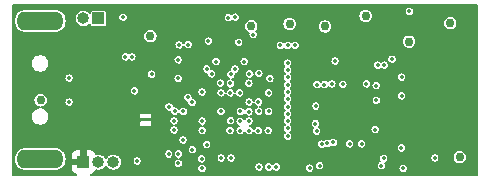
<source format=gbr>
G04 #@! TF.GenerationSoftware,KiCad,Pcbnew,(5.1.5)-3*
G04 #@! TF.CreationDate,2020-07-15T21:49:09-07:00*
G04 #@! TF.ProjectId,MiniDAQ,4d696e69-4441-4512-9e6b-696361645f70,rev?*
G04 #@! TF.SameCoordinates,Original*
G04 #@! TF.FileFunction,Copper,L2,Inr*
G04 #@! TF.FilePolarity,Positive*
%FSLAX46Y46*%
G04 Gerber Fmt 4.6, Leading zero omitted, Abs format (unit mm)*
G04 Created by KiCad (PCBNEW (5.1.5)-3) date 2020-07-15 21:49:10*
%MOMM*%
%LPD*%
G04 APERTURE LIST*
%ADD10O,1.000000X1.000000*%
%ADD11R,1.000000X1.000000*%
%ADD12O,4.000000X1.600000*%
%ADD13C,0.350000*%
%ADD14C,0.762000*%
%ADD15C,0.152400*%
G04 APERTURE END LIST*
D10*
X93864600Y-123603000D03*
X92594600Y-123603000D03*
D11*
X91324600Y-123603000D03*
D10*
X91324600Y-111436400D03*
D11*
X92594600Y-111436400D03*
D12*
X87666200Y-123350000D03*
X87666200Y-111650000D03*
D13*
X114884200Y-122047000D03*
X111709200Y-119634000D03*
X115341400Y-117779800D03*
X113690400Y-117805200D03*
X111734600Y-117754400D03*
X113944400Y-112979200D03*
X113055400Y-112979200D03*
X107111800Y-110871000D03*
X107086400Y-111709200D03*
X113538000Y-111404400D03*
X113538000Y-111963200D03*
X117500400Y-112699800D03*
X117525800Y-110871000D03*
D14*
X122885200Y-114675400D03*
X122885200Y-120325400D03*
X105435400Y-110947200D03*
D13*
X98882200Y-110718600D03*
X100736400Y-112141000D03*
X102463600Y-113411000D03*
D14*
X87706200Y-116636800D03*
D13*
X117678200Y-123190000D03*
X111328200Y-124383800D03*
X113157000Y-122047000D03*
X114858800Y-124510800D03*
X115786400Y-122059200D03*
X119126000Y-118643400D03*
X117500400Y-114071400D03*
X117906800Y-118592600D03*
X113728500Y-119418100D03*
X115362800Y-119358600D03*
X113868200Y-117017800D03*
X106553000Y-115722400D03*
X109846828Y-116414800D03*
X106209000Y-121745000D03*
X107123400Y-120123200D03*
X106922651Y-118519200D03*
X103846800Y-113468400D03*
X103034000Y-115094000D03*
X101408400Y-118548400D03*
X98868400Y-113773200D03*
X99365200Y-118110200D03*
X96938000Y-118142000D03*
X96811000Y-122409200D03*
X99732000Y-122460000D03*
X108698200Y-122180600D03*
X102094200Y-123250190D03*
X103923000Y-124161800D03*
X92010400Y-119767600D03*
X114286200Y-113773200D03*
X100999210Y-114382800D03*
X115290600Y-116967000D03*
X110972600Y-120345200D03*
D14*
X118897400Y-113411000D03*
D13*
X101904800Y-113360200D03*
X111328200Y-123901200D03*
X118237000Y-122402600D03*
X113284000Y-117017800D03*
X117449600Y-114884200D03*
X104470200Y-113461800D03*
X105701000Y-112808000D03*
X112482800Y-121935212D03*
X111072996Y-120978996D03*
X106996400Y-117735600D03*
X104165200Y-115710200D03*
X99353790Y-114941600D03*
X95642600Y-117557800D03*
X101765200Y-122110200D03*
X99365200Y-123710200D03*
X102983200Y-123250190D03*
X112355800Y-116973600D03*
X118401000Y-124136400D03*
X94677410Y-111334800D03*
X116738400Y-123291600D03*
X116128800Y-118364000D03*
X113856000Y-122047000D03*
X116027200Y-120853200D03*
X116556200Y-123901200D03*
X110998000Y-118846600D03*
D14*
X105537000Y-112090200D03*
D13*
X118922800Y-110845600D03*
D14*
X123190000Y-123190000D03*
X108788200Y-111912400D03*
X122377200Y-111836200D03*
X115214400Y-111226600D03*
D13*
X101765200Y-115710200D03*
X98565200Y-118910200D03*
X98547600Y-122910600D03*
X98995400Y-120885200D03*
X98995400Y-120097800D03*
X100519400Y-118548400D03*
X100189200Y-113646200D03*
X99427200Y-113671600D03*
X99782800Y-119310398D03*
X101375800Y-120929400D03*
D14*
X111785400Y-112115600D03*
D13*
X106971000Y-120926600D03*
X107000800Y-119310400D03*
X104939000Y-115094000D03*
X101357600Y-117659400D03*
X99353790Y-116516400D03*
X97090400Y-116160800D03*
X95871200Y-123501400D03*
X100544800Y-122536200D03*
X103821400Y-123250190D03*
X102551400Y-115094000D03*
D14*
X96988800Y-112935000D03*
D13*
X107656800Y-124006600D03*
D14*
X87706200Y-118364000D03*
D13*
X121080800Y-123240800D03*
X116115000Y-117126000D03*
X106132800Y-120932200D03*
X99757408Y-121723400D03*
X100163800Y-118110200D03*
X99365200Y-122910200D03*
X108619200Y-121412000D03*
X102184200Y-116128800D03*
X102971600Y-117729000D03*
X108614800Y-120751600D03*
X102971600Y-119303800D03*
X108614800Y-120116600D03*
X102920800Y-116916200D03*
X108614800Y-119507000D03*
X103759000Y-116941600D03*
X108619200Y-118897400D03*
X104546400Y-117729000D03*
X108614800Y-118262400D03*
X103809800Y-116179600D03*
X108610400Y-117652800D03*
X105333800Y-116916200D03*
X108614800Y-117043200D03*
X116230400Y-115392200D03*
X103592800Y-111360200D03*
X116789200Y-115392200D03*
X104177000Y-111334800D03*
X105333800Y-119329200D03*
X108614800Y-115214400D03*
X112635200Y-115043200D03*
X105359200Y-120926600D03*
X108619200Y-116433600D03*
X104597200Y-120142000D03*
X108614800Y-115824000D03*
X111099600Y-117043200D03*
X111734600Y-117043200D03*
X104597200Y-120926600D03*
X103733600Y-120932200D03*
X99046200Y-119285000D03*
X90119200Y-118516400D03*
X95425000Y-114681000D03*
X90119200Y-116484400D03*
X94871800Y-114681000D03*
X118262400Y-117983000D03*
X103784400Y-120091200D03*
X118262400Y-116408200D03*
X104608800Y-119310400D03*
X105384600Y-116128800D03*
X106146600Y-118513600D03*
X108000800Y-113715800D03*
X108610400Y-113715788D03*
X109245400Y-113715800D03*
X106172000Y-116078000D03*
X107111800Y-116538000D03*
X105359200Y-118513600D03*
X103756200Y-117729000D03*
X111484393Y-122080837D03*
X101383000Y-120123200D03*
X110474295Y-124108210D03*
X101357600Y-124136400D03*
X101332200Y-123323600D03*
X111985821Y-122005050D03*
X105345400Y-120123200D03*
X106183600Y-124009400D03*
X106158200Y-119301000D03*
X106996400Y-124006600D03*
D15*
G36*
X124673800Y-124673800D02*
G01*
X91955431Y-124673800D01*
X92049246Y-124645342D01*
X92150735Y-124591095D01*
X92239691Y-124518091D01*
X92312695Y-124429135D01*
X92366942Y-124327646D01*
X92375111Y-124300715D01*
X92382075Y-124303600D01*
X92522839Y-124331600D01*
X92666361Y-124331600D01*
X92807125Y-124303600D01*
X92939721Y-124248677D01*
X93059055Y-124168940D01*
X93160540Y-124067455D01*
X93229600Y-123964100D01*
X93298660Y-124067455D01*
X93400145Y-124168940D01*
X93519479Y-124248677D01*
X93652075Y-124303600D01*
X93792839Y-124331600D01*
X93936361Y-124331600D01*
X94077125Y-124303600D01*
X94209721Y-124248677D01*
X94329055Y-124168940D01*
X94430540Y-124067455D01*
X94510277Y-123948121D01*
X94565200Y-123815525D01*
X94593200Y-123674761D01*
X94593200Y-123531239D01*
X94579358Y-123461649D01*
X95467600Y-123461649D01*
X95467600Y-123541151D01*
X95483110Y-123619126D01*
X95513534Y-123692576D01*
X95557703Y-123758680D01*
X95613920Y-123814897D01*
X95680024Y-123859066D01*
X95753474Y-123889490D01*
X95831449Y-123905000D01*
X95910951Y-123905000D01*
X95988926Y-123889490D01*
X96062376Y-123859066D01*
X96128480Y-123814897D01*
X96184697Y-123758680D01*
X96228866Y-123692576D01*
X96259290Y-123619126D01*
X96274800Y-123541151D01*
X96274800Y-123461649D01*
X96259290Y-123383674D01*
X96228866Y-123310224D01*
X96184697Y-123244120D01*
X96128480Y-123187903D01*
X96062376Y-123143734D01*
X95988926Y-123113310D01*
X95910951Y-123097800D01*
X95831449Y-123097800D01*
X95753474Y-123113310D01*
X95680024Y-123143734D01*
X95613920Y-123187903D01*
X95557703Y-123244120D01*
X95513534Y-123310224D01*
X95483110Y-123383674D01*
X95467600Y-123461649D01*
X94579358Y-123461649D01*
X94565200Y-123390475D01*
X94510277Y-123257879D01*
X94430540Y-123138545D01*
X94329055Y-123037060D01*
X94209721Y-122957323D01*
X94077125Y-122902400D01*
X93936361Y-122874400D01*
X93792839Y-122874400D01*
X93652075Y-122902400D01*
X93519479Y-122957323D01*
X93400145Y-123037060D01*
X93298660Y-123138545D01*
X93229600Y-123241900D01*
X93160540Y-123138545D01*
X93059055Y-123037060D01*
X92939721Y-122957323D01*
X92807125Y-122902400D01*
X92666361Y-122874400D01*
X92522839Y-122874400D01*
X92382075Y-122902400D01*
X92375111Y-122905285D01*
X92366942Y-122878354D01*
X92362931Y-122870849D01*
X98144000Y-122870849D01*
X98144000Y-122950351D01*
X98159510Y-123028326D01*
X98189934Y-123101776D01*
X98234103Y-123167880D01*
X98290320Y-123224097D01*
X98356424Y-123268266D01*
X98429874Y-123298690D01*
X98507849Y-123314200D01*
X98587351Y-123314200D01*
X98665326Y-123298690D01*
X98738776Y-123268266D01*
X98804880Y-123224097D01*
X98861097Y-123167880D01*
X98905266Y-123101776D01*
X98935690Y-123028326D01*
X98951200Y-122950351D01*
X98951200Y-122870849D01*
X98951121Y-122870449D01*
X98961600Y-122870449D01*
X98961600Y-122949951D01*
X98977110Y-123027926D01*
X99007534Y-123101376D01*
X99051703Y-123167480D01*
X99107920Y-123223697D01*
X99174024Y-123267866D01*
X99247474Y-123298290D01*
X99307350Y-123310200D01*
X99247474Y-123322110D01*
X99174024Y-123352534D01*
X99107920Y-123396703D01*
X99051703Y-123452920D01*
X99007534Y-123519024D01*
X98977110Y-123592474D01*
X98961600Y-123670449D01*
X98961600Y-123749951D01*
X98977110Y-123827926D01*
X99007534Y-123901376D01*
X99051703Y-123967480D01*
X99107920Y-124023697D01*
X99174024Y-124067866D01*
X99247474Y-124098290D01*
X99325449Y-124113800D01*
X99404951Y-124113800D01*
X99482926Y-124098290D01*
X99486887Y-124096649D01*
X100954000Y-124096649D01*
X100954000Y-124176151D01*
X100969510Y-124254126D01*
X100999934Y-124327576D01*
X101044103Y-124393680D01*
X101100320Y-124449897D01*
X101166424Y-124494066D01*
X101239874Y-124524490D01*
X101317849Y-124540000D01*
X101397351Y-124540000D01*
X101475326Y-124524490D01*
X101548776Y-124494066D01*
X101614880Y-124449897D01*
X101671097Y-124393680D01*
X101715266Y-124327576D01*
X101745690Y-124254126D01*
X101761200Y-124176151D01*
X101761200Y-124096649D01*
X101745690Y-124018674D01*
X101725384Y-123969649D01*
X105780000Y-123969649D01*
X105780000Y-124049151D01*
X105795510Y-124127126D01*
X105825934Y-124200576D01*
X105870103Y-124266680D01*
X105926320Y-124322897D01*
X105992424Y-124367066D01*
X106065874Y-124397490D01*
X106143849Y-124413000D01*
X106223351Y-124413000D01*
X106301326Y-124397490D01*
X106374776Y-124367066D01*
X106440880Y-124322897D01*
X106497097Y-124266680D01*
X106541266Y-124200576D01*
X106571690Y-124127126D01*
X106587200Y-124049151D01*
X106587200Y-123969649D01*
X106586644Y-123966849D01*
X106592800Y-123966849D01*
X106592800Y-124046351D01*
X106608310Y-124124326D01*
X106638734Y-124197776D01*
X106682903Y-124263880D01*
X106739120Y-124320097D01*
X106805224Y-124364266D01*
X106878674Y-124394690D01*
X106956649Y-124410200D01*
X107036151Y-124410200D01*
X107114126Y-124394690D01*
X107187576Y-124364266D01*
X107253680Y-124320097D01*
X107309897Y-124263880D01*
X107326600Y-124238882D01*
X107343303Y-124263880D01*
X107399520Y-124320097D01*
X107465624Y-124364266D01*
X107539074Y-124394690D01*
X107617049Y-124410200D01*
X107696551Y-124410200D01*
X107774526Y-124394690D01*
X107847976Y-124364266D01*
X107914080Y-124320097D01*
X107970297Y-124263880D01*
X108014466Y-124197776D01*
X108044890Y-124124326D01*
X108056002Y-124068459D01*
X110070695Y-124068459D01*
X110070695Y-124147961D01*
X110086205Y-124225936D01*
X110116629Y-124299386D01*
X110160798Y-124365490D01*
X110217015Y-124421707D01*
X110283119Y-124465876D01*
X110356569Y-124496300D01*
X110434544Y-124511810D01*
X110514046Y-124511810D01*
X110592021Y-124496300D01*
X110665471Y-124465876D01*
X110731575Y-124421707D01*
X110787792Y-124365490D01*
X110831961Y-124299386D01*
X110862385Y-124225936D01*
X110877895Y-124147961D01*
X110877895Y-124068459D01*
X110862385Y-123990484D01*
X110831961Y-123917034D01*
X110794821Y-123861449D01*
X110924600Y-123861449D01*
X110924600Y-123940951D01*
X110940110Y-124018926D01*
X110970534Y-124092376D01*
X111014703Y-124158480D01*
X111070920Y-124214697D01*
X111137024Y-124258866D01*
X111210474Y-124289290D01*
X111288449Y-124304800D01*
X111367951Y-124304800D01*
X111445926Y-124289290D01*
X111519376Y-124258866D01*
X111585480Y-124214697D01*
X111641697Y-124158480D01*
X111685866Y-124092376D01*
X111716290Y-124018926D01*
X111731800Y-123940951D01*
X111731800Y-123861449D01*
X116152600Y-123861449D01*
X116152600Y-123940951D01*
X116168110Y-124018926D01*
X116198534Y-124092376D01*
X116242703Y-124158480D01*
X116298920Y-124214697D01*
X116365024Y-124258866D01*
X116438474Y-124289290D01*
X116516449Y-124304800D01*
X116595951Y-124304800D01*
X116673926Y-124289290D01*
X116747376Y-124258866D01*
X116813480Y-124214697D01*
X116869697Y-124158480D01*
X116911010Y-124096649D01*
X117997400Y-124096649D01*
X117997400Y-124176151D01*
X118012910Y-124254126D01*
X118043334Y-124327576D01*
X118087503Y-124393680D01*
X118143720Y-124449897D01*
X118209824Y-124494066D01*
X118283274Y-124524490D01*
X118361249Y-124540000D01*
X118440751Y-124540000D01*
X118518726Y-124524490D01*
X118592176Y-124494066D01*
X118658280Y-124449897D01*
X118714497Y-124393680D01*
X118758666Y-124327576D01*
X118789090Y-124254126D01*
X118804600Y-124176151D01*
X118804600Y-124096649D01*
X118789090Y-124018674D01*
X118758666Y-123945224D01*
X118714497Y-123879120D01*
X118658280Y-123822903D01*
X118592176Y-123778734D01*
X118518726Y-123748310D01*
X118440751Y-123732800D01*
X118361249Y-123732800D01*
X118283274Y-123748310D01*
X118209824Y-123778734D01*
X118143720Y-123822903D01*
X118087503Y-123879120D01*
X118043334Y-123945224D01*
X118012910Y-124018674D01*
X117997400Y-124096649D01*
X116911010Y-124096649D01*
X116913866Y-124092376D01*
X116944290Y-124018926D01*
X116959800Y-123940951D01*
X116959800Y-123861449D01*
X116944290Y-123783474D01*
X116913866Y-123710024D01*
X116885475Y-123667533D01*
X116929576Y-123649266D01*
X116995680Y-123605097D01*
X117051897Y-123548880D01*
X117096066Y-123482776D01*
X117126490Y-123409326D01*
X117142000Y-123331351D01*
X117142000Y-123251849D01*
X117131896Y-123201049D01*
X120677200Y-123201049D01*
X120677200Y-123280551D01*
X120692710Y-123358526D01*
X120723134Y-123431976D01*
X120767303Y-123498080D01*
X120823520Y-123554297D01*
X120889624Y-123598466D01*
X120963074Y-123628890D01*
X121041049Y-123644400D01*
X121120551Y-123644400D01*
X121198526Y-123628890D01*
X121271976Y-123598466D01*
X121338080Y-123554297D01*
X121394297Y-123498080D01*
X121438466Y-123431976D01*
X121468890Y-123358526D01*
X121484400Y-123280551D01*
X121484400Y-123201049D01*
X121470260Y-123129960D01*
X122580400Y-123129960D01*
X122580400Y-123250040D01*
X122603826Y-123367814D01*
X122649779Y-123478754D01*
X122716492Y-123578598D01*
X122801402Y-123663508D01*
X122901246Y-123730221D01*
X123012186Y-123776174D01*
X123129960Y-123799600D01*
X123250040Y-123799600D01*
X123367814Y-123776174D01*
X123478754Y-123730221D01*
X123578598Y-123663508D01*
X123663508Y-123578598D01*
X123730221Y-123478754D01*
X123776174Y-123367814D01*
X123799600Y-123250040D01*
X123799600Y-123129960D01*
X123776174Y-123012186D01*
X123730221Y-122901246D01*
X123663508Y-122801402D01*
X123578598Y-122716492D01*
X123478754Y-122649779D01*
X123367814Y-122603826D01*
X123250040Y-122580400D01*
X123129960Y-122580400D01*
X123012186Y-122603826D01*
X122901246Y-122649779D01*
X122801402Y-122716492D01*
X122716492Y-122801402D01*
X122649779Y-122901246D01*
X122603826Y-123012186D01*
X122580400Y-123129960D01*
X121470260Y-123129960D01*
X121468890Y-123123074D01*
X121438466Y-123049624D01*
X121394297Y-122983520D01*
X121338080Y-122927303D01*
X121271976Y-122883134D01*
X121198526Y-122852710D01*
X121120551Y-122837200D01*
X121041049Y-122837200D01*
X120963074Y-122852710D01*
X120889624Y-122883134D01*
X120823520Y-122927303D01*
X120767303Y-122983520D01*
X120723134Y-123049624D01*
X120692710Y-123123074D01*
X120677200Y-123201049D01*
X117131896Y-123201049D01*
X117126490Y-123173874D01*
X117096066Y-123100424D01*
X117051897Y-123034320D01*
X116995680Y-122978103D01*
X116929576Y-122933934D01*
X116856126Y-122903510D01*
X116778151Y-122888000D01*
X116698649Y-122888000D01*
X116620674Y-122903510D01*
X116547224Y-122933934D01*
X116481120Y-122978103D01*
X116424903Y-123034320D01*
X116380734Y-123100424D01*
X116350310Y-123173874D01*
X116334800Y-123251849D01*
X116334800Y-123331351D01*
X116350310Y-123409326D01*
X116380734Y-123482776D01*
X116409125Y-123525267D01*
X116365024Y-123543534D01*
X116298920Y-123587703D01*
X116242703Y-123643920D01*
X116198534Y-123710024D01*
X116168110Y-123783474D01*
X116152600Y-123861449D01*
X111731800Y-123861449D01*
X111716290Y-123783474D01*
X111685866Y-123710024D01*
X111641697Y-123643920D01*
X111585480Y-123587703D01*
X111519376Y-123543534D01*
X111445926Y-123513110D01*
X111367951Y-123497600D01*
X111288449Y-123497600D01*
X111210474Y-123513110D01*
X111137024Y-123543534D01*
X111070920Y-123587703D01*
X111014703Y-123643920D01*
X110970534Y-123710024D01*
X110940110Y-123783474D01*
X110924600Y-123861449D01*
X110794821Y-123861449D01*
X110787792Y-123850930D01*
X110731575Y-123794713D01*
X110665471Y-123750544D01*
X110592021Y-123720120D01*
X110514046Y-123704610D01*
X110434544Y-123704610D01*
X110356569Y-123720120D01*
X110283119Y-123750544D01*
X110217015Y-123794713D01*
X110160798Y-123850930D01*
X110116629Y-123917034D01*
X110086205Y-123990484D01*
X110070695Y-124068459D01*
X108056002Y-124068459D01*
X108060400Y-124046351D01*
X108060400Y-123966849D01*
X108044890Y-123888874D01*
X108014466Y-123815424D01*
X107970297Y-123749320D01*
X107914080Y-123693103D01*
X107847976Y-123648934D01*
X107774526Y-123618510D01*
X107696551Y-123603000D01*
X107617049Y-123603000D01*
X107539074Y-123618510D01*
X107465624Y-123648934D01*
X107399520Y-123693103D01*
X107343303Y-123749320D01*
X107326600Y-123774318D01*
X107309897Y-123749320D01*
X107253680Y-123693103D01*
X107187576Y-123648934D01*
X107114126Y-123618510D01*
X107036151Y-123603000D01*
X106956649Y-123603000D01*
X106878674Y-123618510D01*
X106805224Y-123648934D01*
X106739120Y-123693103D01*
X106682903Y-123749320D01*
X106638734Y-123815424D01*
X106608310Y-123888874D01*
X106592800Y-123966849D01*
X106586644Y-123966849D01*
X106571690Y-123891674D01*
X106541266Y-123818224D01*
X106497097Y-123752120D01*
X106440880Y-123695903D01*
X106374776Y-123651734D01*
X106301326Y-123621310D01*
X106223351Y-123605800D01*
X106143849Y-123605800D01*
X106065874Y-123621310D01*
X105992424Y-123651734D01*
X105926320Y-123695903D01*
X105870103Y-123752120D01*
X105825934Y-123818224D01*
X105795510Y-123891674D01*
X105780000Y-123969649D01*
X101725384Y-123969649D01*
X101715266Y-123945224D01*
X101671097Y-123879120D01*
X101614880Y-123822903D01*
X101548776Y-123778734D01*
X101475326Y-123748310D01*
X101397351Y-123732800D01*
X101317849Y-123732800D01*
X101239874Y-123748310D01*
X101166424Y-123778734D01*
X101100320Y-123822903D01*
X101044103Y-123879120D01*
X100999934Y-123945224D01*
X100969510Y-124018674D01*
X100954000Y-124096649D01*
X99486887Y-124096649D01*
X99556376Y-124067866D01*
X99622480Y-124023697D01*
X99678697Y-123967480D01*
X99722866Y-123901376D01*
X99753290Y-123827926D01*
X99768800Y-123749951D01*
X99768800Y-123670449D01*
X99753290Y-123592474D01*
X99722866Y-123519024D01*
X99678697Y-123452920D01*
X99622480Y-123396703D01*
X99556376Y-123352534D01*
X99482926Y-123322110D01*
X99423050Y-123310200D01*
X99482926Y-123298290D01*
X99517789Y-123283849D01*
X100928600Y-123283849D01*
X100928600Y-123363351D01*
X100944110Y-123441326D01*
X100974534Y-123514776D01*
X101018703Y-123580880D01*
X101074920Y-123637097D01*
X101141024Y-123681266D01*
X101214474Y-123711690D01*
X101292449Y-123727200D01*
X101371951Y-123727200D01*
X101449926Y-123711690D01*
X101523376Y-123681266D01*
X101589480Y-123637097D01*
X101645697Y-123580880D01*
X101689866Y-123514776D01*
X101720290Y-123441326D01*
X101735800Y-123363351D01*
X101735800Y-123283849D01*
X101721199Y-123210439D01*
X102579600Y-123210439D01*
X102579600Y-123289941D01*
X102595110Y-123367916D01*
X102625534Y-123441366D01*
X102669703Y-123507470D01*
X102725920Y-123563687D01*
X102792024Y-123607856D01*
X102865474Y-123638280D01*
X102943449Y-123653790D01*
X103022951Y-123653790D01*
X103100926Y-123638280D01*
X103174376Y-123607856D01*
X103240480Y-123563687D01*
X103296697Y-123507470D01*
X103340866Y-123441366D01*
X103371290Y-123367916D01*
X103386800Y-123289941D01*
X103386800Y-123210439D01*
X103417800Y-123210439D01*
X103417800Y-123289941D01*
X103433310Y-123367916D01*
X103463734Y-123441366D01*
X103507903Y-123507470D01*
X103564120Y-123563687D01*
X103630224Y-123607856D01*
X103703674Y-123638280D01*
X103781649Y-123653790D01*
X103861151Y-123653790D01*
X103939126Y-123638280D01*
X104012576Y-123607856D01*
X104078680Y-123563687D01*
X104134897Y-123507470D01*
X104179066Y-123441366D01*
X104209490Y-123367916D01*
X104225000Y-123289941D01*
X104225000Y-123210439D01*
X104209490Y-123132464D01*
X104179066Y-123059014D01*
X104134897Y-122992910D01*
X104078680Y-122936693D01*
X104012576Y-122892524D01*
X103939126Y-122862100D01*
X103861151Y-122846590D01*
X103781649Y-122846590D01*
X103703674Y-122862100D01*
X103630224Y-122892524D01*
X103564120Y-122936693D01*
X103507903Y-122992910D01*
X103463734Y-123059014D01*
X103433310Y-123132464D01*
X103417800Y-123210439D01*
X103386800Y-123210439D01*
X103371290Y-123132464D01*
X103340866Y-123059014D01*
X103296697Y-122992910D01*
X103240480Y-122936693D01*
X103174376Y-122892524D01*
X103100926Y-122862100D01*
X103022951Y-122846590D01*
X102943449Y-122846590D01*
X102865474Y-122862100D01*
X102792024Y-122892524D01*
X102725920Y-122936693D01*
X102669703Y-122992910D01*
X102625534Y-123059014D01*
X102595110Y-123132464D01*
X102579600Y-123210439D01*
X101721199Y-123210439D01*
X101720290Y-123205874D01*
X101689866Y-123132424D01*
X101645697Y-123066320D01*
X101589480Y-123010103D01*
X101523376Y-122965934D01*
X101449926Y-122935510D01*
X101371951Y-122920000D01*
X101292449Y-122920000D01*
X101214474Y-122935510D01*
X101141024Y-122965934D01*
X101074920Y-123010103D01*
X101018703Y-123066320D01*
X100974534Y-123132424D01*
X100944110Y-123205874D01*
X100928600Y-123283849D01*
X99517789Y-123283849D01*
X99556376Y-123267866D01*
X99622480Y-123223697D01*
X99678697Y-123167480D01*
X99722866Y-123101376D01*
X99753290Y-123027926D01*
X99768800Y-122949951D01*
X99768800Y-122870449D01*
X99753290Y-122792474D01*
X99722866Y-122719024D01*
X99678697Y-122652920D01*
X99622480Y-122596703D01*
X99556376Y-122552534D01*
X99482926Y-122522110D01*
X99404951Y-122506600D01*
X99325449Y-122506600D01*
X99247474Y-122522110D01*
X99174024Y-122552534D01*
X99107920Y-122596703D01*
X99051703Y-122652920D01*
X99007534Y-122719024D01*
X98977110Y-122792474D01*
X98961600Y-122870449D01*
X98951121Y-122870449D01*
X98935690Y-122792874D01*
X98905266Y-122719424D01*
X98861097Y-122653320D01*
X98804880Y-122597103D01*
X98738776Y-122552934D01*
X98665326Y-122522510D01*
X98587351Y-122507000D01*
X98507849Y-122507000D01*
X98429874Y-122522510D01*
X98356424Y-122552934D01*
X98290320Y-122597103D01*
X98234103Y-122653320D01*
X98189934Y-122719424D01*
X98159510Y-122792874D01*
X98144000Y-122870849D01*
X92362931Y-122870849D01*
X92312695Y-122776865D01*
X92239691Y-122687909D01*
X92150735Y-122614905D01*
X92049246Y-122560658D01*
X91939123Y-122527253D01*
X91824600Y-122515973D01*
X91648450Y-122518800D01*
X91502400Y-122664850D01*
X91502400Y-123425200D01*
X91522400Y-123425200D01*
X91522400Y-123780800D01*
X91502400Y-123780800D01*
X91502400Y-123800800D01*
X91146800Y-123800800D01*
X91146800Y-123780800D01*
X90386450Y-123780800D01*
X90240400Y-123926850D01*
X90237573Y-124103000D01*
X90248853Y-124217523D01*
X90282258Y-124327646D01*
X90336505Y-124429135D01*
X90409509Y-124518091D01*
X90498465Y-124591095D01*
X90599954Y-124645342D01*
X90693769Y-124673800D01*
X85326200Y-124673800D01*
X85326200Y-123350000D01*
X85432624Y-123350000D01*
X85452484Y-123551641D01*
X85511300Y-123745532D01*
X85606813Y-123924224D01*
X85735351Y-124080849D01*
X85891976Y-124209387D01*
X86070668Y-124304900D01*
X86264559Y-124363716D01*
X86415678Y-124378600D01*
X88916722Y-124378600D01*
X89067841Y-124363716D01*
X89261732Y-124304900D01*
X89440424Y-124209387D01*
X89597049Y-124080849D01*
X89725587Y-123924224D01*
X89821100Y-123745532D01*
X89879916Y-123551641D01*
X89899776Y-123350000D01*
X89879916Y-123148359D01*
X89866157Y-123103000D01*
X90237573Y-123103000D01*
X90240400Y-123279150D01*
X90386450Y-123425200D01*
X91146800Y-123425200D01*
X91146800Y-122664850D01*
X91000750Y-122518800D01*
X90824600Y-122515973D01*
X90710077Y-122527253D01*
X90599954Y-122560658D01*
X90498465Y-122614905D01*
X90409509Y-122687909D01*
X90336505Y-122776865D01*
X90282258Y-122878354D01*
X90248853Y-122988477D01*
X90237573Y-123103000D01*
X89866157Y-123103000D01*
X89821100Y-122954468D01*
X89725587Y-122775776D01*
X89597049Y-122619151D01*
X89447536Y-122496449D01*
X100141200Y-122496449D01*
X100141200Y-122575951D01*
X100156710Y-122653926D01*
X100187134Y-122727376D01*
X100231303Y-122793480D01*
X100287520Y-122849697D01*
X100353624Y-122893866D01*
X100427074Y-122924290D01*
X100505049Y-122939800D01*
X100584551Y-122939800D01*
X100662526Y-122924290D01*
X100735976Y-122893866D01*
X100802080Y-122849697D01*
X100858297Y-122793480D01*
X100902466Y-122727376D01*
X100932890Y-122653926D01*
X100948400Y-122575951D01*
X100948400Y-122496449D01*
X100932890Y-122418474D01*
X100902466Y-122345024D01*
X100858297Y-122278920D01*
X100802080Y-122222703D01*
X100735976Y-122178534D01*
X100662526Y-122148110D01*
X100584551Y-122132600D01*
X100505049Y-122132600D01*
X100427074Y-122148110D01*
X100353624Y-122178534D01*
X100287520Y-122222703D01*
X100231303Y-122278920D01*
X100187134Y-122345024D01*
X100156710Y-122418474D01*
X100141200Y-122496449D01*
X89447536Y-122496449D01*
X89440424Y-122490613D01*
X89261732Y-122395100D01*
X89067841Y-122336284D01*
X88916722Y-122321400D01*
X86415678Y-122321400D01*
X86264559Y-122336284D01*
X86070668Y-122395100D01*
X85891976Y-122490613D01*
X85735351Y-122619151D01*
X85606813Y-122775776D01*
X85511300Y-122954468D01*
X85452484Y-123148359D01*
X85432624Y-123350000D01*
X85326200Y-123350000D01*
X85326200Y-121683649D01*
X99353808Y-121683649D01*
X99353808Y-121763151D01*
X99369318Y-121841126D01*
X99399742Y-121914576D01*
X99443911Y-121980680D01*
X99500128Y-122036897D01*
X99566232Y-122081066D01*
X99639682Y-122111490D01*
X99717657Y-122127000D01*
X99797159Y-122127000D01*
X99875134Y-122111490D01*
X99948584Y-122081066D01*
X99964473Y-122070449D01*
X101361600Y-122070449D01*
X101361600Y-122149951D01*
X101377110Y-122227926D01*
X101407534Y-122301376D01*
X101451703Y-122367480D01*
X101507920Y-122423697D01*
X101574024Y-122467866D01*
X101647474Y-122498290D01*
X101725449Y-122513800D01*
X101804951Y-122513800D01*
X101882926Y-122498290D01*
X101956376Y-122467866D01*
X102022480Y-122423697D01*
X102078697Y-122367480D01*
X102122866Y-122301376D01*
X102153290Y-122227926D01*
X102168800Y-122149951D01*
X102168800Y-122070449D01*
X102162960Y-122041086D01*
X111080793Y-122041086D01*
X111080793Y-122120588D01*
X111096303Y-122198563D01*
X111126727Y-122272013D01*
X111170896Y-122338117D01*
X111227113Y-122394334D01*
X111293217Y-122438503D01*
X111366667Y-122468927D01*
X111444642Y-122484437D01*
X111524144Y-122484437D01*
X111602119Y-122468927D01*
X111675569Y-122438503D01*
X111741673Y-122394334D01*
X111781844Y-122354163D01*
X111794645Y-122362716D01*
X111868095Y-122393140D01*
X111946070Y-122408650D01*
X112025572Y-122408650D01*
X112103547Y-122393140D01*
X112176997Y-122362716D01*
X112243101Y-122318547D01*
X112277924Y-122283724D01*
X112291624Y-122292878D01*
X112365074Y-122323302D01*
X112443049Y-122338812D01*
X112522551Y-122338812D01*
X112600526Y-122323302D01*
X112673976Y-122292878D01*
X112740080Y-122248709D01*
X112796297Y-122192492D01*
X112840466Y-122126388D01*
X112870890Y-122052938D01*
X112879977Y-122007249D01*
X113452400Y-122007249D01*
X113452400Y-122086751D01*
X113467910Y-122164726D01*
X113498334Y-122238176D01*
X113542503Y-122304280D01*
X113598720Y-122360497D01*
X113664824Y-122404666D01*
X113738274Y-122435090D01*
X113816249Y-122450600D01*
X113895751Y-122450600D01*
X113973726Y-122435090D01*
X114047176Y-122404666D01*
X114113280Y-122360497D01*
X114169497Y-122304280D01*
X114213666Y-122238176D01*
X114244090Y-122164726D01*
X114259600Y-122086751D01*
X114259600Y-122007249D01*
X114480600Y-122007249D01*
X114480600Y-122086751D01*
X114496110Y-122164726D01*
X114526534Y-122238176D01*
X114570703Y-122304280D01*
X114626920Y-122360497D01*
X114693024Y-122404666D01*
X114766474Y-122435090D01*
X114844449Y-122450600D01*
X114923951Y-122450600D01*
X115001926Y-122435090D01*
X115075376Y-122404666D01*
X115137959Y-122362849D01*
X117833400Y-122362849D01*
X117833400Y-122442351D01*
X117848910Y-122520326D01*
X117879334Y-122593776D01*
X117923503Y-122659880D01*
X117979720Y-122716097D01*
X118045824Y-122760266D01*
X118119274Y-122790690D01*
X118197249Y-122806200D01*
X118276751Y-122806200D01*
X118354726Y-122790690D01*
X118428176Y-122760266D01*
X118494280Y-122716097D01*
X118550497Y-122659880D01*
X118594666Y-122593776D01*
X118625090Y-122520326D01*
X118640600Y-122442351D01*
X118640600Y-122362849D01*
X118625090Y-122284874D01*
X118594666Y-122211424D01*
X118550497Y-122145320D01*
X118494280Y-122089103D01*
X118428176Y-122044934D01*
X118354726Y-122014510D01*
X118276751Y-121999000D01*
X118197249Y-121999000D01*
X118119274Y-122014510D01*
X118045824Y-122044934D01*
X117979720Y-122089103D01*
X117923503Y-122145320D01*
X117879334Y-122211424D01*
X117848910Y-122284874D01*
X117833400Y-122362849D01*
X115137959Y-122362849D01*
X115141480Y-122360497D01*
X115197697Y-122304280D01*
X115241866Y-122238176D01*
X115272290Y-122164726D01*
X115287800Y-122086751D01*
X115287800Y-122007249D01*
X115272290Y-121929274D01*
X115241866Y-121855824D01*
X115197697Y-121789720D01*
X115141480Y-121733503D01*
X115075376Y-121689334D01*
X115001926Y-121658910D01*
X114923951Y-121643400D01*
X114844449Y-121643400D01*
X114766474Y-121658910D01*
X114693024Y-121689334D01*
X114626920Y-121733503D01*
X114570703Y-121789720D01*
X114526534Y-121855824D01*
X114496110Y-121929274D01*
X114480600Y-122007249D01*
X114259600Y-122007249D01*
X114244090Y-121929274D01*
X114213666Y-121855824D01*
X114169497Y-121789720D01*
X114113280Y-121733503D01*
X114047176Y-121689334D01*
X113973726Y-121658910D01*
X113895751Y-121643400D01*
X113816249Y-121643400D01*
X113738274Y-121658910D01*
X113664824Y-121689334D01*
X113598720Y-121733503D01*
X113542503Y-121789720D01*
X113498334Y-121855824D01*
X113467910Y-121929274D01*
X113452400Y-122007249D01*
X112879977Y-122007249D01*
X112886400Y-121974963D01*
X112886400Y-121895461D01*
X112870890Y-121817486D01*
X112840466Y-121744036D01*
X112796297Y-121677932D01*
X112740080Y-121621715D01*
X112673976Y-121577546D01*
X112600526Y-121547122D01*
X112522551Y-121531612D01*
X112443049Y-121531612D01*
X112365074Y-121547122D01*
X112291624Y-121577546D01*
X112225520Y-121621715D01*
X112190697Y-121656538D01*
X112176997Y-121647384D01*
X112103547Y-121616960D01*
X112025572Y-121601450D01*
X111946070Y-121601450D01*
X111868095Y-121616960D01*
X111794645Y-121647384D01*
X111728541Y-121691553D01*
X111688370Y-121731724D01*
X111675569Y-121723171D01*
X111602119Y-121692747D01*
X111524144Y-121677237D01*
X111444642Y-121677237D01*
X111366667Y-121692747D01*
X111293217Y-121723171D01*
X111227113Y-121767340D01*
X111170896Y-121823557D01*
X111126727Y-121889661D01*
X111096303Y-121963111D01*
X111080793Y-122041086D01*
X102162960Y-122041086D01*
X102153290Y-121992474D01*
X102122866Y-121919024D01*
X102078697Y-121852920D01*
X102022480Y-121796703D01*
X101956376Y-121752534D01*
X101882926Y-121722110D01*
X101804951Y-121706600D01*
X101725449Y-121706600D01*
X101647474Y-121722110D01*
X101574024Y-121752534D01*
X101507920Y-121796703D01*
X101451703Y-121852920D01*
X101407534Y-121919024D01*
X101377110Y-121992474D01*
X101361600Y-122070449D01*
X99964473Y-122070449D01*
X100014688Y-122036897D01*
X100070905Y-121980680D01*
X100115074Y-121914576D01*
X100145498Y-121841126D01*
X100161008Y-121763151D01*
X100161008Y-121683649D01*
X100145498Y-121605674D01*
X100115074Y-121532224D01*
X100070905Y-121466120D01*
X100014688Y-121409903D01*
X99948584Y-121365734D01*
X99875134Y-121335310D01*
X99797159Y-121319800D01*
X99717657Y-121319800D01*
X99639682Y-121335310D01*
X99566232Y-121365734D01*
X99500128Y-121409903D01*
X99443911Y-121466120D01*
X99399742Y-121532224D01*
X99369318Y-121605674D01*
X99353808Y-121683649D01*
X85326200Y-121683649D01*
X85326200Y-120548059D01*
X96062801Y-120548059D01*
X96064264Y-120563266D01*
X96068600Y-120577560D01*
X96075642Y-120590734D01*
X96085118Y-120602282D01*
X96096666Y-120611758D01*
X96109840Y-120618800D01*
X96124134Y-120623136D01*
X96139000Y-120624600D01*
X97053400Y-120624600D01*
X97067931Y-120623202D01*
X97082245Y-120618930D01*
X97095450Y-120611947D01*
X97107040Y-120602522D01*
X97116568Y-120591018D01*
X97123668Y-120577876D01*
X97128068Y-120563601D01*
X97129599Y-120548741D01*
X97131420Y-120142341D01*
X97129957Y-120127134D01*
X97125621Y-120112840D01*
X97118579Y-120099666D01*
X97109103Y-120088118D01*
X97097555Y-120078642D01*
X97084381Y-120071600D01*
X97070087Y-120067264D01*
X97055221Y-120065800D01*
X96140821Y-120065800D01*
X96126290Y-120067198D01*
X96111976Y-120071470D01*
X96098771Y-120078453D01*
X96087181Y-120087878D01*
X96077653Y-120099382D01*
X96070553Y-120112524D01*
X96066153Y-120126799D01*
X96064622Y-120141659D01*
X96062801Y-120548059D01*
X85326200Y-120548059D01*
X85326200Y-119673315D01*
X86887600Y-119673315D01*
X86887600Y-119826685D01*
X86917521Y-119977109D01*
X86976214Y-120118805D01*
X87061422Y-120246328D01*
X87169872Y-120354778D01*
X87297395Y-120439986D01*
X87439091Y-120498679D01*
X87589515Y-120528600D01*
X87742885Y-120528600D01*
X87893309Y-120498679D01*
X88035005Y-120439986D01*
X88162528Y-120354778D01*
X88270978Y-120246328D01*
X88356186Y-120118805D01*
X88381352Y-120058049D01*
X98591800Y-120058049D01*
X98591800Y-120137551D01*
X98607310Y-120215526D01*
X98637734Y-120288976D01*
X98681903Y-120355080D01*
X98738120Y-120411297D01*
X98804224Y-120455466D01*
X98877674Y-120485890D01*
X98905878Y-120491500D01*
X98877674Y-120497110D01*
X98804224Y-120527534D01*
X98738120Y-120571703D01*
X98681903Y-120627920D01*
X98637734Y-120694024D01*
X98607310Y-120767474D01*
X98591800Y-120845449D01*
X98591800Y-120924951D01*
X98607310Y-121002926D01*
X98637734Y-121076376D01*
X98681903Y-121142480D01*
X98738120Y-121198697D01*
X98804224Y-121242866D01*
X98877674Y-121273290D01*
X98955649Y-121288800D01*
X99035151Y-121288800D01*
X99113126Y-121273290D01*
X99186576Y-121242866D01*
X99252680Y-121198697D01*
X99308897Y-121142480D01*
X99353066Y-121076376D01*
X99383490Y-121002926D01*
X99399000Y-120924951D01*
X99399000Y-120889649D01*
X100972200Y-120889649D01*
X100972200Y-120969151D01*
X100987710Y-121047126D01*
X101018134Y-121120576D01*
X101062303Y-121186680D01*
X101118520Y-121242897D01*
X101184624Y-121287066D01*
X101258074Y-121317490D01*
X101336049Y-121333000D01*
X101415551Y-121333000D01*
X101493526Y-121317490D01*
X101566976Y-121287066D01*
X101633080Y-121242897D01*
X101689297Y-121186680D01*
X101733466Y-121120576D01*
X101763890Y-121047126D01*
X101779400Y-120969151D01*
X101779400Y-120892449D01*
X103330000Y-120892449D01*
X103330000Y-120971951D01*
X103345510Y-121049926D01*
X103375934Y-121123376D01*
X103420103Y-121189480D01*
X103476320Y-121245697D01*
X103542424Y-121289866D01*
X103615874Y-121320290D01*
X103693849Y-121335800D01*
X103773351Y-121335800D01*
X103851326Y-121320290D01*
X103924776Y-121289866D01*
X103990880Y-121245697D01*
X104047097Y-121189480D01*
X104091266Y-121123376D01*
X104121690Y-121049926D01*
X104137200Y-120971951D01*
X104137200Y-120892449D01*
X104121690Y-120814474D01*
X104091266Y-120741024D01*
X104047097Y-120674920D01*
X103990880Y-120618703D01*
X103924776Y-120574534D01*
X103851326Y-120544110D01*
X103773351Y-120528600D01*
X103693849Y-120528600D01*
X103615874Y-120544110D01*
X103542424Y-120574534D01*
X103476320Y-120618703D01*
X103420103Y-120674920D01*
X103375934Y-120741024D01*
X103345510Y-120814474D01*
X103330000Y-120892449D01*
X101779400Y-120892449D01*
X101779400Y-120889649D01*
X101763890Y-120811674D01*
X101733466Y-120738224D01*
X101689297Y-120672120D01*
X101633080Y-120615903D01*
X101566976Y-120571734D01*
X101493526Y-120541310D01*
X101420578Y-120526800D01*
X101422751Y-120526800D01*
X101500726Y-120511290D01*
X101574176Y-120480866D01*
X101640280Y-120436697D01*
X101696497Y-120380480D01*
X101740666Y-120314376D01*
X101771090Y-120240926D01*
X101786600Y-120162951D01*
X101786600Y-120083449D01*
X101780235Y-120051449D01*
X103380800Y-120051449D01*
X103380800Y-120130951D01*
X103396310Y-120208926D01*
X103426734Y-120282376D01*
X103470903Y-120348480D01*
X103527120Y-120404697D01*
X103593224Y-120448866D01*
X103666674Y-120479290D01*
X103744649Y-120494800D01*
X103824151Y-120494800D01*
X103902126Y-120479290D01*
X103975576Y-120448866D01*
X104041680Y-120404697D01*
X104097897Y-120348480D01*
X104142066Y-120282376D01*
X104172490Y-120208926D01*
X104188000Y-120130951D01*
X104188000Y-120102249D01*
X104193600Y-120102249D01*
X104193600Y-120181751D01*
X104209110Y-120259726D01*
X104239534Y-120333176D01*
X104283703Y-120399280D01*
X104339920Y-120455497D01*
X104406024Y-120499666D01*
X104479474Y-120530090D01*
X104500639Y-120534300D01*
X104479474Y-120538510D01*
X104406024Y-120568934D01*
X104339920Y-120613103D01*
X104283703Y-120669320D01*
X104239534Y-120735424D01*
X104209110Y-120808874D01*
X104193600Y-120886849D01*
X104193600Y-120966351D01*
X104209110Y-121044326D01*
X104239534Y-121117776D01*
X104283703Y-121183880D01*
X104339920Y-121240097D01*
X104406024Y-121284266D01*
X104479474Y-121314690D01*
X104557449Y-121330200D01*
X104636951Y-121330200D01*
X104714926Y-121314690D01*
X104788376Y-121284266D01*
X104854480Y-121240097D01*
X104910697Y-121183880D01*
X104954866Y-121117776D01*
X104978200Y-121061443D01*
X105001534Y-121117776D01*
X105045703Y-121183880D01*
X105101920Y-121240097D01*
X105168024Y-121284266D01*
X105241474Y-121314690D01*
X105319449Y-121330200D01*
X105398951Y-121330200D01*
X105476926Y-121314690D01*
X105550376Y-121284266D01*
X105616480Y-121240097D01*
X105672697Y-121183880D01*
X105716866Y-121117776D01*
X105744840Y-121050240D01*
X105775134Y-121123376D01*
X105819303Y-121189480D01*
X105875520Y-121245697D01*
X105941624Y-121289866D01*
X106015074Y-121320290D01*
X106093049Y-121335800D01*
X106172551Y-121335800D01*
X106250526Y-121320290D01*
X106323976Y-121289866D01*
X106390080Y-121245697D01*
X106446297Y-121189480D01*
X106490466Y-121123376D01*
X106520890Y-121049926D01*
X106536400Y-120971951D01*
X106536400Y-120892449D01*
X106535287Y-120886849D01*
X106567400Y-120886849D01*
X106567400Y-120966351D01*
X106582910Y-121044326D01*
X106613334Y-121117776D01*
X106657503Y-121183880D01*
X106713720Y-121240097D01*
X106779824Y-121284266D01*
X106853274Y-121314690D01*
X106931249Y-121330200D01*
X107010751Y-121330200D01*
X107088726Y-121314690D01*
X107162176Y-121284266D01*
X107228280Y-121240097D01*
X107284497Y-121183880D01*
X107328666Y-121117776D01*
X107359090Y-121044326D01*
X107374600Y-120966351D01*
X107374600Y-120886849D01*
X107359090Y-120808874D01*
X107328666Y-120735424D01*
X107284497Y-120669320D01*
X107228280Y-120613103D01*
X107162176Y-120568934D01*
X107088726Y-120538510D01*
X107010751Y-120523000D01*
X106931249Y-120523000D01*
X106853274Y-120538510D01*
X106779824Y-120568934D01*
X106713720Y-120613103D01*
X106657503Y-120669320D01*
X106613334Y-120735424D01*
X106582910Y-120808874D01*
X106567400Y-120886849D01*
X106535287Y-120886849D01*
X106520890Y-120814474D01*
X106490466Y-120741024D01*
X106446297Y-120674920D01*
X106390080Y-120618703D01*
X106323976Y-120574534D01*
X106250526Y-120544110D01*
X106172551Y-120528600D01*
X106093049Y-120528600D01*
X106015074Y-120544110D01*
X105941624Y-120574534D01*
X105875520Y-120618703D01*
X105819303Y-120674920D01*
X105775134Y-120741024D01*
X105747160Y-120808560D01*
X105716866Y-120735424D01*
X105672697Y-120669320D01*
X105616480Y-120613103D01*
X105550376Y-120568934D01*
X105476926Y-120538510D01*
X105401603Y-120523528D01*
X105463126Y-120511290D01*
X105536576Y-120480866D01*
X105602680Y-120436697D01*
X105658897Y-120380480D01*
X105703066Y-120314376D01*
X105733490Y-120240926D01*
X105749000Y-120162951D01*
X105749000Y-120083449D01*
X105733490Y-120005474D01*
X105703066Y-119932024D01*
X105658897Y-119865920D01*
X105602680Y-119809703D01*
X105536576Y-119765534D01*
X105463126Y-119735110D01*
X105412532Y-119725046D01*
X105451526Y-119717290D01*
X105524976Y-119686866D01*
X105591080Y-119642697D01*
X105647297Y-119586480D01*
X105691466Y-119520376D01*
X105721890Y-119446926D01*
X105737400Y-119368951D01*
X105737400Y-119289449D01*
X105721890Y-119211474D01*
X105691466Y-119138024D01*
X105647297Y-119071920D01*
X105591080Y-119015703D01*
X105524976Y-118971534D01*
X105451526Y-118941110D01*
X105373551Y-118925600D01*
X105294049Y-118925600D01*
X105216074Y-118941110D01*
X105142624Y-118971534D01*
X105076520Y-119015703D01*
X105020303Y-119071920D01*
X104976134Y-119138024D01*
X104975194Y-119140294D01*
X104966466Y-119119224D01*
X104922297Y-119053120D01*
X104866080Y-118996903D01*
X104799976Y-118952734D01*
X104726526Y-118922310D01*
X104648551Y-118906800D01*
X104569049Y-118906800D01*
X104491074Y-118922310D01*
X104417624Y-118952734D01*
X104351520Y-118996903D01*
X104295303Y-119053120D01*
X104251134Y-119119224D01*
X104220710Y-119192674D01*
X104205200Y-119270649D01*
X104205200Y-119350151D01*
X104220710Y-119428126D01*
X104251134Y-119501576D01*
X104295303Y-119567680D01*
X104351520Y-119623897D01*
X104417624Y-119668066D01*
X104491074Y-119698490D01*
X104569049Y-119714000D01*
X104648551Y-119714000D01*
X104726526Y-119698490D01*
X104799976Y-119668066D01*
X104866080Y-119623897D01*
X104922297Y-119567680D01*
X104966466Y-119501576D01*
X104967406Y-119499306D01*
X104976134Y-119520376D01*
X105020303Y-119586480D01*
X105076520Y-119642697D01*
X105142624Y-119686866D01*
X105216074Y-119717290D01*
X105266668Y-119727354D01*
X105227674Y-119735110D01*
X105154224Y-119765534D01*
X105088120Y-119809703D01*
X105031903Y-119865920D01*
X104987734Y-119932024D01*
X104967406Y-119981099D01*
X104954866Y-119950824D01*
X104910697Y-119884720D01*
X104854480Y-119828503D01*
X104788376Y-119784334D01*
X104714926Y-119753910D01*
X104636951Y-119738400D01*
X104557449Y-119738400D01*
X104479474Y-119753910D01*
X104406024Y-119784334D01*
X104339920Y-119828503D01*
X104283703Y-119884720D01*
X104239534Y-119950824D01*
X104209110Y-120024274D01*
X104193600Y-120102249D01*
X104188000Y-120102249D01*
X104188000Y-120051449D01*
X104172490Y-119973474D01*
X104142066Y-119900024D01*
X104097897Y-119833920D01*
X104041680Y-119777703D01*
X103975576Y-119733534D01*
X103902126Y-119703110D01*
X103824151Y-119687600D01*
X103744649Y-119687600D01*
X103666674Y-119703110D01*
X103593224Y-119733534D01*
X103527120Y-119777703D01*
X103470903Y-119833920D01*
X103426734Y-119900024D01*
X103396310Y-119973474D01*
X103380800Y-120051449D01*
X101780235Y-120051449D01*
X101771090Y-120005474D01*
X101740666Y-119932024D01*
X101696497Y-119865920D01*
X101640280Y-119809703D01*
X101574176Y-119765534D01*
X101500726Y-119735110D01*
X101422751Y-119719600D01*
X101343249Y-119719600D01*
X101265274Y-119735110D01*
X101191824Y-119765534D01*
X101125720Y-119809703D01*
X101069503Y-119865920D01*
X101025334Y-119932024D01*
X100994910Y-120005474D01*
X100979400Y-120083449D01*
X100979400Y-120162951D01*
X100994910Y-120240926D01*
X101025334Y-120314376D01*
X101069503Y-120380480D01*
X101125720Y-120436697D01*
X101191824Y-120480866D01*
X101265274Y-120511290D01*
X101338222Y-120525800D01*
X101336049Y-120525800D01*
X101258074Y-120541310D01*
X101184624Y-120571734D01*
X101118520Y-120615903D01*
X101062303Y-120672120D01*
X101018134Y-120738224D01*
X100987710Y-120811674D01*
X100972200Y-120889649D01*
X99399000Y-120889649D01*
X99399000Y-120845449D01*
X99383490Y-120767474D01*
X99353066Y-120694024D01*
X99308897Y-120627920D01*
X99252680Y-120571703D01*
X99186576Y-120527534D01*
X99113126Y-120497110D01*
X99084922Y-120491500D01*
X99113126Y-120485890D01*
X99186576Y-120455466D01*
X99252680Y-120411297D01*
X99308897Y-120355080D01*
X99353066Y-120288976D01*
X99383490Y-120215526D01*
X99399000Y-120137551D01*
X99399000Y-120058049D01*
X99383490Y-119980074D01*
X99353066Y-119906624D01*
X99308897Y-119840520D01*
X99252680Y-119784303D01*
X99186576Y-119740134D01*
X99113126Y-119709710D01*
X99035151Y-119694200D01*
X98955649Y-119694200D01*
X98877674Y-119709710D01*
X98804224Y-119740134D01*
X98738120Y-119784303D01*
X98681903Y-119840520D01*
X98637734Y-119906624D01*
X98607310Y-119980074D01*
X98591800Y-120058049D01*
X88381352Y-120058049D01*
X88414879Y-119977109D01*
X88427619Y-119913059D01*
X96037401Y-119913059D01*
X96038864Y-119928266D01*
X96043200Y-119942560D01*
X96050242Y-119955734D01*
X96059718Y-119967282D01*
X96071266Y-119976758D01*
X96084440Y-119983800D01*
X96098734Y-119988136D01*
X96113600Y-119989600D01*
X97028000Y-119989600D01*
X97042531Y-119988202D01*
X97056845Y-119983930D01*
X97070050Y-119976947D01*
X97081640Y-119967522D01*
X97091168Y-119956018D01*
X97098268Y-119942876D01*
X97102668Y-119928601D01*
X97104199Y-119913741D01*
X97106020Y-119507341D01*
X97104557Y-119492134D01*
X97100221Y-119477840D01*
X97093179Y-119464666D01*
X97083703Y-119453118D01*
X97072155Y-119443642D01*
X97058981Y-119436600D01*
X97044687Y-119432264D01*
X97029821Y-119430800D01*
X96115421Y-119430800D01*
X96100890Y-119432198D01*
X96086576Y-119436470D01*
X96073371Y-119443453D01*
X96061781Y-119452878D01*
X96052253Y-119464382D01*
X96045153Y-119477524D01*
X96040753Y-119491799D01*
X96039222Y-119506659D01*
X96037401Y-119913059D01*
X88427619Y-119913059D01*
X88444800Y-119826685D01*
X88444800Y-119673315D01*
X88414879Y-119522891D01*
X88356186Y-119381195D01*
X88270978Y-119253672D01*
X88162528Y-119145222D01*
X88035005Y-119060014D01*
X87893309Y-119001321D01*
X87753945Y-118973600D01*
X87766240Y-118973600D01*
X87884014Y-118950174D01*
X87994954Y-118904221D01*
X88094798Y-118837508D01*
X88179708Y-118752598D01*
X88246421Y-118652754D01*
X88292374Y-118541814D01*
X88305335Y-118476649D01*
X89715600Y-118476649D01*
X89715600Y-118556151D01*
X89731110Y-118634126D01*
X89761534Y-118707576D01*
X89805703Y-118773680D01*
X89861920Y-118829897D01*
X89928024Y-118874066D01*
X90001474Y-118904490D01*
X90079449Y-118920000D01*
X90158951Y-118920000D01*
X90236926Y-118904490D01*
X90310376Y-118874066D01*
X90315789Y-118870449D01*
X98161600Y-118870449D01*
X98161600Y-118949951D01*
X98177110Y-119027926D01*
X98207534Y-119101376D01*
X98251703Y-119167480D01*
X98307920Y-119223697D01*
X98374024Y-119267866D01*
X98447474Y-119298290D01*
X98525449Y-119313800D01*
X98604951Y-119313800D01*
X98642600Y-119306311D01*
X98642600Y-119324751D01*
X98658110Y-119402726D01*
X98688534Y-119476176D01*
X98732703Y-119542280D01*
X98788920Y-119598497D01*
X98855024Y-119642666D01*
X98928474Y-119673090D01*
X99006449Y-119688600D01*
X99085951Y-119688600D01*
X99163926Y-119673090D01*
X99237376Y-119642666D01*
X99303480Y-119598497D01*
X99359697Y-119542280D01*
X99403866Y-119476176D01*
X99409240Y-119463202D01*
X99425134Y-119501574D01*
X99469303Y-119567678D01*
X99525520Y-119623895D01*
X99591624Y-119668064D01*
X99665074Y-119698488D01*
X99743049Y-119713998D01*
X99822551Y-119713998D01*
X99900526Y-119698488D01*
X99973976Y-119668064D01*
X100040080Y-119623895D01*
X100096297Y-119567678D01*
X100140466Y-119501574D01*
X100170890Y-119428124D01*
X100186400Y-119350149D01*
X100186400Y-119270647D01*
X100185088Y-119264049D01*
X102568000Y-119264049D01*
X102568000Y-119343551D01*
X102583510Y-119421526D01*
X102613934Y-119494976D01*
X102658103Y-119561080D01*
X102714320Y-119617297D01*
X102780424Y-119661466D01*
X102853874Y-119691890D01*
X102931849Y-119707400D01*
X103011351Y-119707400D01*
X103089326Y-119691890D01*
X103162776Y-119661466D01*
X103228880Y-119617297D01*
X103285097Y-119561080D01*
X103329266Y-119494976D01*
X103359690Y-119421526D01*
X103375200Y-119343551D01*
X103375200Y-119264049D01*
X103359690Y-119186074D01*
X103329266Y-119112624D01*
X103285097Y-119046520D01*
X103228880Y-118990303D01*
X103162776Y-118946134D01*
X103089326Y-118915710D01*
X103011351Y-118900200D01*
X102931849Y-118900200D01*
X102853874Y-118915710D01*
X102780424Y-118946134D01*
X102714320Y-118990303D01*
X102658103Y-119046520D01*
X102613934Y-119112624D01*
X102583510Y-119186074D01*
X102568000Y-119264049D01*
X100185088Y-119264049D01*
X100170890Y-119192672D01*
X100140466Y-119119222D01*
X100096297Y-119053118D01*
X100040080Y-118996901D01*
X99973976Y-118952732D01*
X99900526Y-118922308D01*
X99822551Y-118906798D01*
X99743049Y-118906798D01*
X99665074Y-118922308D01*
X99591624Y-118952732D01*
X99525520Y-118996901D01*
X99469303Y-119053118D01*
X99425134Y-119119222D01*
X99419760Y-119132196D01*
X99403866Y-119093824D01*
X99359697Y-119027720D01*
X99303480Y-118971503D01*
X99237376Y-118927334D01*
X99163926Y-118896910D01*
X99085951Y-118881400D01*
X99006449Y-118881400D01*
X98968800Y-118888889D01*
X98968800Y-118870449D01*
X98953290Y-118792474D01*
X98922866Y-118719024D01*
X98878697Y-118652920D01*
X98822480Y-118596703D01*
X98756376Y-118552534D01*
X98682926Y-118522110D01*
X98604951Y-118506600D01*
X98525449Y-118506600D01*
X98447474Y-118522110D01*
X98374024Y-118552534D01*
X98307920Y-118596703D01*
X98251703Y-118652920D01*
X98207534Y-118719024D01*
X98177110Y-118792474D01*
X98161600Y-118870449D01*
X90315789Y-118870449D01*
X90376480Y-118829897D01*
X90432697Y-118773680D01*
X90476866Y-118707576D01*
X90507290Y-118634126D01*
X90522800Y-118556151D01*
X90522800Y-118476649D01*
X90507290Y-118398674D01*
X90476866Y-118325224D01*
X90432697Y-118259120D01*
X90376480Y-118202903D01*
X90310376Y-118158734D01*
X90236926Y-118128310D01*
X90158951Y-118112800D01*
X90079449Y-118112800D01*
X90001474Y-118128310D01*
X89928024Y-118158734D01*
X89861920Y-118202903D01*
X89805703Y-118259120D01*
X89761534Y-118325224D01*
X89731110Y-118398674D01*
X89715600Y-118476649D01*
X88305335Y-118476649D01*
X88315800Y-118424040D01*
X88315800Y-118303960D01*
X88292374Y-118186186D01*
X88246421Y-118075246D01*
X88243216Y-118070449D01*
X99760200Y-118070449D01*
X99760200Y-118149951D01*
X99775710Y-118227926D01*
X99806134Y-118301376D01*
X99850303Y-118367480D01*
X99906520Y-118423697D01*
X99972624Y-118467866D01*
X100046074Y-118498290D01*
X100115800Y-118512159D01*
X100115800Y-118588151D01*
X100131310Y-118666126D01*
X100161734Y-118739576D01*
X100205903Y-118805680D01*
X100262120Y-118861897D01*
X100328224Y-118906066D01*
X100401674Y-118936490D01*
X100479649Y-118952000D01*
X100559151Y-118952000D01*
X100637126Y-118936490D01*
X100710576Y-118906066D01*
X100776680Y-118861897D01*
X100832897Y-118805680D01*
X100877066Y-118739576D01*
X100907490Y-118666126D01*
X100923000Y-118588151D01*
X100923000Y-118508649D01*
X100916078Y-118473849D01*
X104955600Y-118473849D01*
X104955600Y-118553351D01*
X104971110Y-118631326D01*
X105001534Y-118704776D01*
X105045703Y-118770880D01*
X105101920Y-118827097D01*
X105168024Y-118871266D01*
X105241474Y-118901690D01*
X105319449Y-118917200D01*
X105398951Y-118917200D01*
X105476926Y-118901690D01*
X105550376Y-118871266D01*
X105616480Y-118827097D01*
X105672697Y-118770880D01*
X105716866Y-118704776D01*
X105747290Y-118631326D01*
X105752900Y-118603122D01*
X105758510Y-118631326D01*
X105788934Y-118704776D01*
X105833103Y-118770880D01*
X105889320Y-118827097D01*
X105955424Y-118871266D01*
X106028874Y-118901690D01*
X106062878Y-118908454D01*
X106040474Y-118912910D01*
X105967024Y-118943334D01*
X105900920Y-118987503D01*
X105844703Y-119043720D01*
X105800534Y-119109824D01*
X105770110Y-119183274D01*
X105754600Y-119261249D01*
X105754600Y-119340751D01*
X105770110Y-119418726D01*
X105800534Y-119492176D01*
X105844703Y-119558280D01*
X105900920Y-119614497D01*
X105967024Y-119658666D01*
X106040474Y-119689090D01*
X106118449Y-119704600D01*
X106197951Y-119704600D01*
X106275926Y-119689090D01*
X106349376Y-119658666D01*
X106415480Y-119614497D01*
X106471697Y-119558280D01*
X106515866Y-119492176D01*
X106546290Y-119418726D01*
X106561800Y-119340751D01*
X106561800Y-119270649D01*
X106597200Y-119270649D01*
X106597200Y-119350151D01*
X106612710Y-119428126D01*
X106643134Y-119501576D01*
X106687303Y-119567680D01*
X106743520Y-119623897D01*
X106809624Y-119668066D01*
X106883074Y-119698490D01*
X106961049Y-119714000D01*
X107040551Y-119714000D01*
X107118526Y-119698490D01*
X107191976Y-119668066D01*
X107258080Y-119623897D01*
X107314297Y-119567680D01*
X107358466Y-119501576D01*
X107388890Y-119428126D01*
X107404400Y-119350151D01*
X107404400Y-119270649D01*
X107388890Y-119192674D01*
X107358466Y-119119224D01*
X107314297Y-119053120D01*
X107258080Y-118996903D01*
X107191976Y-118952734D01*
X107118526Y-118922310D01*
X107040551Y-118906800D01*
X106961049Y-118906800D01*
X106883074Y-118922310D01*
X106809624Y-118952734D01*
X106743520Y-118996903D01*
X106687303Y-119053120D01*
X106643134Y-119119224D01*
X106612710Y-119192674D01*
X106597200Y-119270649D01*
X106561800Y-119270649D01*
X106561800Y-119261249D01*
X106546290Y-119183274D01*
X106515866Y-119109824D01*
X106471697Y-119043720D01*
X106415480Y-118987503D01*
X106349376Y-118943334D01*
X106275926Y-118912910D01*
X106241922Y-118906146D01*
X106264326Y-118901690D01*
X106337776Y-118871266D01*
X106403880Y-118827097D01*
X106460097Y-118770880D01*
X106504266Y-118704776D01*
X106534690Y-118631326D01*
X106550200Y-118553351D01*
X106550200Y-118473849D01*
X106534690Y-118395874D01*
X106504266Y-118322424D01*
X106460097Y-118256320D01*
X106403880Y-118200103D01*
X106337776Y-118155934D01*
X106264326Y-118125510D01*
X106186351Y-118110000D01*
X106106849Y-118110000D01*
X106028874Y-118125510D01*
X105955424Y-118155934D01*
X105889320Y-118200103D01*
X105833103Y-118256320D01*
X105788934Y-118322424D01*
X105758510Y-118395874D01*
X105752900Y-118424078D01*
X105747290Y-118395874D01*
X105716866Y-118322424D01*
X105672697Y-118256320D01*
X105616480Y-118200103D01*
X105550376Y-118155934D01*
X105476926Y-118125510D01*
X105398951Y-118110000D01*
X105319449Y-118110000D01*
X105241474Y-118125510D01*
X105168024Y-118155934D01*
X105101920Y-118200103D01*
X105045703Y-118256320D01*
X105001534Y-118322424D01*
X104971110Y-118395874D01*
X104955600Y-118473849D01*
X100916078Y-118473849D01*
X100907490Y-118430674D01*
X100877066Y-118357224D01*
X100832897Y-118291120D01*
X100776680Y-118234903D01*
X100710576Y-118190734D01*
X100637126Y-118160310D01*
X100567400Y-118146441D01*
X100567400Y-118070449D01*
X100551890Y-117992474D01*
X100521466Y-117919024D01*
X100477297Y-117852920D01*
X100421080Y-117796703D01*
X100354976Y-117752534D01*
X100281526Y-117722110D01*
X100203551Y-117706600D01*
X100124049Y-117706600D01*
X100046074Y-117722110D01*
X99972624Y-117752534D01*
X99906520Y-117796703D01*
X99850303Y-117852920D01*
X99806134Y-117919024D01*
X99775710Y-117992474D01*
X99760200Y-118070449D01*
X88243216Y-118070449D01*
X88179708Y-117975402D01*
X88094798Y-117890492D01*
X87994954Y-117823779D01*
X87884014Y-117777826D01*
X87766240Y-117754400D01*
X87646160Y-117754400D01*
X87528386Y-117777826D01*
X87417446Y-117823779D01*
X87317602Y-117890492D01*
X87232692Y-117975402D01*
X87165979Y-118075246D01*
X87120026Y-118186186D01*
X87096600Y-118303960D01*
X87096600Y-118424040D01*
X87120026Y-118541814D01*
X87165979Y-118652754D01*
X87232692Y-118752598D01*
X87317602Y-118837508D01*
X87417446Y-118904221D01*
X87528386Y-118950174D01*
X87635100Y-118971400D01*
X87589515Y-118971400D01*
X87439091Y-119001321D01*
X87297395Y-119060014D01*
X87169872Y-119145222D01*
X87061422Y-119253672D01*
X86976214Y-119381195D01*
X86917521Y-119522891D01*
X86887600Y-119673315D01*
X85326200Y-119673315D01*
X85326200Y-117518049D01*
X95239000Y-117518049D01*
X95239000Y-117597551D01*
X95254510Y-117675526D01*
X95284934Y-117748976D01*
X95329103Y-117815080D01*
X95385320Y-117871297D01*
X95451424Y-117915466D01*
X95524874Y-117945890D01*
X95602849Y-117961400D01*
X95682351Y-117961400D01*
X95760326Y-117945890D01*
X95833776Y-117915466D01*
X95899880Y-117871297D01*
X95956097Y-117815080D01*
X96000266Y-117748976D01*
X96030690Y-117675526D01*
X96041804Y-117619649D01*
X100954000Y-117619649D01*
X100954000Y-117699151D01*
X100969510Y-117777126D01*
X100999934Y-117850576D01*
X101044103Y-117916680D01*
X101100320Y-117972897D01*
X101166424Y-118017066D01*
X101239874Y-118047490D01*
X101317849Y-118063000D01*
X101397351Y-118063000D01*
X101475326Y-118047490D01*
X101548776Y-118017066D01*
X101614880Y-117972897D01*
X101671097Y-117916680D01*
X101715266Y-117850576D01*
X101745690Y-117777126D01*
X101761200Y-117699151D01*
X101761200Y-117689249D01*
X102568000Y-117689249D01*
X102568000Y-117768751D01*
X102583510Y-117846726D01*
X102613934Y-117920176D01*
X102658103Y-117986280D01*
X102714320Y-118042497D01*
X102780424Y-118086666D01*
X102853874Y-118117090D01*
X102931849Y-118132600D01*
X103011351Y-118132600D01*
X103089326Y-118117090D01*
X103162776Y-118086666D01*
X103228880Y-118042497D01*
X103285097Y-117986280D01*
X103329266Y-117920176D01*
X103359690Y-117846726D01*
X103363900Y-117825561D01*
X103368110Y-117846726D01*
X103398534Y-117920176D01*
X103442703Y-117986280D01*
X103498920Y-118042497D01*
X103565024Y-118086666D01*
X103638474Y-118117090D01*
X103716449Y-118132600D01*
X103795951Y-118132600D01*
X103873926Y-118117090D01*
X103947376Y-118086666D01*
X104013480Y-118042497D01*
X104069697Y-117986280D01*
X104113866Y-117920176D01*
X104144290Y-117846726D01*
X104151300Y-117811484D01*
X104158310Y-117846726D01*
X104188734Y-117920176D01*
X104232903Y-117986280D01*
X104289120Y-118042497D01*
X104355224Y-118086666D01*
X104428674Y-118117090D01*
X104506649Y-118132600D01*
X104586151Y-118132600D01*
X104664126Y-118117090D01*
X104737576Y-118086666D01*
X104803680Y-118042497D01*
X104859897Y-117986280D01*
X104904066Y-117920176D01*
X104934490Y-117846726D01*
X104950000Y-117768751D01*
X104950000Y-117695849D01*
X106592800Y-117695849D01*
X106592800Y-117775351D01*
X106608310Y-117853326D01*
X106638734Y-117926776D01*
X106682903Y-117992880D01*
X106739120Y-118049097D01*
X106805224Y-118093266D01*
X106878674Y-118123690D01*
X106956649Y-118139200D01*
X107036151Y-118139200D01*
X107114126Y-118123690D01*
X107187576Y-118093266D01*
X107253680Y-118049097D01*
X107309897Y-117992880D01*
X107354066Y-117926776D01*
X107384490Y-117853326D01*
X107400000Y-117775351D01*
X107400000Y-117695849D01*
X107384490Y-117617874D01*
X107382492Y-117613049D01*
X108206800Y-117613049D01*
X108206800Y-117692551D01*
X108222310Y-117770526D01*
X108252734Y-117843976D01*
X108296903Y-117910080D01*
X108346623Y-117959800D01*
X108301303Y-118005120D01*
X108257134Y-118071224D01*
X108226710Y-118144674D01*
X108211200Y-118222649D01*
X108211200Y-118302151D01*
X108226710Y-118380126D01*
X108257134Y-118453576D01*
X108301303Y-118519680D01*
X108357520Y-118575897D01*
X108365711Y-118581370D01*
X108361920Y-118583903D01*
X108305703Y-118640120D01*
X108261534Y-118706224D01*
X108231110Y-118779674D01*
X108215600Y-118857649D01*
X108215600Y-118937151D01*
X108231110Y-119015126D01*
X108261534Y-119088576D01*
X108305703Y-119154680D01*
X108351023Y-119200000D01*
X108301303Y-119249720D01*
X108257134Y-119315824D01*
X108226710Y-119389274D01*
X108211200Y-119467249D01*
X108211200Y-119546751D01*
X108226710Y-119624726D01*
X108257134Y-119698176D01*
X108301303Y-119764280D01*
X108348823Y-119811800D01*
X108301303Y-119859320D01*
X108257134Y-119925424D01*
X108226710Y-119998874D01*
X108211200Y-120076849D01*
X108211200Y-120156351D01*
X108226710Y-120234326D01*
X108257134Y-120307776D01*
X108301303Y-120373880D01*
X108357520Y-120430097D01*
X108363511Y-120434100D01*
X108357520Y-120438103D01*
X108301303Y-120494320D01*
X108257134Y-120560424D01*
X108226710Y-120633874D01*
X108211200Y-120711849D01*
X108211200Y-120791351D01*
X108226710Y-120869326D01*
X108257134Y-120942776D01*
X108301303Y-121008880D01*
X108357520Y-121065097D01*
X108384718Y-121083270D01*
X108361920Y-121098503D01*
X108305703Y-121154720D01*
X108261534Y-121220824D01*
X108231110Y-121294274D01*
X108215600Y-121372249D01*
X108215600Y-121451751D01*
X108231110Y-121529726D01*
X108261534Y-121603176D01*
X108305703Y-121669280D01*
X108361920Y-121725497D01*
X108428024Y-121769666D01*
X108501474Y-121800090D01*
X108579449Y-121815600D01*
X108658951Y-121815600D01*
X108736926Y-121800090D01*
X108810376Y-121769666D01*
X108876480Y-121725497D01*
X108932697Y-121669280D01*
X108976866Y-121603176D01*
X109007290Y-121529726D01*
X109022800Y-121451751D01*
X109022800Y-121372249D01*
X109007290Y-121294274D01*
X108976866Y-121220824D01*
X108932697Y-121154720D01*
X108876480Y-121098503D01*
X108849282Y-121080330D01*
X108872080Y-121065097D01*
X108928297Y-121008880D01*
X108972466Y-120942776D01*
X109002890Y-120869326D01*
X109018400Y-120791351D01*
X109018400Y-120711849D01*
X109002890Y-120633874D01*
X108972466Y-120560424D01*
X108928297Y-120494320D01*
X108872080Y-120438103D01*
X108866089Y-120434100D01*
X108872080Y-120430097D01*
X108928297Y-120373880D01*
X108972466Y-120307776D01*
X108973429Y-120305449D01*
X110569000Y-120305449D01*
X110569000Y-120384951D01*
X110584510Y-120462926D01*
X110614934Y-120536376D01*
X110659103Y-120602480D01*
X110715320Y-120658697D01*
X110779581Y-120701634D01*
X110759499Y-120721716D01*
X110715330Y-120787820D01*
X110684906Y-120861270D01*
X110669396Y-120939245D01*
X110669396Y-121018747D01*
X110684906Y-121096722D01*
X110715330Y-121170172D01*
X110759499Y-121236276D01*
X110815716Y-121292493D01*
X110881820Y-121336662D01*
X110955270Y-121367086D01*
X111033245Y-121382596D01*
X111112747Y-121382596D01*
X111190722Y-121367086D01*
X111264172Y-121336662D01*
X111330276Y-121292493D01*
X111386493Y-121236276D01*
X111430662Y-121170172D01*
X111461086Y-121096722D01*
X111476596Y-121018747D01*
X111476596Y-120939245D01*
X111461086Y-120861270D01*
X111441278Y-120813449D01*
X115623600Y-120813449D01*
X115623600Y-120892951D01*
X115639110Y-120970926D01*
X115669534Y-121044376D01*
X115713703Y-121110480D01*
X115769920Y-121166697D01*
X115836024Y-121210866D01*
X115909474Y-121241290D01*
X115987449Y-121256800D01*
X116066951Y-121256800D01*
X116144926Y-121241290D01*
X116218376Y-121210866D01*
X116284480Y-121166697D01*
X116340697Y-121110480D01*
X116384866Y-121044376D01*
X116415290Y-120970926D01*
X116430800Y-120892951D01*
X116430800Y-120813449D01*
X116415290Y-120735474D01*
X116384866Y-120662024D01*
X116340697Y-120595920D01*
X116284480Y-120539703D01*
X116218376Y-120495534D01*
X116144926Y-120465110D01*
X116066951Y-120449600D01*
X115987449Y-120449600D01*
X115909474Y-120465110D01*
X115836024Y-120495534D01*
X115769920Y-120539703D01*
X115713703Y-120595920D01*
X115669534Y-120662024D01*
X115639110Y-120735474D01*
X115623600Y-120813449D01*
X111441278Y-120813449D01*
X111430662Y-120787820D01*
X111386493Y-120721716D01*
X111330276Y-120665499D01*
X111266015Y-120622562D01*
X111286097Y-120602480D01*
X111330266Y-120536376D01*
X111360690Y-120462926D01*
X111376200Y-120384951D01*
X111376200Y-120305449D01*
X111360690Y-120227474D01*
X111330266Y-120154024D01*
X111286097Y-120087920D01*
X111229880Y-120031703D01*
X111163776Y-119987534D01*
X111090326Y-119957110D01*
X111012351Y-119941600D01*
X110932849Y-119941600D01*
X110854874Y-119957110D01*
X110781424Y-119987534D01*
X110715320Y-120031703D01*
X110659103Y-120087920D01*
X110614934Y-120154024D01*
X110584510Y-120227474D01*
X110569000Y-120305449D01*
X108973429Y-120305449D01*
X109002890Y-120234326D01*
X109018400Y-120156351D01*
X109018400Y-120076849D01*
X109002890Y-119998874D01*
X108972466Y-119925424D01*
X108928297Y-119859320D01*
X108880777Y-119811800D01*
X108928297Y-119764280D01*
X108972466Y-119698176D01*
X109002890Y-119624726D01*
X109018400Y-119546751D01*
X109018400Y-119467249D01*
X109002890Y-119389274D01*
X108972466Y-119315824D01*
X108928297Y-119249720D01*
X108882977Y-119204400D01*
X108932697Y-119154680D01*
X108976866Y-119088576D01*
X109007290Y-119015126D01*
X109022800Y-118937151D01*
X109022800Y-118857649D01*
X109012696Y-118806849D01*
X110594400Y-118806849D01*
X110594400Y-118886351D01*
X110609910Y-118964326D01*
X110640334Y-119037776D01*
X110684503Y-119103880D01*
X110740720Y-119160097D01*
X110806824Y-119204266D01*
X110880274Y-119234690D01*
X110958249Y-119250200D01*
X111037751Y-119250200D01*
X111115726Y-119234690D01*
X111189176Y-119204266D01*
X111255280Y-119160097D01*
X111311497Y-119103880D01*
X111355666Y-119037776D01*
X111386090Y-118964326D01*
X111401600Y-118886351D01*
X111401600Y-118806849D01*
X111386090Y-118728874D01*
X111355666Y-118655424D01*
X111311497Y-118589320D01*
X111255280Y-118533103D01*
X111189176Y-118488934D01*
X111115726Y-118458510D01*
X111037751Y-118443000D01*
X110958249Y-118443000D01*
X110880274Y-118458510D01*
X110806824Y-118488934D01*
X110740720Y-118533103D01*
X110684503Y-118589320D01*
X110640334Y-118655424D01*
X110609910Y-118728874D01*
X110594400Y-118806849D01*
X109012696Y-118806849D01*
X109007290Y-118779674D01*
X108976866Y-118706224D01*
X108932697Y-118640120D01*
X108876480Y-118583903D01*
X108868289Y-118578430D01*
X108872080Y-118575897D01*
X108928297Y-118519680D01*
X108972466Y-118453576D01*
X109002890Y-118380126D01*
X109014004Y-118324249D01*
X115725200Y-118324249D01*
X115725200Y-118403751D01*
X115740710Y-118481726D01*
X115771134Y-118555176D01*
X115815303Y-118621280D01*
X115871520Y-118677497D01*
X115937624Y-118721666D01*
X116011074Y-118752090D01*
X116089049Y-118767600D01*
X116168551Y-118767600D01*
X116246526Y-118752090D01*
X116319976Y-118721666D01*
X116386080Y-118677497D01*
X116442297Y-118621280D01*
X116486466Y-118555176D01*
X116516890Y-118481726D01*
X116532400Y-118403751D01*
X116532400Y-118324249D01*
X116516890Y-118246274D01*
X116486466Y-118172824D01*
X116442297Y-118106720D01*
X116386080Y-118050503D01*
X116319976Y-118006334D01*
X116246526Y-117975910D01*
X116168551Y-117960400D01*
X116089049Y-117960400D01*
X116011074Y-117975910D01*
X115937624Y-118006334D01*
X115871520Y-118050503D01*
X115815303Y-118106720D01*
X115771134Y-118172824D01*
X115740710Y-118246274D01*
X115725200Y-118324249D01*
X109014004Y-118324249D01*
X109018400Y-118302151D01*
X109018400Y-118222649D01*
X109002890Y-118144674D01*
X108972466Y-118071224D01*
X108928297Y-118005120D01*
X108878577Y-117955400D01*
X108890728Y-117943249D01*
X117858800Y-117943249D01*
X117858800Y-118022751D01*
X117874310Y-118100726D01*
X117904734Y-118174176D01*
X117948903Y-118240280D01*
X118005120Y-118296497D01*
X118071224Y-118340666D01*
X118144674Y-118371090D01*
X118222649Y-118386600D01*
X118302151Y-118386600D01*
X118380126Y-118371090D01*
X118453576Y-118340666D01*
X118519680Y-118296497D01*
X118575897Y-118240280D01*
X118620066Y-118174176D01*
X118650490Y-118100726D01*
X118666000Y-118022751D01*
X118666000Y-117943249D01*
X118650490Y-117865274D01*
X118620066Y-117791824D01*
X118575897Y-117725720D01*
X118519680Y-117669503D01*
X118453576Y-117625334D01*
X118380126Y-117594910D01*
X118302151Y-117579400D01*
X118222649Y-117579400D01*
X118144674Y-117594910D01*
X118071224Y-117625334D01*
X118005120Y-117669503D01*
X117948903Y-117725720D01*
X117904734Y-117791824D01*
X117874310Y-117865274D01*
X117858800Y-117943249D01*
X108890728Y-117943249D01*
X108923897Y-117910080D01*
X108968066Y-117843976D01*
X108998490Y-117770526D01*
X109014000Y-117692551D01*
X109014000Y-117613049D01*
X108998490Y-117535074D01*
X108968066Y-117461624D01*
X108923897Y-117395520D01*
X108878577Y-117350200D01*
X108928297Y-117300480D01*
X108972466Y-117234376D01*
X109002890Y-117160926D01*
X109018400Y-117082951D01*
X109018400Y-117003449D01*
X110696000Y-117003449D01*
X110696000Y-117082951D01*
X110711510Y-117160926D01*
X110741934Y-117234376D01*
X110786103Y-117300480D01*
X110842320Y-117356697D01*
X110908424Y-117400866D01*
X110981874Y-117431290D01*
X111059849Y-117446800D01*
X111139351Y-117446800D01*
X111217326Y-117431290D01*
X111290776Y-117400866D01*
X111356880Y-117356697D01*
X111413097Y-117300480D01*
X111417100Y-117294489D01*
X111421103Y-117300480D01*
X111477320Y-117356697D01*
X111543424Y-117400866D01*
X111616874Y-117431290D01*
X111694849Y-117446800D01*
X111774351Y-117446800D01*
X111852326Y-117431290D01*
X111925776Y-117400866D01*
X111991880Y-117356697D01*
X112048097Y-117300480D01*
X112073654Y-117262231D01*
X112098520Y-117287097D01*
X112164624Y-117331266D01*
X112238074Y-117361690D01*
X112316049Y-117377200D01*
X112395551Y-117377200D01*
X112473526Y-117361690D01*
X112546976Y-117331266D01*
X112613080Y-117287097D01*
X112669297Y-117230880D01*
X112713466Y-117164776D01*
X112743890Y-117091326D01*
X112759400Y-117013351D01*
X112759400Y-116978049D01*
X112880400Y-116978049D01*
X112880400Y-117057551D01*
X112895910Y-117135526D01*
X112926334Y-117208976D01*
X112970503Y-117275080D01*
X113026720Y-117331297D01*
X113092824Y-117375466D01*
X113166274Y-117405890D01*
X113244249Y-117421400D01*
X113323751Y-117421400D01*
X113401726Y-117405890D01*
X113475176Y-117375466D01*
X113541280Y-117331297D01*
X113597497Y-117275080D01*
X113641666Y-117208976D01*
X113672090Y-117135526D01*
X113687600Y-117057551D01*
X113687600Y-116978049D01*
X113677496Y-116927249D01*
X114887000Y-116927249D01*
X114887000Y-117006751D01*
X114902510Y-117084726D01*
X114932934Y-117158176D01*
X114977103Y-117224280D01*
X115033320Y-117280497D01*
X115099424Y-117324666D01*
X115172874Y-117355090D01*
X115250849Y-117370600D01*
X115330351Y-117370600D01*
X115408326Y-117355090D01*
X115481776Y-117324666D01*
X115547880Y-117280497D01*
X115604097Y-117224280D01*
X115648266Y-117158176D01*
X115678059Y-117086249D01*
X115711400Y-117086249D01*
X115711400Y-117165751D01*
X115726910Y-117243726D01*
X115757334Y-117317176D01*
X115801503Y-117383280D01*
X115857720Y-117439497D01*
X115923824Y-117483666D01*
X115997274Y-117514090D01*
X116075249Y-117529600D01*
X116154751Y-117529600D01*
X116232726Y-117514090D01*
X116306176Y-117483666D01*
X116372280Y-117439497D01*
X116428497Y-117383280D01*
X116472666Y-117317176D01*
X116503090Y-117243726D01*
X116518600Y-117165751D01*
X116518600Y-117086249D01*
X116503090Y-117008274D01*
X116472666Y-116934824D01*
X116428497Y-116868720D01*
X116372280Y-116812503D01*
X116306176Y-116768334D01*
X116232726Y-116737910D01*
X116154751Y-116722400D01*
X116075249Y-116722400D01*
X115997274Y-116737910D01*
X115923824Y-116768334D01*
X115857720Y-116812503D01*
X115801503Y-116868720D01*
X115757334Y-116934824D01*
X115726910Y-117008274D01*
X115711400Y-117086249D01*
X115678059Y-117086249D01*
X115678690Y-117084726D01*
X115694200Y-117006751D01*
X115694200Y-116927249D01*
X115678690Y-116849274D01*
X115648266Y-116775824D01*
X115604097Y-116709720D01*
X115547880Y-116653503D01*
X115481776Y-116609334D01*
X115408326Y-116578910D01*
X115330351Y-116563400D01*
X115250849Y-116563400D01*
X115172874Y-116578910D01*
X115099424Y-116609334D01*
X115033320Y-116653503D01*
X114977103Y-116709720D01*
X114932934Y-116775824D01*
X114902510Y-116849274D01*
X114887000Y-116927249D01*
X113677496Y-116927249D01*
X113672090Y-116900074D01*
X113641666Y-116826624D01*
X113597497Y-116760520D01*
X113541280Y-116704303D01*
X113475176Y-116660134D01*
X113401726Y-116629710D01*
X113323751Y-116614200D01*
X113244249Y-116614200D01*
X113166274Y-116629710D01*
X113092824Y-116660134D01*
X113026720Y-116704303D01*
X112970503Y-116760520D01*
X112926334Y-116826624D01*
X112895910Y-116900074D01*
X112880400Y-116978049D01*
X112759400Y-116978049D01*
X112759400Y-116933849D01*
X112743890Y-116855874D01*
X112713466Y-116782424D01*
X112669297Y-116716320D01*
X112613080Y-116660103D01*
X112546976Y-116615934D01*
X112473526Y-116585510D01*
X112395551Y-116570000D01*
X112316049Y-116570000D01*
X112238074Y-116585510D01*
X112164624Y-116615934D01*
X112098520Y-116660103D01*
X112042303Y-116716320D01*
X112016746Y-116754569D01*
X111991880Y-116729703D01*
X111925776Y-116685534D01*
X111852326Y-116655110D01*
X111774351Y-116639600D01*
X111694849Y-116639600D01*
X111616874Y-116655110D01*
X111543424Y-116685534D01*
X111477320Y-116729703D01*
X111421103Y-116785920D01*
X111417100Y-116791911D01*
X111413097Y-116785920D01*
X111356880Y-116729703D01*
X111290776Y-116685534D01*
X111217326Y-116655110D01*
X111139351Y-116639600D01*
X111059849Y-116639600D01*
X110981874Y-116655110D01*
X110908424Y-116685534D01*
X110842320Y-116729703D01*
X110786103Y-116785920D01*
X110741934Y-116852024D01*
X110711510Y-116925474D01*
X110696000Y-117003449D01*
X109018400Y-117003449D01*
X109002890Y-116925474D01*
X108972466Y-116852024D01*
X108928297Y-116785920D01*
X108882977Y-116740600D01*
X108932697Y-116690880D01*
X108976866Y-116624776D01*
X109007290Y-116551326D01*
X109022800Y-116473351D01*
X109022800Y-116393849D01*
X109017748Y-116368449D01*
X117858800Y-116368449D01*
X117858800Y-116447951D01*
X117874310Y-116525926D01*
X117904734Y-116599376D01*
X117948903Y-116665480D01*
X118005120Y-116721697D01*
X118071224Y-116765866D01*
X118144674Y-116796290D01*
X118222649Y-116811800D01*
X118302151Y-116811800D01*
X118380126Y-116796290D01*
X118453576Y-116765866D01*
X118519680Y-116721697D01*
X118575897Y-116665480D01*
X118620066Y-116599376D01*
X118650490Y-116525926D01*
X118666000Y-116447951D01*
X118666000Y-116368449D01*
X118650490Y-116290474D01*
X118620066Y-116217024D01*
X118575897Y-116150920D01*
X118519680Y-116094703D01*
X118453576Y-116050534D01*
X118380126Y-116020110D01*
X118302151Y-116004600D01*
X118222649Y-116004600D01*
X118144674Y-116020110D01*
X118071224Y-116050534D01*
X118005120Y-116094703D01*
X117948903Y-116150920D01*
X117904734Y-116217024D01*
X117874310Y-116290474D01*
X117858800Y-116368449D01*
X109017748Y-116368449D01*
X109007290Y-116315874D01*
X108976866Y-116242424D01*
X108932697Y-116176320D01*
X108882977Y-116126600D01*
X108928297Y-116081280D01*
X108972466Y-116015176D01*
X109002890Y-115941726D01*
X109018400Y-115863751D01*
X109018400Y-115784249D01*
X109002890Y-115706274D01*
X108972466Y-115632824D01*
X108928297Y-115566720D01*
X108880777Y-115519200D01*
X108928297Y-115471680D01*
X108972466Y-115405576D01*
X109002890Y-115332126D01*
X109018400Y-115254151D01*
X109018400Y-115174649D01*
X109002890Y-115096674D01*
X108972466Y-115023224D01*
X108959253Y-115003449D01*
X112231600Y-115003449D01*
X112231600Y-115082951D01*
X112247110Y-115160926D01*
X112277534Y-115234376D01*
X112321703Y-115300480D01*
X112377920Y-115356697D01*
X112444024Y-115400866D01*
X112517474Y-115431290D01*
X112595449Y-115446800D01*
X112674951Y-115446800D01*
X112752926Y-115431290D01*
X112826376Y-115400866D01*
X112892480Y-115356697D01*
X112896728Y-115352449D01*
X115826800Y-115352449D01*
X115826800Y-115431951D01*
X115842310Y-115509926D01*
X115872734Y-115583376D01*
X115916903Y-115649480D01*
X115973120Y-115705697D01*
X116039224Y-115749866D01*
X116112674Y-115780290D01*
X116190649Y-115795800D01*
X116270151Y-115795800D01*
X116348126Y-115780290D01*
X116421576Y-115749866D01*
X116487680Y-115705697D01*
X116509800Y-115683577D01*
X116531920Y-115705697D01*
X116598024Y-115749866D01*
X116671474Y-115780290D01*
X116749449Y-115795800D01*
X116828951Y-115795800D01*
X116906926Y-115780290D01*
X116980376Y-115749866D01*
X117046480Y-115705697D01*
X117102697Y-115649480D01*
X117146866Y-115583376D01*
X117177290Y-115509926D01*
X117192800Y-115431951D01*
X117192800Y-115352449D01*
X117177290Y-115274474D01*
X117146866Y-115201024D01*
X117102697Y-115134920D01*
X117046480Y-115078703D01*
X116980376Y-115034534D01*
X116906926Y-115004110D01*
X116828951Y-114988600D01*
X116749449Y-114988600D01*
X116671474Y-115004110D01*
X116598024Y-115034534D01*
X116531920Y-115078703D01*
X116509800Y-115100823D01*
X116487680Y-115078703D01*
X116421576Y-115034534D01*
X116348126Y-115004110D01*
X116270151Y-114988600D01*
X116190649Y-114988600D01*
X116112674Y-115004110D01*
X116039224Y-115034534D01*
X115973120Y-115078703D01*
X115916903Y-115134920D01*
X115872734Y-115201024D01*
X115842310Y-115274474D01*
X115826800Y-115352449D01*
X112896728Y-115352449D01*
X112948697Y-115300480D01*
X112992866Y-115234376D01*
X113023290Y-115160926D01*
X113038800Y-115082951D01*
X113038800Y-115003449D01*
X113023290Y-114925474D01*
X112992866Y-114852024D01*
X112987805Y-114844449D01*
X117046000Y-114844449D01*
X117046000Y-114923951D01*
X117061510Y-115001926D01*
X117091934Y-115075376D01*
X117136103Y-115141480D01*
X117192320Y-115197697D01*
X117258424Y-115241866D01*
X117331874Y-115272290D01*
X117409849Y-115287800D01*
X117489351Y-115287800D01*
X117567326Y-115272290D01*
X117640776Y-115241866D01*
X117706880Y-115197697D01*
X117763097Y-115141480D01*
X117807266Y-115075376D01*
X117837690Y-115001926D01*
X117853200Y-114923951D01*
X117853200Y-114844449D01*
X117837690Y-114766474D01*
X117807266Y-114693024D01*
X117763097Y-114626920D01*
X117706880Y-114570703D01*
X117640776Y-114526534D01*
X117567326Y-114496110D01*
X117489351Y-114480600D01*
X117409849Y-114480600D01*
X117331874Y-114496110D01*
X117258424Y-114526534D01*
X117192320Y-114570703D01*
X117136103Y-114626920D01*
X117091934Y-114693024D01*
X117061510Y-114766474D01*
X117046000Y-114844449D01*
X112987805Y-114844449D01*
X112948697Y-114785920D01*
X112892480Y-114729703D01*
X112826376Y-114685534D01*
X112752926Y-114655110D01*
X112674951Y-114639600D01*
X112595449Y-114639600D01*
X112517474Y-114655110D01*
X112444024Y-114685534D01*
X112377920Y-114729703D01*
X112321703Y-114785920D01*
X112277534Y-114852024D01*
X112247110Y-114925474D01*
X112231600Y-115003449D01*
X108959253Y-115003449D01*
X108928297Y-114957120D01*
X108872080Y-114900903D01*
X108805976Y-114856734D01*
X108732526Y-114826310D01*
X108654551Y-114810800D01*
X108575049Y-114810800D01*
X108497074Y-114826310D01*
X108423624Y-114856734D01*
X108357520Y-114900903D01*
X108301303Y-114957120D01*
X108257134Y-115023224D01*
X108226710Y-115096674D01*
X108211200Y-115174649D01*
X108211200Y-115254151D01*
X108226710Y-115332126D01*
X108257134Y-115405576D01*
X108301303Y-115471680D01*
X108348823Y-115519200D01*
X108301303Y-115566720D01*
X108257134Y-115632824D01*
X108226710Y-115706274D01*
X108211200Y-115784249D01*
X108211200Y-115863751D01*
X108226710Y-115941726D01*
X108257134Y-116015176D01*
X108301303Y-116081280D01*
X108351023Y-116131000D01*
X108305703Y-116176320D01*
X108261534Y-116242424D01*
X108231110Y-116315874D01*
X108215600Y-116393849D01*
X108215600Y-116473351D01*
X108231110Y-116551326D01*
X108261534Y-116624776D01*
X108305703Y-116690880D01*
X108351023Y-116736200D01*
X108301303Y-116785920D01*
X108257134Y-116852024D01*
X108226710Y-116925474D01*
X108211200Y-117003449D01*
X108211200Y-117082951D01*
X108226710Y-117160926D01*
X108257134Y-117234376D01*
X108301303Y-117300480D01*
X108346623Y-117345800D01*
X108296903Y-117395520D01*
X108252734Y-117461624D01*
X108222310Y-117535074D01*
X108206800Y-117613049D01*
X107382492Y-117613049D01*
X107354066Y-117544424D01*
X107309897Y-117478320D01*
X107253680Y-117422103D01*
X107187576Y-117377934D01*
X107114126Y-117347510D01*
X107036151Y-117332000D01*
X106956649Y-117332000D01*
X106878674Y-117347510D01*
X106805224Y-117377934D01*
X106739120Y-117422103D01*
X106682903Y-117478320D01*
X106638734Y-117544424D01*
X106608310Y-117617874D01*
X106592800Y-117695849D01*
X104950000Y-117695849D01*
X104950000Y-117689249D01*
X104934490Y-117611274D01*
X104904066Y-117537824D01*
X104859897Y-117471720D01*
X104803680Y-117415503D01*
X104737576Y-117371334D01*
X104664126Y-117340910D01*
X104586151Y-117325400D01*
X104506649Y-117325400D01*
X104428674Y-117340910D01*
X104355224Y-117371334D01*
X104289120Y-117415503D01*
X104232903Y-117471720D01*
X104188734Y-117537824D01*
X104158310Y-117611274D01*
X104151300Y-117646516D01*
X104144290Y-117611274D01*
X104113866Y-117537824D01*
X104069697Y-117471720D01*
X104013480Y-117415503D01*
X103947376Y-117371334D01*
X103873926Y-117340910D01*
X103847122Y-117335578D01*
X103876726Y-117329690D01*
X103950176Y-117299266D01*
X104016280Y-117255097D01*
X104072497Y-117198880D01*
X104116666Y-117132776D01*
X104147090Y-117059326D01*
X104162600Y-116981351D01*
X104162600Y-116901849D01*
X104157548Y-116876449D01*
X104930200Y-116876449D01*
X104930200Y-116955951D01*
X104945710Y-117033926D01*
X104976134Y-117107376D01*
X105020303Y-117173480D01*
X105076520Y-117229697D01*
X105142624Y-117273866D01*
X105216074Y-117304290D01*
X105294049Y-117319800D01*
X105373551Y-117319800D01*
X105451526Y-117304290D01*
X105524976Y-117273866D01*
X105591080Y-117229697D01*
X105647297Y-117173480D01*
X105691466Y-117107376D01*
X105721890Y-117033926D01*
X105737400Y-116955951D01*
X105737400Y-116876449D01*
X105721890Y-116798474D01*
X105691466Y-116725024D01*
X105647297Y-116658920D01*
X105591080Y-116602703D01*
X105524976Y-116558534D01*
X105451526Y-116528110D01*
X105448722Y-116527552D01*
X105502326Y-116516890D01*
X105547329Y-116498249D01*
X106708200Y-116498249D01*
X106708200Y-116577751D01*
X106723710Y-116655726D01*
X106754134Y-116729176D01*
X106798303Y-116795280D01*
X106854520Y-116851497D01*
X106920624Y-116895666D01*
X106994074Y-116926090D01*
X107072049Y-116941600D01*
X107151551Y-116941600D01*
X107229526Y-116926090D01*
X107302976Y-116895666D01*
X107369080Y-116851497D01*
X107425297Y-116795280D01*
X107469466Y-116729176D01*
X107499890Y-116655726D01*
X107515400Y-116577751D01*
X107515400Y-116498249D01*
X107499890Y-116420274D01*
X107469466Y-116346824D01*
X107425297Y-116280720D01*
X107369080Y-116224503D01*
X107302976Y-116180334D01*
X107229526Y-116149910D01*
X107151551Y-116134400D01*
X107072049Y-116134400D01*
X106994074Y-116149910D01*
X106920624Y-116180334D01*
X106854520Y-116224503D01*
X106798303Y-116280720D01*
X106754134Y-116346824D01*
X106723710Y-116420274D01*
X106708200Y-116498249D01*
X105547329Y-116498249D01*
X105575776Y-116486466D01*
X105641880Y-116442297D01*
X105698097Y-116386080D01*
X105742266Y-116319976D01*
X105772690Y-116246526D01*
X105783352Y-116192922D01*
X105783910Y-116195726D01*
X105814334Y-116269176D01*
X105858503Y-116335280D01*
X105914720Y-116391497D01*
X105980824Y-116435666D01*
X106054274Y-116466090D01*
X106132249Y-116481600D01*
X106211751Y-116481600D01*
X106289726Y-116466090D01*
X106363176Y-116435666D01*
X106429280Y-116391497D01*
X106485497Y-116335280D01*
X106529666Y-116269176D01*
X106560090Y-116195726D01*
X106575600Y-116117751D01*
X106575600Y-116038249D01*
X106560090Y-115960274D01*
X106529666Y-115886824D01*
X106485497Y-115820720D01*
X106429280Y-115764503D01*
X106363176Y-115720334D01*
X106289726Y-115689910D01*
X106211751Y-115674400D01*
X106132249Y-115674400D01*
X106054274Y-115689910D01*
X105980824Y-115720334D01*
X105914720Y-115764503D01*
X105858503Y-115820720D01*
X105814334Y-115886824D01*
X105783910Y-115960274D01*
X105773248Y-116013878D01*
X105772690Y-116011074D01*
X105742266Y-115937624D01*
X105698097Y-115871520D01*
X105641880Y-115815303D01*
X105575776Y-115771134D01*
X105502326Y-115740710D01*
X105424351Y-115725200D01*
X105344849Y-115725200D01*
X105266874Y-115740710D01*
X105193424Y-115771134D01*
X105127320Y-115815303D01*
X105071103Y-115871520D01*
X105026934Y-115937624D01*
X104996510Y-116011074D01*
X104981000Y-116089049D01*
X104981000Y-116168551D01*
X104996510Y-116246526D01*
X105026934Y-116319976D01*
X105071103Y-116386080D01*
X105127320Y-116442297D01*
X105193424Y-116486466D01*
X105266874Y-116516890D01*
X105269678Y-116517448D01*
X105216074Y-116528110D01*
X105142624Y-116558534D01*
X105076520Y-116602703D01*
X105020303Y-116658920D01*
X104976134Y-116725024D01*
X104945710Y-116798474D01*
X104930200Y-116876449D01*
X104157548Y-116876449D01*
X104147090Y-116823874D01*
X104116666Y-116750424D01*
X104072497Y-116684320D01*
X104016280Y-116628103D01*
X103950176Y-116583934D01*
X103916334Y-116569916D01*
X103927526Y-116567690D01*
X104000976Y-116537266D01*
X104067080Y-116493097D01*
X104123297Y-116436880D01*
X104167466Y-116370776D01*
X104197890Y-116297326D01*
X104213400Y-116219351D01*
X104213400Y-116139849D01*
X104208094Y-116113175D01*
X104282926Y-116098290D01*
X104356376Y-116067866D01*
X104422480Y-116023697D01*
X104478697Y-115967480D01*
X104522866Y-115901376D01*
X104553290Y-115827926D01*
X104568800Y-115749951D01*
X104568800Y-115670449D01*
X104553290Y-115592474D01*
X104522866Y-115519024D01*
X104478697Y-115452920D01*
X104422480Y-115396703D01*
X104356376Y-115352534D01*
X104282926Y-115322110D01*
X104204951Y-115306600D01*
X104125449Y-115306600D01*
X104047474Y-115322110D01*
X103974024Y-115352534D01*
X103907920Y-115396703D01*
X103851703Y-115452920D01*
X103807534Y-115519024D01*
X103777110Y-115592474D01*
X103761600Y-115670449D01*
X103761600Y-115749951D01*
X103766906Y-115776625D01*
X103692074Y-115791510D01*
X103618624Y-115821934D01*
X103552520Y-115866103D01*
X103496303Y-115922320D01*
X103452134Y-115988424D01*
X103421710Y-116061874D01*
X103406200Y-116139849D01*
X103406200Y-116219351D01*
X103421710Y-116297326D01*
X103452134Y-116370776D01*
X103496303Y-116436880D01*
X103552520Y-116493097D01*
X103618624Y-116537266D01*
X103652466Y-116551284D01*
X103641274Y-116553510D01*
X103567824Y-116583934D01*
X103501720Y-116628103D01*
X103445503Y-116684320D01*
X103401334Y-116750424D01*
X103370910Y-116823874D01*
X103355400Y-116901849D01*
X103355400Y-116981351D01*
X103370910Y-117059326D01*
X103401334Y-117132776D01*
X103445503Y-117198880D01*
X103501720Y-117255097D01*
X103567824Y-117299266D01*
X103641274Y-117329690D01*
X103668078Y-117335022D01*
X103638474Y-117340910D01*
X103565024Y-117371334D01*
X103498920Y-117415503D01*
X103442703Y-117471720D01*
X103398534Y-117537824D01*
X103368110Y-117611274D01*
X103363900Y-117632439D01*
X103359690Y-117611274D01*
X103329266Y-117537824D01*
X103285097Y-117471720D01*
X103228880Y-117415503D01*
X103162776Y-117371334D01*
X103089326Y-117340910D01*
X103011351Y-117325400D01*
X102931849Y-117325400D01*
X102853874Y-117340910D01*
X102780424Y-117371334D01*
X102714320Y-117415503D01*
X102658103Y-117471720D01*
X102613934Y-117537824D01*
X102583510Y-117611274D01*
X102568000Y-117689249D01*
X101761200Y-117689249D01*
X101761200Y-117619649D01*
X101745690Y-117541674D01*
X101715266Y-117468224D01*
X101671097Y-117402120D01*
X101614880Y-117345903D01*
X101548776Y-117301734D01*
X101475326Y-117271310D01*
X101397351Y-117255800D01*
X101317849Y-117255800D01*
X101239874Y-117271310D01*
X101166424Y-117301734D01*
X101100320Y-117345903D01*
X101044103Y-117402120D01*
X100999934Y-117468224D01*
X100969510Y-117541674D01*
X100954000Y-117619649D01*
X96041804Y-117619649D01*
X96046200Y-117597551D01*
X96046200Y-117518049D01*
X96030690Y-117440074D01*
X96000266Y-117366624D01*
X95956097Y-117300520D01*
X95899880Y-117244303D01*
X95833776Y-117200134D01*
X95760326Y-117169710D01*
X95682351Y-117154200D01*
X95602849Y-117154200D01*
X95524874Y-117169710D01*
X95451424Y-117200134D01*
X95385320Y-117244303D01*
X95329103Y-117300520D01*
X95284934Y-117366624D01*
X95254510Y-117440074D01*
X95239000Y-117518049D01*
X85326200Y-117518049D01*
X85326200Y-116444649D01*
X89715600Y-116444649D01*
X89715600Y-116524151D01*
X89731110Y-116602126D01*
X89761534Y-116675576D01*
X89805703Y-116741680D01*
X89861920Y-116797897D01*
X89928024Y-116842066D01*
X90001474Y-116872490D01*
X90079449Y-116888000D01*
X90158951Y-116888000D01*
X90236926Y-116872490D01*
X90310376Y-116842066D01*
X90376480Y-116797897D01*
X90432697Y-116741680D01*
X90476866Y-116675576D01*
X90507290Y-116602126D01*
X90522800Y-116524151D01*
X90522800Y-116444649D01*
X90507290Y-116366674D01*
X90476866Y-116293224D01*
X90432697Y-116227120D01*
X90376480Y-116170903D01*
X90310376Y-116126734D01*
X90296652Y-116121049D01*
X96686800Y-116121049D01*
X96686800Y-116200551D01*
X96702310Y-116278526D01*
X96732734Y-116351976D01*
X96776903Y-116418080D01*
X96833120Y-116474297D01*
X96899224Y-116518466D01*
X96972674Y-116548890D01*
X97050649Y-116564400D01*
X97130151Y-116564400D01*
X97208126Y-116548890D01*
X97281576Y-116518466D01*
X97344159Y-116476649D01*
X98950190Y-116476649D01*
X98950190Y-116556151D01*
X98965700Y-116634126D01*
X98996124Y-116707576D01*
X99040293Y-116773680D01*
X99096510Y-116829897D01*
X99162614Y-116874066D01*
X99236064Y-116904490D01*
X99314039Y-116920000D01*
X99393541Y-116920000D01*
X99471516Y-116904490D01*
X99539212Y-116876449D01*
X102517200Y-116876449D01*
X102517200Y-116955951D01*
X102532710Y-117033926D01*
X102563134Y-117107376D01*
X102607303Y-117173480D01*
X102663520Y-117229697D01*
X102729624Y-117273866D01*
X102803074Y-117304290D01*
X102881049Y-117319800D01*
X102960551Y-117319800D01*
X103038526Y-117304290D01*
X103111976Y-117273866D01*
X103178080Y-117229697D01*
X103234297Y-117173480D01*
X103278466Y-117107376D01*
X103308890Y-117033926D01*
X103324400Y-116955951D01*
X103324400Y-116876449D01*
X103308890Y-116798474D01*
X103278466Y-116725024D01*
X103234297Y-116658920D01*
X103178080Y-116602703D01*
X103111976Y-116558534D01*
X103038526Y-116528110D01*
X102960551Y-116512600D01*
X102881049Y-116512600D01*
X102803074Y-116528110D01*
X102729624Y-116558534D01*
X102663520Y-116602703D01*
X102607303Y-116658920D01*
X102563134Y-116725024D01*
X102532710Y-116798474D01*
X102517200Y-116876449D01*
X99539212Y-116876449D01*
X99544966Y-116874066D01*
X99611070Y-116829897D01*
X99667287Y-116773680D01*
X99711456Y-116707576D01*
X99741880Y-116634126D01*
X99757390Y-116556151D01*
X99757390Y-116476649D01*
X99741880Y-116398674D01*
X99711456Y-116325224D01*
X99667287Y-116259120D01*
X99611070Y-116202903D01*
X99544966Y-116158734D01*
X99471516Y-116128310D01*
X99393541Y-116112800D01*
X99314039Y-116112800D01*
X99236064Y-116128310D01*
X99162614Y-116158734D01*
X99096510Y-116202903D01*
X99040293Y-116259120D01*
X98996124Y-116325224D01*
X98965700Y-116398674D01*
X98950190Y-116476649D01*
X97344159Y-116476649D01*
X97347680Y-116474297D01*
X97403897Y-116418080D01*
X97448066Y-116351976D01*
X97478490Y-116278526D01*
X97494000Y-116200551D01*
X97494000Y-116121049D01*
X97478490Y-116043074D01*
X97448066Y-115969624D01*
X97403897Y-115903520D01*
X97347680Y-115847303D01*
X97281576Y-115803134D01*
X97208126Y-115772710D01*
X97130151Y-115757200D01*
X97050649Y-115757200D01*
X96972674Y-115772710D01*
X96899224Y-115803134D01*
X96833120Y-115847303D01*
X96776903Y-115903520D01*
X96732734Y-115969624D01*
X96702310Y-116043074D01*
X96686800Y-116121049D01*
X90296652Y-116121049D01*
X90236926Y-116096310D01*
X90158951Y-116080800D01*
X90079449Y-116080800D01*
X90001474Y-116096310D01*
X89928024Y-116126734D01*
X89861920Y-116170903D01*
X89805703Y-116227120D01*
X89761534Y-116293224D01*
X89731110Y-116366674D01*
X89715600Y-116444649D01*
X85326200Y-116444649D01*
X85326200Y-115173315D01*
X86887600Y-115173315D01*
X86887600Y-115326685D01*
X86917521Y-115477109D01*
X86976214Y-115618805D01*
X87061422Y-115746328D01*
X87169872Y-115854778D01*
X87297395Y-115939986D01*
X87439091Y-115998679D01*
X87589515Y-116028600D01*
X87742885Y-116028600D01*
X87893309Y-115998679D01*
X88035005Y-115939986D01*
X88162528Y-115854778D01*
X88270978Y-115746328D01*
X88321678Y-115670449D01*
X101361600Y-115670449D01*
X101361600Y-115749951D01*
X101377110Y-115827926D01*
X101407534Y-115901376D01*
X101451703Y-115967480D01*
X101507920Y-116023697D01*
X101574024Y-116067866D01*
X101647474Y-116098290D01*
X101725449Y-116113800D01*
X101780600Y-116113800D01*
X101780600Y-116168551D01*
X101796110Y-116246526D01*
X101826534Y-116319976D01*
X101870703Y-116386080D01*
X101926920Y-116442297D01*
X101993024Y-116486466D01*
X102066474Y-116516890D01*
X102144449Y-116532400D01*
X102223951Y-116532400D01*
X102301926Y-116516890D01*
X102375376Y-116486466D01*
X102441480Y-116442297D01*
X102497697Y-116386080D01*
X102541866Y-116319976D01*
X102572290Y-116246526D01*
X102587800Y-116168551D01*
X102587800Y-116089049D01*
X102572290Y-116011074D01*
X102541866Y-115937624D01*
X102497697Y-115871520D01*
X102441480Y-115815303D01*
X102375376Y-115771134D01*
X102301926Y-115740710D01*
X102223951Y-115725200D01*
X102168800Y-115725200D01*
X102168800Y-115670449D01*
X102153290Y-115592474D01*
X102122866Y-115519024D01*
X102078697Y-115452920D01*
X102022480Y-115396703D01*
X101956376Y-115352534D01*
X101882926Y-115322110D01*
X101804951Y-115306600D01*
X101725449Y-115306600D01*
X101647474Y-115322110D01*
X101574024Y-115352534D01*
X101507920Y-115396703D01*
X101451703Y-115452920D01*
X101407534Y-115519024D01*
X101377110Y-115592474D01*
X101361600Y-115670449D01*
X88321678Y-115670449D01*
X88356186Y-115618805D01*
X88414879Y-115477109D01*
X88444800Y-115326685D01*
X88444800Y-115173315D01*
X88414879Y-115022891D01*
X88356186Y-114881195D01*
X88270978Y-114753672D01*
X88162528Y-114645222D01*
X88156582Y-114641249D01*
X94468200Y-114641249D01*
X94468200Y-114720751D01*
X94483710Y-114798726D01*
X94514134Y-114872176D01*
X94558303Y-114938280D01*
X94614520Y-114994497D01*
X94680624Y-115038666D01*
X94754074Y-115069090D01*
X94832049Y-115084600D01*
X94911551Y-115084600D01*
X94989526Y-115069090D01*
X95062976Y-115038666D01*
X95129080Y-114994497D01*
X95148400Y-114975177D01*
X95167720Y-114994497D01*
X95233824Y-115038666D01*
X95307274Y-115069090D01*
X95385249Y-115084600D01*
X95464751Y-115084600D01*
X95542726Y-115069090D01*
X95616176Y-115038666D01*
X95682280Y-114994497D01*
X95738497Y-114938280D01*
X95762839Y-114901849D01*
X98950190Y-114901849D01*
X98950190Y-114981351D01*
X98965700Y-115059326D01*
X98996124Y-115132776D01*
X99040293Y-115198880D01*
X99096510Y-115255097D01*
X99162614Y-115299266D01*
X99236064Y-115329690D01*
X99314039Y-115345200D01*
X99393541Y-115345200D01*
X99471516Y-115329690D01*
X99544966Y-115299266D01*
X99611070Y-115255097D01*
X99667287Y-115198880D01*
X99711456Y-115132776D01*
X99741880Y-115059326D01*
X99742889Y-115054249D01*
X102147800Y-115054249D01*
X102147800Y-115133751D01*
X102163310Y-115211726D01*
X102193734Y-115285176D01*
X102237903Y-115351280D01*
X102294120Y-115407497D01*
X102360224Y-115451666D01*
X102433674Y-115482090D01*
X102511649Y-115497600D01*
X102591151Y-115497600D01*
X102669126Y-115482090D01*
X102742576Y-115451666D01*
X102808680Y-115407497D01*
X102864897Y-115351280D01*
X102909066Y-115285176D01*
X102939490Y-115211726D01*
X102955000Y-115133751D01*
X102955000Y-115054249D01*
X104535400Y-115054249D01*
X104535400Y-115133751D01*
X104550910Y-115211726D01*
X104581334Y-115285176D01*
X104625503Y-115351280D01*
X104681720Y-115407497D01*
X104747824Y-115451666D01*
X104821274Y-115482090D01*
X104899249Y-115497600D01*
X104978751Y-115497600D01*
X105056726Y-115482090D01*
X105130176Y-115451666D01*
X105196280Y-115407497D01*
X105252497Y-115351280D01*
X105296666Y-115285176D01*
X105327090Y-115211726D01*
X105342600Y-115133751D01*
X105342600Y-115054249D01*
X105327090Y-114976274D01*
X105296666Y-114902824D01*
X105252497Y-114836720D01*
X105196280Y-114780503D01*
X105130176Y-114736334D01*
X105056726Y-114705910D01*
X104978751Y-114690400D01*
X104899249Y-114690400D01*
X104821274Y-114705910D01*
X104747824Y-114736334D01*
X104681720Y-114780503D01*
X104625503Y-114836720D01*
X104581334Y-114902824D01*
X104550910Y-114976274D01*
X104535400Y-115054249D01*
X102955000Y-115054249D01*
X102939490Y-114976274D01*
X102909066Y-114902824D01*
X102864897Y-114836720D01*
X102808680Y-114780503D01*
X102742576Y-114736334D01*
X102669126Y-114705910D01*
X102591151Y-114690400D01*
X102511649Y-114690400D01*
X102433674Y-114705910D01*
X102360224Y-114736334D01*
X102294120Y-114780503D01*
X102237903Y-114836720D01*
X102193734Y-114902824D01*
X102163310Y-114976274D01*
X102147800Y-115054249D01*
X99742889Y-115054249D01*
X99757390Y-114981351D01*
X99757390Y-114901849D01*
X99741880Y-114823874D01*
X99711456Y-114750424D01*
X99667287Y-114684320D01*
X99611070Y-114628103D01*
X99544966Y-114583934D01*
X99471516Y-114553510D01*
X99393541Y-114538000D01*
X99314039Y-114538000D01*
X99236064Y-114553510D01*
X99162614Y-114583934D01*
X99096510Y-114628103D01*
X99040293Y-114684320D01*
X98996124Y-114750424D01*
X98965700Y-114823874D01*
X98950190Y-114901849D01*
X95762839Y-114901849D01*
X95782666Y-114872176D01*
X95813090Y-114798726D01*
X95828600Y-114720751D01*
X95828600Y-114641249D01*
X95813090Y-114563274D01*
X95782666Y-114489824D01*
X95738497Y-114423720D01*
X95682280Y-114367503D01*
X95616176Y-114323334D01*
X95542726Y-114292910D01*
X95464751Y-114277400D01*
X95385249Y-114277400D01*
X95307274Y-114292910D01*
X95233824Y-114323334D01*
X95167720Y-114367503D01*
X95148400Y-114386823D01*
X95129080Y-114367503D01*
X95062976Y-114323334D01*
X94989526Y-114292910D01*
X94911551Y-114277400D01*
X94832049Y-114277400D01*
X94754074Y-114292910D01*
X94680624Y-114323334D01*
X94614520Y-114367503D01*
X94558303Y-114423720D01*
X94514134Y-114489824D01*
X94483710Y-114563274D01*
X94468200Y-114641249D01*
X88156582Y-114641249D01*
X88035005Y-114560014D01*
X87893309Y-114501321D01*
X87742885Y-114471400D01*
X87589515Y-114471400D01*
X87439091Y-114501321D01*
X87297395Y-114560014D01*
X87169872Y-114645222D01*
X87061422Y-114753672D01*
X86976214Y-114881195D01*
X86917521Y-115022891D01*
X86887600Y-115173315D01*
X85326200Y-115173315D01*
X85326200Y-113631849D01*
X99023600Y-113631849D01*
X99023600Y-113711351D01*
X99039110Y-113789326D01*
X99069534Y-113862776D01*
X99113703Y-113928880D01*
X99169920Y-113985097D01*
X99236024Y-114029266D01*
X99309474Y-114059690D01*
X99387449Y-114075200D01*
X99466951Y-114075200D01*
X99544926Y-114059690D01*
X99618376Y-114029266D01*
X99684480Y-113985097D01*
X99740697Y-113928880D01*
X99784866Y-113862776D01*
X99813461Y-113793743D01*
X99831534Y-113837376D01*
X99875703Y-113903480D01*
X99931920Y-113959697D01*
X99998024Y-114003866D01*
X100071474Y-114034290D01*
X100149449Y-114049800D01*
X100228951Y-114049800D01*
X100306926Y-114034290D01*
X100380376Y-114003866D01*
X100446480Y-113959697D01*
X100502697Y-113903480D01*
X100546866Y-113837376D01*
X100577290Y-113763926D01*
X100592800Y-113685951D01*
X100592800Y-113606449D01*
X100577290Y-113528474D01*
X100546866Y-113455024D01*
X100502697Y-113388920D01*
X100446480Y-113332703D01*
X100428141Y-113320449D01*
X101501200Y-113320449D01*
X101501200Y-113399951D01*
X101516710Y-113477926D01*
X101547134Y-113551376D01*
X101591303Y-113617480D01*
X101647520Y-113673697D01*
X101713624Y-113717866D01*
X101787074Y-113748290D01*
X101865049Y-113763800D01*
X101944551Y-113763800D01*
X102022526Y-113748290D01*
X102095976Y-113717866D01*
X102162080Y-113673697D01*
X102218297Y-113617480D01*
X102262466Y-113551376D01*
X102292890Y-113477926D01*
X102304004Y-113422049D01*
X104066600Y-113422049D01*
X104066600Y-113501551D01*
X104082110Y-113579526D01*
X104112534Y-113652976D01*
X104156703Y-113719080D01*
X104212920Y-113775297D01*
X104279024Y-113819466D01*
X104352474Y-113849890D01*
X104430449Y-113865400D01*
X104509951Y-113865400D01*
X104587926Y-113849890D01*
X104661376Y-113819466D01*
X104727480Y-113775297D01*
X104783697Y-113719080D01*
X104812449Y-113676049D01*
X107597200Y-113676049D01*
X107597200Y-113755551D01*
X107612710Y-113833526D01*
X107643134Y-113906976D01*
X107687303Y-113973080D01*
X107743520Y-114029297D01*
X107809624Y-114073466D01*
X107883074Y-114103890D01*
X107961049Y-114119400D01*
X108040551Y-114119400D01*
X108118526Y-114103890D01*
X108191976Y-114073466D01*
X108258080Y-114029297D01*
X108305606Y-113981771D01*
X108353120Y-114029285D01*
X108419224Y-114073454D01*
X108492674Y-114103878D01*
X108570649Y-114119388D01*
X108650151Y-114119388D01*
X108728126Y-114103878D01*
X108801576Y-114073454D01*
X108867680Y-114029285D01*
X108923897Y-113973068D01*
X108927896Y-113967083D01*
X108931903Y-113973080D01*
X108988120Y-114029297D01*
X109054224Y-114073466D01*
X109127674Y-114103890D01*
X109205649Y-114119400D01*
X109285151Y-114119400D01*
X109363126Y-114103890D01*
X109436576Y-114073466D01*
X109502680Y-114029297D01*
X109558897Y-113973080D01*
X109603066Y-113906976D01*
X109633490Y-113833526D01*
X109649000Y-113755551D01*
X109649000Y-113676049D01*
X109633490Y-113598074D01*
X109603066Y-113524624D01*
X109558897Y-113458520D01*
X109502680Y-113402303D01*
X109436576Y-113358134D01*
X109419257Y-113350960D01*
X118287800Y-113350960D01*
X118287800Y-113471040D01*
X118311226Y-113588814D01*
X118357179Y-113699754D01*
X118423892Y-113799598D01*
X118508802Y-113884508D01*
X118608646Y-113951221D01*
X118719586Y-113997174D01*
X118837360Y-114020600D01*
X118957440Y-114020600D01*
X119075214Y-113997174D01*
X119186154Y-113951221D01*
X119285998Y-113884508D01*
X119370908Y-113799598D01*
X119437621Y-113699754D01*
X119483574Y-113588814D01*
X119507000Y-113471040D01*
X119507000Y-113350960D01*
X119483574Y-113233186D01*
X119437621Y-113122246D01*
X119370908Y-113022402D01*
X119285998Y-112937492D01*
X119186154Y-112870779D01*
X119075214Y-112824826D01*
X118957440Y-112801400D01*
X118837360Y-112801400D01*
X118719586Y-112824826D01*
X118608646Y-112870779D01*
X118508802Y-112937492D01*
X118423892Y-113022402D01*
X118357179Y-113122246D01*
X118311226Y-113233186D01*
X118287800Y-113350960D01*
X109419257Y-113350960D01*
X109363126Y-113327710D01*
X109285151Y-113312200D01*
X109205649Y-113312200D01*
X109127674Y-113327710D01*
X109054224Y-113358134D01*
X108988120Y-113402303D01*
X108931903Y-113458520D01*
X108927904Y-113464505D01*
X108923897Y-113458508D01*
X108867680Y-113402291D01*
X108801576Y-113358122D01*
X108728126Y-113327698D01*
X108650151Y-113312188D01*
X108570649Y-113312188D01*
X108492674Y-113327698D01*
X108419224Y-113358122D01*
X108353120Y-113402291D01*
X108305594Y-113449817D01*
X108258080Y-113402303D01*
X108191976Y-113358134D01*
X108118526Y-113327710D01*
X108040551Y-113312200D01*
X107961049Y-113312200D01*
X107883074Y-113327710D01*
X107809624Y-113358134D01*
X107743520Y-113402303D01*
X107687303Y-113458520D01*
X107643134Y-113524624D01*
X107612710Y-113598074D01*
X107597200Y-113676049D01*
X104812449Y-113676049D01*
X104827866Y-113652976D01*
X104858290Y-113579526D01*
X104873800Y-113501551D01*
X104873800Y-113422049D01*
X104858290Y-113344074D01*
X104827866Y-113270624D01*
X104783697Y-113204520D01*
X104727480Y-113148303D01*
X104661376Y-113104134D01*
X104587926Y-113073710D01*
X104509951Y-113058200D01*
X104430449Y-113058200D01*
X104352474Y-113073710D01*
X104279024Y-113104134D01*
X104212920Y-113148303D01*
X104156703Y-113204520D01*
X104112534Y-113270624D01*
X104082110Y-113344074D01*
X104066600Y-113422049D01*
X102304004Y-113422049D01*
X102308400Y-113399951D01*
X102308400Y-113320449D01*
X102292890Y-113242474D01*
X102262466Y-113169024D01*
X102218297Y-113102920D01*
X102162080Y-113046703D01*
X102095976Y-113002534D01*
X102022526Y-112972110D01*
X101944551Y-112956600D01*
X101865049Y-112956600D01*
X101787074Y-112972110D01*
X101713624Y-113002534D01*
X101647520Y-113046703D01*
X101591303Y-113102920D01*
X101547134Y-113169024D01*
X101516710Y-113242474D01*
X101501200Y-113320449D01*
X100428141Y-113320449D01*
X100380376Y-113288534D01*
X100306926Y-113258110D01*
X100228951Y-113242600D01*
X100149449Y-113242600D01*
X100071474Y-113258110D01*
X99998024Y-113288534D01*
X99931920Y-113332703D01*
X99875703Y-113388920D01*
X99831534Y-113455024D01*
X99802939Y-113524057D01*
X99784866Y-113480424D01*
X99740697Y-113414320D01*
X99684480Y-113358103D01*
X99618376Y-113313934D01*
X99544926Y-113283510D01*
X99466951Y-113268000D01*
X99387449Y-113268000D01*
X99309474Y-113283510D01*
X99236024Y-113313934D01*
X99169920Y-113358103D01*
X99113703Y-113414320D01*
X99069534Y-113480424D01*
X99039110Y-113553874D01*
X99023600Y-113631849D01*
X85326200Y-113631849D01*
X85326200Y-112874960D01*
X96379200Y-112874960D01*
X96379200Y-112995040D01*
X96402626Y-113112814D01*
X96448579Y-113223754D01*
X96515292Y-113323598D01*
X96600202Y-113408508D01*
X96700046Y-113475221D01*
X96810986Y-113521174D01*
X96928760Y-113544600D01*
X97048840Y-113544600D01*
X97166614Y-113521174D01*
X97277554Y-113475221D01*
X97377398Y-113408508D01*
X97462308Y-113323598D01*
X97529021Y-113223754D01*
X97574974Y-113112814D01*
X97598400Y-112995040D01*
X97598400Y-112874960D01*
X97574974Y-112757186D01*
X97529021Y-112646246D01*
X97462308Y-112546402D01*
X97377398Y-112461492D01*
X97277554Y-112394779D01*
X97166614Y-112348826D01*
X97048840Y-112325400D01*
X96928760Y-112325400D01*
X96810986Y-112348826D01*
X96700046Y-112394779D01*
X96600202Y-112461492D01*
X96515292Y-112546402D01*
X96448579Y-112646246D01*
X96402626Y-112757186D01*
X96379200Y-112874960D01*
X85326200Y-112874960D01*
X85326200Y-111650000D01*
X85432624Y-111650000D01*
X85452484Y-111851641D01*
X85511300Y-112045532D01*
X85606813Y-112224224D01*
X85735351Y-112380849D01*
X85891976Y-112509387D01*
X86070668Y-112604900D01*
X86264559Y-112663716D01*
X86415678Y-112678600D01*
X88916722Y-112678600D01*
X89067841Y-112663716D01*
X89261732Y-112604900D01*
X89440424Y-112509387D01*
X89597049Y-112380849D01*
X89725587Y-112224224D01*
X89821100Y-112045532D01*
X89879916Y-111851641D01*
X89899776Y-111650000D01*
X89879916Y-111448359D01*
X89854520Y-111364639D01*
X90596000Y-111364639D01*
X90596000Y-111508161D01*
X90624000Y-111648925D01*
X90678923Y-111781521D01*
X90758660Y-111900855D01*
X90860145Y-112002340D01*
X90979479Y-112082077D01*
X91112075Y-112137000D01*
X91252839Y-112165000D01*
X91396361Y-112165000D01*
X91537125Y-112137000D01*
X91669721Y-112082077D01*
X91789055Y-112002340D01*
X91864894Y-111926501D01*
X91864894Y-111936400D01*
X91869308Y-111981213D01*
X91882379Y-112024305D01*
X91903606Y-112064018D01*
X91932173Y-112098827D01*
X91966982Y-112127394D01*
X92006695Y-112148621D01*
X92049787Y-112161692D01*
X92094600Y-112166106D01*
X93094600Y-112166106D01*
X93139413Y-112161692D01*
X93182505Y-112148621D01*
X93222218Y-112127394D01*
X93257027Y-112098827D01*
X93285594Y-112064018D01*
X93303691Y-112030160D01*
X104927400Y-112030160D01*
X104927400Y-112150240D01*
X104950826Y-112268014D01*
X104996779Y-112378954D01*
X105063492Y-112478798D01*
X105148402Y-112563708D01*
X105248246Y-112630421D01*
X105324601Y-112662049D01*
X105312910Y-112690274D01*
X105297400Y-112768249D01*
X105297400Y-112847751D01*
X105312910Y-112925726D01*
X105343334Y-112999176D01*
X105387503Y-113065280D01*
X105443720Y-113121497D01*
X105509824Y-113165666D01*
X105583274Y-113196090D01*
X105661249Y-113211600D01*
X105740751Y-113211600D01*
X105818726Y-113196090D01*
X105892176Y-113165666D01*
X105958280Y-113121497D01*
X106014497Y-113065280D01*
X106058666Y-112999176D01*
X106089090Y-112925726D01*
X106104600Y-112847751D01*
X106104600Y-112768249D01*
X106089090Y-112690274D01*
X106058666Y-112616824D01*
X106014497Y-112550720D01*
X105976542Y-112512765D01*
X106010508Y-112478798D01*
X106077221Y-112378954D01*
X106123174Y-112268014D01*
X106146600Y-112150240D01*
X106146600Y-112030160D01*
X106123174Y-111912386D01*
X106098311Y-111852360D01*
X108178600Y-111852360D01*
X108178600Y-111972440D01*
X108202026Y-112090214D01*
X108247979Y-112201154D01*
X108314692Y-112300998D01*
X108399602Y-112385908D01*
X108499446Y-112452621D01*
X108610386Y-112498574D01*
X108728160Y-112522000D01*
X108848240Y-112522000D01*
X108966014Y-112498574D01*
X109076954Y-112452621D01*
X109176798Y-112385908D01*
X109261708Y-112300998D01*
X109328421Y-112201154D01*
X109374374Y-112090214D01*
X109381266Y-112055560D01*
X111175800Y-112055560D01*
X111175800Y-112175640D01*
X111199226Y-112293414D01*
X111245179Y-112404354D01*
X111311892Y-112504198D01*
X111396802Y-112589108D01*
X111496646Y-112655821D01*
X111607586Y-112701774D01*
X111725360Y-112725200D01*
X111845440Y-112725200D01*
X111963214Y-112701774D01*
X112074154Y-112655821D01*
X112173998Y-112589108D01*
X112258908Y-112504198D01*
X112325621Y-112404354D01*
X112371574Y-112293414D01*
X112395000Y-112175640D01*
X112395000Y-112055560D01*
X112371574Y-111937786D01*
X112325621Y-111826846D01*
X112258908Y-111727002D01*
X112173998Y-111642092D01*
X112074154Y-111575379D01*
X111963214Y-111529426D01*
X111845440Y-111506000D01*
X111725360Y-111506000D01*
X111607586Y-111529426D01*
X111496646Y-111575379D01*
X111396802Y-111642092D01*
X111311892Y-111727002D01*
X111245179Y-111826846D01*
X111199226Y-111937786D01*
X111175800Y-112055560D01*
X109381266Y-112055560D01*
X109397800Y-111972440D01*
X109397800Y-111852360D01*
X109374374Y-111734586D01*
X109328421Y-111623646D01*
X109261708Y-111523802D01*
X109176798Y-111438892D01*
X109076954Y-111372179D01*
X108966014Y-111326226D01*
X108848240Y-111302800D01*
X108728160Y-111302800D01*
X108610386Y-111326226D01*
X108499446Y-111372179D01*
X108399602Y-111438892D01*
X108314692Y-111523802D01*
X108247979Y-111623646D01*
X108202026Y-111734586D01*
X108178600Y-111852360D01*
X106098311Y-111852360D01*
X106077221Y-111801446D01*
X106010508Y-111701602D01*
X105925598Y-111616692D01*
X105825754Y-111549979D01*
X105714814Y-111504026D01*
X105597040Y-111480600D01*
X105476960Y-111480600D01*
X105359186Y-111504026D01*
X105248246Y-111549979D01*
X105148402Y-111616692D01*
X105063492Y-111701602D01*
X104996779Y-111801446D01*
X104950826Y-111912386D01*
X104927400Y-112030160D01*
X93303691Y-112030160D01*
X93306821Y-112024305D01*
X93319892Y-111981213D01*
X93324306Y-111936400D01*
X93324306Y-111295049D01*
X94273810Y-111295049D01*
X94273810Y-111374551D01*
X94289320Y-111452526D01*
X94319744Y-111525976D01*
X94363913Y-111592080D01*
X94420130Y-111648297D01*
X94486234Y-111692466D01*
X94559684Y-111722890D01*
X94637659Y-111738400D01*
X94717161Y-111738400D01*
X94795136Y-111722890D01*
X94868586Y-111692466D01*
X94934690Y-111648297D01*
X94990907Y-111592080D01*
X95035076Y-111525976D01*
X95065500Y-111452526D01*
X95081010Y-111374551D01*
X95081010Y-111320449D01*
X103189200Y-111320449D01*
X103189200Y-111399951D01*
X103204710Y-111477926D01*
X103235134Y-111551376D01*
X103279303Y-111617480D01*
X103335520Y-111673697D01*
X103401624Y-111717866D01*
X103475074Y-111748290D01*
X103553049Y-111763800D01*
X103632551Y-111763800D01*
X103710526Y-111748290D01*
X103783976Y-111717866D01*
X103850080Y-111673697D01*
X103897600Y-111626177D01*
X103919720Y-111648297D01*
X103985824Y-111692466D01*
X104059274Y-111722890D01*
X104137249Y-111738400D01*
X104216751Y-111738400D01*
X104294726Y-111722890D01*
X104368176Y-111692466D01*
X104434280Y-111648297D01*
X104490497Y-111592080D01*
X104534666Y-111525976D01*
X104565090Y-111452526D01*
X104580600Y-111374551D01*
X104580600Y-111295049D01*
X104565090Y-111217074D01*
X104544167Y-111166560D01*
X114604800Y-111166560D01*
X114604800Y-111286640D01*
X114628226Y-111404414D01*
X114674179Y-111515354D01*
X114740892Y-111615198D01*
X114825802Y-111700108D01*
X114925646Y-111766821D01*
X115036586Y-111812774D01*
X115154360Y-111836200D01*
X115274440Y-111836200D01*
X115392214Y-111812774D01*
X115480607Y-111776160D01*
X121767600Y-111776160D01*
X121767600Y-111896240D01*
X121791026Y-112014014D01*
X121836979Y-112124954D01*
X121903692Y-112224798D01*
X121988602Y-112309708D01*
X122088446Y-112376421D01*
X122199386Y-112422374D01*
X122317160Y-112445800D01*
X122437240Y-112445800D01*
X122555014Y-112422374D01*
X122665954Y-112376421D01*
X122765798Y-112309708D01*
X122850708Y-112224798D01*
X122917421Y-112124954D01*
X122963374Y-112014014D01*
X122986800Y-111896240D01*
X122986800Y-111776160D01*
X122963374Y-111658386D01*
X122917421Y-111547446D01*
X122850708Y-111447602D01*
X122765798Y-111362692D01*
X122665954Y-111295979D01*
X122555014Y-111250026D01*
X122437240Y-111226600D01*
X122317160Y-111226600D01*
X122199386Y-111250026D01*
X122088446Y-111295979D01*
X121988602Y-111362692D01*
X121903692Y-111447602D01*
X121836979Y-111547446D01*
X121791026Y-111658386D01*
X121767600Y-111776160D01*
X115480607Y-111776160D01*
X115503154Y-111766821D01*
X115602998Y-111700108D01*
X115687908Y-111615198D01*
X115754621Y-111515354D01*
X115800574Y-111404414D01*
X115824000Y-111286640D01*
X115824000Y-111166560D01*
X115800574Y-111048786D01*
X115754621Y-110937846D01*
X115687908Y-110838002D01*
X115655755Y-110805849D01*
X118519200Y-110805849D01*
X118519200Y-110885351D01*
X118534710Y-110963326D01*
X118565134Y-111036776D01*
X118609303Y-111102880D01*
X118665520Y-111159097D01*
X118731624Y-111203266D01*
X118805074Y-111233690D01*
X118883049Y-111249200D01*
X118962551Y-111249200D01*
X119040526Y-111233690D01*
X119113976Y-111203266D01*
X119180080Y-111159097D01*
X119236297Y-111102880D01*
X119280466Y-111036776D01*
X119310890Y-110963326D01*
X119326400Y-110885351D01*
X119326400Y-110805849D01*
X119310890Y-110727874D01*
X119280466Y-110654424D01*
X119236297Y-110588320D01*
X119180080Y-110532103D01*
X119113976Y-110487934D01*
X119040526Y-110457510D01*
X118962551Y-110442000D01*
X118883049Y-110442000D01*
X118805074Y-110457510D01*
X118731624Y-110487934D01*
X118665520Y-110532103D01*
X118609303Y-110588320D01*
X118565134Y-110654424D01*
X118534710Y-110727874D01*
X118519200Y-110805849D01*
X115655755Y-110805849D01*
X115602998Y-110753092D01*
X115503154Y-110686379D01*
X115392214Y-110640426D01*
X115274440Y-110617000D01*
X115154360Y-110617000D01*
X115036586Y-110640426D01*
X114925646Y-110686379D01*
X114825802Y-110753092D01*
X114740892Y-110838002D01*
X114674179Y-110937846D01*
X114628226Y-111048786D01*
X114604800Y-111166560D01*
X104544167Y-111166560D01*
X104534666Y-111143624D01*
X104490497Y-111077520D01*
X104434280Y-111021303D01*
X104368176Y-110977134D01*
X104294726Y-110946710D01*
X104216751Y-110931200D01*
X104137249Y-110931200D01*
X104059274Y-110946710D01*
X103985824Y-110977134D01*
X103919720Y-111021303D01*
X103872200Y-111068823D01*
X103850080Y-111046703D01*
X103783976Y-111002534D01*
X103710526Y-110972110D01*
X103632551Y-110956600D01*
X103553049Y-110956600D01*
X103475074Y-110972110D01*
X103401624Y-111002534D01*
X103335520Y-111046703D01*
X103279303Y-111102920D01*
X103235134Y-111169024D01*
X103204710Y-111242474D01*
X103189200Y-111320449D01*
X95081010Y-111320449D01*
X95081010Y-111295049D01*
X95065500Y-111217074D01*
X95035076Y-111143624D01*
X94990907Y-111077520D01*
X94934690Y-111021303D01*
X94868586Y-110977134D01*
X94795136Y-110946710D01*
X94717161Y-110931200D01*
X94637659Y-110931200D01*
X94559684Y-110946710D01*
X94486234Y-110977134D01*
X94420130Y-111021303D01*
X94363913Y-111077520D01*
X94319744Y-111143624D01*
X94289320Y-111217074D01*
X94273810Y-111295049D01*
X93324306Y-111295049D01*
X93324306Y-110936400D01*
X93319892Y-110891587D01*
X93306821Y-110848495D01*
X93285594Y-110808782D01*
X93257027Y-110773973D01*
X93222218Y-110745406D01*
X93182505Y-110724179D01*
X93139413Y-110711108D01*
X93094600Y-110706694D01*
X92094600Y-110706694D01*
X92049787Y-110711108D01*
X92006695Y-110724179D01*
X91966982Y-110745406D01*
X91932173Y-110773973D01*
X91903606Y-110808782D01*
X91882379Y-110848495D01*
X91869308Y-110891587D01*
X91864894Y-110936400D01*
X91864894Y-110946299D01*
X91789055Y-110870460D01*
X91669721Y-110790723D01*
X91537125Y-110735800D01*
X91396361Y-110707800D01*
X91252839Y-110707800D01*
X91112075Y-110735800D01*
X90979479Y-110790723D01*
X90860145Y-110870460D01*
X90758660Y-110971945D01*
X90678923Y-111091279D01*
X90624000Y-111223875D01*
X90596000Y-111364639D01*
X89854520Y-111364639D01*
X89821100Y-111254468D01*
X89725587Y-111075776D01*
X89597049Y-110919151D01*
X89440424Y-110790613D01*
X89261732Y-110695100D01*
X89067841Y-110636284D01*
X88916722Y-110621400D01*
X86415678Y-110621400D01*
X86264559Y-110636284D01*
X86070668Y-110695100D01*
X85891976Y-110790613D01*
X85735351Y-110919151D01*
X85606813Y-111075776D01*
X85511300Y-111254468D01*
X85452484Y-111448359D01*
X85432624Y-111650000D01*
X85326200Y-111650000D01*
X85326200Y-110326200D01*
X124673800Y-110326200D01*
X124673800Y-124673800D01*
G37*
X124673800Y-124673800D02*
X91955431Y-124673800D01*
X92049246Y-124645342D01*
X92150735Y-124591095D01*
X92239691Y-124518091D01*
X92312695Y-124429135D01*
X92366942Y-124327646D01*
X92375111Y-124300715D01*
X92382075Y-124303600D01*
X92522839Y-124331600D01*
X92666361Y-124331600D01*
X92807125Y-124303600D01*
X92939721Y-124248677D01*
X93059055Y-124168940D01*
X93160540Y-124067455D01*
X93229600Y-123964100D01*
X93298660Y-124067455D01*
X93400145Y-124168940D01*
X93519479Y-124248677D01*
X93652075Y-124303600D01*
X93792839Y-124331600D01*
X93936361Y-124331600D01*
X94077125Y-124303600D01*
X94209721Y-124248677D01*
X94329055Y-124168940D01*
X94430540Y-124067455D01*
X94510277Y-123948121D01*
X94565200Y-123815525D01*
X94593200Y-123674761D01*
X94593200Y-123531239D01*
X94579358Y-123461649D01*
X95467600Y-123461649D01*
X95467600Y-123541151D01*
X95483110Y-123619126D01*
X95513534Y-123692576D01*
X95557703Y-123758680D01*
X95613920Y-123814897D01*
X95680024Y-123859066D01*
X95753474Y-123889490D01*
X95831449Y-123905000D01*
X95910951Y-123905000D01*
X95988926Y-123889490D01*
X96062376Y-123859066D01*
X96128480Y-123814897D01*
X96184697Y-123758680D01*
X96228866Y-123692576D01*
X96259290Y-123619126D01*
X96274800Y-123541151D01*
X96274800Y-123461649D01*
X96259290Y-123383674D01*
X96228866Y-123310224D01*
X96184697Y-123244120D01*
X96128480Y-123187903D01*
X96062376Y-123143734D01*
X95988926Y-123113310D01*
X95910951Y-123097800D01*
X95831449Y-123097800D01*
X95753474Y-123113310D01*
X95680024Y-123143734D01*
X95613920Y-123187903D01*
X95557703Y-123244120D01*
X95513534Y-123310224D01*
X95483110Y-123383674D01*
X95467600Y-123461649D01*
X94579358Y-123461649D01*
X94565200Y-123390475D01*
X94510277Y-123257879D01*
X94430540Y-123138545D01*
X94329055Y-123037060D01*
X94209721Y-122957323D01*
X94077125Y-122902400D01*
X93936361Y-122874400D01*
X93792839Y-122874400D01*
X93652075Y-122902400D01*
X93519479Y-122957323D01*
X93400145Y-123037060D01*
X93298660Y-123138545D01*
X93229600Y-123241900D01*
X93160540Y-123138545D01*
X93059055Y-123037060D01*
X92939721Y-122957323D01*
X92807125Y-122902400D01*
X92666361Y-122874400D01*
X92522839Y-122874400D01*
X92382075Y-122902400D01*
X92375111Y-122905285D01*
X92366942Y-122878354D01*
X92362931Y-122870849D01*
X98144000Y-122870849D01*
X98144000Y-122950351D01*
X98159510Y-123028326D01*
X98189934Y-123101776D01*
X98234103Y-123167880D01*
X98290320Y-123224097D01*
X98356424Y-123268266D01*
X98429874Y-123298690D01*
X98507849Y-123314200D01*
X98587351Y-123314200D01*
X98665326Y-123298690D01*
X98738776Y-123268266D01*
X98804880Y-123224097D01*
X98861097Y-123167880D01*
X98905266Y-123101776D01*
X98935690Y-123028326D01*
X98951200Y-122950351D01*
X98951200Y-122870849D01*
X98951121Y-122870449D01*
X98961600Y-122870449D01*
X98961600Y-122949951D01*
X98977110Y-123027926D01*
X99007534Y-123101376D01*
X99051703Y-123167480D01*
X99107920Y-123223697D01*
X99174024Y-123267866D01*
X99247474Y-123298290D01*
X99307350Y-123310200D01*
X99247474Y-123322110D01*
X99174024Y-123352534D01*
X99107920Y-123396703D01*
X99051703Y-123452920D01*
X99007534Y-123519024D01*
X98977110Y-123592474D01*
X98961600Y-123670449D01*
X98961600Y-123749951D01*
X98977110Y-123827926D01*
X99007534Y-123901376D01*
X99051703Y-123967480D01*
X99107920Y-124023697D01*
X99174024Y-124067866D01*
X99247474Y-124098290D01*
X99325449Y-124113800D01*
X99404951Y-124113800D01*
X99482926Y-124098290D01*
X99486887Y-124096649D01*
X100954000Y-124096649D01*
X100954000Y-124176151D01*
X100969510Y-124254126D01*
X100999934Y-124327576D01*
X101044103Y-124393680D01*
X101100320Y-124449897D01*
X101166424Y-124494066D01*
X101239874Y-124524490D01*
X101317849Y-124540000D01*
X101397351Y-124540000D01*
X101475326Y-124524490D01*
X101548776Y-124494066D01*
X101614880Y-124449897D01*
X101671097Y-124393680D01*
X101715266Y-124327576D01*
X101745690Y-124254126D01*
X101761200Y-124176151D01*
X101761200Y-124096649D01*
X101745690Y-124018674D01*
X101725384Y-123969649D01*
X105780000Y-123969649D01*
X105780000Y-124049151D01*
X105795510Y-124127126D01*
X105825934Y-124200576D01*
X105870103Y-124266680D01*
X105926320Y-124322897D01*
X105992424Y-124367066D01*
X106065874Y-124397490D01*
X106143849Y-124413000D01*
X106223351Y-124413000D01*
X106301326Y-124397490D01*
X106374776Y-124367066D01*
X106440880Y-124322897D01*
X106497097Y-124266680D01*
X106541266Y-124200576D01*
X106571690Y-124127126D01*
X106587200Y-124049151D01*
X106587200Y-123969649D01*
X106586644Y-123966849D01*
X106592800Y-123966849D01*
X106592800Y-124046351D01*
X106608310Y-124124326D01*
X106638734Y-124197776D01*
X106682903Y-124263880D01*
X106739120Y-124320097D01*
X106805224Y-124364266D01*
X106878674Y-124394690D01*
X106956649Y-124410200D01*
X107036151Y-124410200D01*
X107114126Y-124394690D01*
X107187576Y-124364266D01*
X107253680Y-124320097D01*
X107309897Y-124263880D01*
X107326600Y-124238882D01*
X107343303Y-124263880D01*
X107399520Y-124320097D01*
X107465624Y-124364266D01*
X107539074Y-124394690D01*
X107617049Y-124410200D01*
X107696551Y-124410200D01*
X107774526Y-124394690D01*
X107847976Y-124364266D01*
X107914080Y-124320097D01*
X107970297Y-124263880D01*
X108014466Y-124197776D01*
X108044890Y-124124326D01*
X108056002Y-124068459D01*
X110070695Y-124068459D01*
X110070695Y-124147961D01*
X110086205Y-124225936D01*
X110116629Y-124299386D01*
X110160798Y-124365490D01*
X110217015Y-124421707D01*
X110283119Y-124465876D01*
X110356569Y-124496300D01*
X110434544Y-124511810D01*
X110514046Y-124511810D01*
X110592021Y-124496300D01*
X110665471Y-124465876D01*
X110731575Y-124421707D01*
X110787792Y-124365490D01*
X110831961Y-124299386D01*
X110862385Y-124225936D01*
X110877895Y-124147961D01*
X110877895Y-124068459D01*
X110862385Y-123990484D01*
X110831961Y-123917034D01*
X110794821Y-123861449D01*
X110924600Y-123861449D01*
X110924600Y-123940951D01*
X110940110Y-124018926D01*
X110970534Y-124092376D01*
X111014703Y-124158480D01*
X111070920Y-124214697D01*
X111137024Y-124258866D01*
X111210474Y-124289290D01*
X111288449Y-124304800D01*
X111367951Y-124304800D01*
X111445926Y-124289290D01*
X111519376Y-124258866D01*
X111585480Y-124214697D01*
X111641697Y-124158480D01*
X111685866Y-124092376D01*
X111716290Y-124018926D01*
X111731800Y-123940951D01*
X111731800Y-123861449D01*
X116152600Y-123861449D01*
X116152600Y-123940951D01*
X116168110Y-124018926D01*
X116198534Y-124092376D01*
X116242703Y-124158480D01*
X116298920Y-124214697D01*
X116365024Y-124258866D01*
X116438474Y-124289290D01*
X116516449Y-124304800D01*
X116595951Y-124304800D01*
X116673926Y-124289290D01*
X116747376Y-124258866D01*
X116813480Y-124214697D01*
X116869697Y-124158480D01*
X116911010Y-124096649D01*
X117997400Y-124096649D01*
X117997400Y-124176151D01*
X118012910Y-124254126D01*
X118043334Y-124327576D01*
X118087503Y-124393680D01*
X118143720Y-124449897D01*
X118209824Y-124494066D01*
X118283274Y-124524490D01*
X118361249Y-124540000D01*
X118440751Y-124540000D01*
X118518726Y-124524490D01*
X118592176Y-124494066D01*
X118658280Y-124449897D01*
X118714497Y-124393680D01*
X118758666Y-124327576D01*
X118789090Y-124254126D01*
X118804600Y-124176151D01*
X118804600Y-124096649D01*
X118789090Y-124018674D01*
X118758666Y-123945224D01*
X118714497Y-123879120D01*
X118658280Y-123822903D01*
X118592176Y-123778734D01*
X118518726Y-123748310D01*
X118440751Y-123732800D01*
X118361249Y-123732800D01*
X118283274Y-123748310D01*
X118209824Y-123778734D01*
X118143720Y-123822903D01*
X118087503Y-123879120D01*
X118043334Y-123945224D01*
X118012910Y-124018674D01*
X117997400Y-124096649D01*
X116911010Y-124096649D01*
X116913866Y-124092376D01*
X116944290Y-124018926D01*
X116959800Y-123940951D01*
X116959800Y-123861449D01*
X116944290Y-123783474D01*
X116913866Y-123710024D01*
X116885475Y-123667533D01*
X116929576Y-123649266D01*
X116995680Y-123605097D01*
X117051897Y-123548880D01*
X117096066Y-123482776D01*
X117126490Y-123409326D01*
X117142000Y-123331351D01*
X117142000Y-123251849D01*
X117131896Y-123201049D01*
X120677200Y-123201049D01*
X120677200Y-123280551D01*
X120692710Y-123358526D01*
X120723134Y-123431976D01*
X120767303Y-123498080D01*
X120823520Y-123554297D01*
X120889624Y-123598466D01*
X120963074Y-123628890D01*
X121041049Y-123644400D01*
X121120551Y-123644400D01*
X121198526Y-123628890D01*
X121271976Y-123598466D01*
X121338080Y-123554297D01*
X121394297Y-123498080D01*
X121438466Y-123431976D01*
X121468890Y-123358526D01*
X121484400Y-123280551D01*
X121484400Y-123201049D01*
X121470260Y-123129960D01*
X122580400Y-123129960D01*
X122580400Y-123250040D01*
X122603826Y-123367814D01*
X122649779Y-123478754D01*
X122716492Y-123578598D01*
X122801402Y-123663508D01*
X122901246Y-123730221D01*
X123012186Y-123776174D01*
X123129960Y-123799600D01*
X123250040Y-123799600D01*
X123367814Y-123776174D01*
X123478754Y-123730221D01*
X123578598Y-123663508D01*
X123663508Y-123578598D01*
X123730221Y-123478754D01*
X123776174Y-123367814D01*
X123799600Y-123250040D01*
X123799600Y-123129960D01*
X123776174Y-123012186D01*
X123730221Y-122901246D01*
X123663508Y-122801402D01*
X123578598Y-122716492D01*
X123478754Y-122649779D01*
X123367814Y-122603826D01*
X123250040Y-122580400D01*
X123129960Y-122580400D01*
X123012186Y-122603826D01*
X122901246Y-122649779D01*
X122801402Y-122716492D01*
X122716492Y-122801402D01*
X122649779Y-122901246D01*
X122603826Y-123012186D01*
X122580400Y-123129960D01*
X121470260Y-123129960D01*
X121468890Y-123123074D01*
X121438466Y-123049624D01*
X121394297Y-122983520D01*
X121338080Y-122927303D01*
X121271976Y-122883134D01*
X121198526Y-122852710D01*
X121120551Y-122837200D01*
X121041049Y-122837200D01*
X120963074Y-122852710D01*
X120889624Y-122883134D01*
X120823520Y-122927303D01*
X120767303Y-122983520D01*
X120723134Y-123049624D01*
X120692710Y-123123074D01*
X120677200Y-123201049D01*
X117131896Y-123201049D01*
X117126490Y-123173874D01*
X117096066Y-123100424D01*
X117051897Y-123034320D01*
X116995680Y-122978103D01*
X116929576Y-122933934D01*
X116856126Y-122903510D01*
X116778151Y-122888000D01*
X116698649Y-122888000D01*
X116620674Y-122903510D01*
X116547224Y-122933934D01*
X116481120Y-122978103D01*
X116424903Y-123034320D01*
X116380734Y-123100424D01*
X116350310Y-123173874D01*
X116334800Y-123251849D01*
X116334800Y-123331351D01*
X116350310Y-123409326D01*
X116380734Y-123482776D01*
X116409125Y-123525267D01*
X116365024Y-123543534D01*
X116298920Y-123587703D01*
X116242703Y-123643920D01*
X116198534Y-123710024D01*
X116168110Y-123783474D01*
X116152600Y-123861449D01*
X111731800Y-123861449D01*
X111716290Y-123783474D01*
X111685866Y-123710024D01*
X111641697Y-123643920D01*
X111585480Y-123587703D01*
X111519376Y-123543534D01*
X111445926Y-123513110D01*
X111367951Y-123497600D01*
X111288449Y-123497600D01*
X111210474Y-123513110D01*
X111137024Y-123543534D01*
X111070920Y-123587703D01*
X111014703Y-123643920D01*
X110970534Y-123710024D01*
X110940110Y-123783474D01*
X110924600Y-123861449D01*
X110794821Y-123861449D01*
X110787792Y-123850930D01*
X110731575Y-123794713D01*
X110665471Y-123750544D01*
X110592021Y-123720120D01*
X110514046Y-123704610D01*
X110434544Y-123704610D01*
X110356569Y-123720120D01*
X110283119Y-123750544D01*
X110217015Y-123794713D01*
X110160798Y-123850930D01*
X110116629Y-123917034D01*
X110086205Y-123990484D01*
X110070695Y-124068459D01*
X108056002Y-124068459D01*
X108060400Y-124046351D01*
X108060400Y-123966849D01*
X108044890Y-123888874D01*
X108014466Y-123815424D01*
X107970297Y-123749320D01*
X107914080Y-123693103D01*
X107847976Y-123648934D01*
X107774526Y-123618510D01*
X107696551Y-123603000D01*
X107617049Y-123603000D01*
X107539074Y-123618510D01*
X107465624Y-123648934D01*
X107399520Y-123693103D01*
X107343303Y-123749320D01*
X107326600Y-123774318D01*
X107309897Y-123749320D01*
X107253680Y-123693103D01*
X107187576Y-123648934D01*
X107114126Y-123618510D01*
X107036151Y-123603000D01*
X106956649Y-123603000D01*
X106878674Y-123618510D01*
X106805224Y-123648934D01*
X106739120Y-123693103D01*
X106682903Y-123749320D01*
X106638734Y-123815424D01*
X106608310Y-123888874D01*
X106592800Y-123966849D01*
X106586644Y-123966849D01*
X106571690Y-123891674D01*
X106541266Y-123818224D01*
X106497097Y-123752120D01*
X106440880Y-123695903D01*
X106374776Y-123651734D01*
X106301326Y-123621310D01*
X106223351Y-123605800D01*
X106143849Y-123605800D01*
X106065874Y-123621310D01*
X105992424Y-123651734D01*
X105926320Y-123695903D01*
X105870103Y-123752120D01*
X105825934Y-123818224D01*
X105795510Y-123891674D01*
X105780000Y-123969649D01*
X101725384Y-123969649D01*
X101715266Y-123945224D01*
X101671097Y-123879120D01*
X101614880Y-123822903D01*
X101548776Y-123778734D01*
X101475326Y-123748310D01*
X101397351Y-123732800D01*
X101317849Y-123732800D01*
X101239874Y-123748310D01*
X101166424Y-123778734D01*
X101100320Y-123822903D01*
X101044103Y-123879120D01*
X100999934Y-123945224D01*
X100969510Y-124018674D01*
X100954000Y-124096649D01*
X99486887Y-124096649D01*
X99556376Y-124067866D01*
X99622480Y-124023697D01*
X99678697Y-123967480D01*
X99722866Y-123901376D01*
X99753290Y-123827926D01*
X99768800Y-123749951D01*
X99768800Y-123670449D01*
X99753290Y-123592474D01*
X99722866Y-123519024D01*
X99678697Y-123452920D01*
X99622480Y-123396703D01*
X99556376Y-123352534D01*
X99482926Y-123322110D01*
X99423050Y-123310200D01*
X99482926Y-123298290D01*
X99517789Y-123283849D01*
X100928600Y-123283849D01*
X100928600Y-123363351D01*
X100944110Y-123441326D01*
X100974534Y-123514776D01*
X101018703Y-123580880D01*
X101074920Y-123637097D01*
X101141024Y-123681266D01*
X101214474Y-123711690D01*
X101292449Y-123727200D01*
X101371951Y-123727200D01*
X101449926Y-123711690D01*
X101523376Y-123681266D01*
X101589480Y-123637097D01*
X101645697Y-123580880D01*
X101689866Y-123514776D01*
X101720290Y-123441326D01*
X101735800Y-123363351D01*
X101735800Y-123283849D01*
X101721199Y-123210439D01*
X102579600Y-123210439D01*
X102579600Y-123289941D01*
X102595110Y-123367916D01*
X102625534Y-123441366D01*
X102669703Y-123507470D01*
X102725920Y-123563687D01*
X102792024Y-123607856D01*
X102865474Y-123638280D01*
X102943449Y-123653790D01*
X103022951Y-123653790D01*
X103100926Y-123638280D01*
X103174376Y-123607856D01*
X103240480Y-123563687D01*
X103296697Y-123507470D01*
X103340866Y-123441366D01*
X103371290Y-123367916D01*
X103386800Y-123289941D01*
X103386800Y-123210439D01*
X103417800Y-123210439D01*
X103417800Y-123289941D01*
X103433310Y-123367916D01*
X103463734Y-123441366D01*
X103507903Y-123507470D01*
X103564120Y-123563687D01*
X103630224Y-123607856D01*
X103703674Y-123638280D01*
X103781649Y-123653790D01*
X103861151Y-123653790D01*
X103939126Y-123638280D01*
X104012576Y-123607856D01*
X104078680Y-123563687D01*
X104134897Y-123507470D01*
X104179066Y-123441366D01*
X104209490Y-123367916D01*
X104225000Y-123289941D01*
X104225000Y-123210439D01*
X104209490Y-123132464D01*
X104179066Y-123059014D01*
X104134897Y-122992910D01*
X104078680Y-122936693D01*
X104012576Y-122892524D01*
X103939126Y-122862100D01*
X103861151Y-122846590D01*
X103781649Y-122846590D01*
X103703674Y-122862100D01*
X103630224Y-122892524D01*
X103564120Y-122936693D01*
X103507903Y-122992910D01*
X103463734Y-123059014D01*
X103433310Y-123132464D01*
X103417800Y-123210439D01*
X103386800Y-123210439D01*
X103371290Y-123132464D01*
X103340866Y-123059014D01*
X103296697Y-122992910D01*
X103240480Y-122936693D01*
X103174376Y-122892524D01*
X103100926Y-122862100D01*
X103022951Y-122846590D01*
X102943449Y-122846590D01*
X102865474Y-122862100D01*
X102792024Y-122892524D01*
X102725920Y-122936693D01*
X102669703Y-122992910D01*
X102625534Y-123059014D01*
X102595110Y-123132464D01*
X102579600Y-123210439D01*
X101721199Y-123210439D01*
X101720290Y-123205874D01*
X101689866Y-123132424D01*
X101645697Y-123066320D01*
X101589480Y-123010103D01*
X101523376Y-122965934D01*
X101449926Y-122935510D01*
X101371951Y-122920000D01*
X101292449Y-122920000D01*
X101214474Y-122935510D01*
X101141024Y-122965934D01*
X101074920Y-123010103D01*
X101018703Y-123066320D01*
X100974534Y-123132424D01*
X100944110Y-123205874D01*
X100928600Y-123283849D01*
X99517789Y-123283849D01*
X99556376Y-123267866D01*
X99622480Y-123223697D01*
X99678697Y-123167480D01*
X99722866Y-123101376D01*
X99753290Y-123027926D01*
X99768800Y-122949951D01*
X99768800Y-122870449D01*
X99753290Y-122792474D01*
X99722866Y-122719024D01*
X99678697Y-122652920D01*
X99622480Y-122596703D01*
X99556376Y-122552534D01*
X99482926Y-122522110D01*
X99404951Y-122506600D01*
X99325449Y-122506600D01*
X99247474Y-122522110D01*
X99174024Y-122552534D01*
X99107920Y-122596703D01*
X99051703Y-122652920D01*
X99007534Y-122719024D01*
X98977110Y-122792474D01*
X98961600Y-122870449D01*
X98951121Y-122870449D01*
X98935690Y-122792874D01*
X98905266Y-122719424D01*
X98861097Y-122653320D01*
X98804880Y-122597103D01*
X98738776Y-122552934D01*
X98665326Y-122522510D01*
X98587351Y-122507000D01*
X98507849Y-122507000D01*
X98429874Y-122522510D01*
X98356424Y-122552934D01*
X98290320Y-122597103D01*
X98234103Y-122653320D01*
X98189934Y-122719424D01*
X98159510Y-122792874D01*
X98144000Y-122870849D01*
X92362931Y-122870849D01*
X92312695Y-122776865D01*
X92239691Y-122687909D01*
X92150735Y-122614905D01*
X92049246Y-122560658D01*
X91939123Y-122527253D01*
X91824600Y-122515973D01*
X91648450Y-122518800D01*
X91502400Y-122664850D01*
X91502400Y-123425200D01*
X91522400Y-123425200D01*
X91522400Y-123780800D01*
X91502400Y-123780800D01*
X91502400Y-123800800D01*
X91146800Y-123800800D01*
X91146800Y-123780800D01*
X90386450Y-123780800D01*
X90240400Y-123926850D01*
X90237573Y-124103000D01*
X90248853Y-124217523D01*
X90282258Y-124327646D01*
X90336505Y-124429135D01*
X90409509Y-124518091D01*
X90498465Y-124591095D01*
X90599954Y-124645342D01*
X90693769Y-124673800D01*
X85326200Y-124673800D01*
X85326200Y-123350000D01*
X85432624Y-123350000D01*
X85452484Y-123551641D01*
X85511300Y-123745532D01*
X85606813Y-123924224D01*
X85735351Y-124080849D01*
X85891976Y-124209387D01*
X86070668Y-124304900D01*
X86264559Y-124363716D01*
X86415678Y-124378600D01*
X88916722Y-124378600D01*
X89067841Y-124363716D01*
X89261732Y-124304900D01*
X89440424Y-124209387D01*
X89597049Y-124080849D01*
X89725587Y-123924224D01*
X89821100Y-123745532D01*
X89879916Y-123551641D01*
X89899776Y-123350000D01*
X89879916Y-123148359D01*
X89866157Y-123103000D01*
X90237573Y-123103000D01*
X90240400Y-123279150D01*
X90386450Y-123425200D01*
X91146800Y-123425200D01*
X91146800Y-122664850D01*
X91000750Y-122518800D01*
X90824600Y-122515973D01*
X90710077Y-122527253D01*
X90599954Y-122560658D01*
X90498465Y-122614905D01*
X90409509Y-122687909D01*
X90336505Y-122776865D01*
X90282258Y-122878354D01*
X90248853Y-122988477D01*
X90237573Y-123103000D01*
X89866157Y-123103000D01*
X89821100Y-122954468D01*
X89725587Y-122775776D01*
X89597049Y-122619151D01*
X89447536Y-122496449D01*
X100141200Y-122496449D01*
X100141200Y-122575951D01*
X100156710Y-122653926D01*
X100187134Y-122727376D01*
X100231303Y-122793480D01*
X100287520Y-122849697D01*
X100353624Y-122893866D01*
X100427074Y-122924290D01*
X100505049Y-122939800D01*
X100584551Y-122939800D01*
X100662526Y-122924290D01*
X100735976Y-122893866D01*
X100802080Y-122849697D01*
X100858297Y-122793480D01*
X100902466Y-122727376D01*
X100932890Y-122653926D01*
X100948400Y-122575951D01*
X100948400Y-122496449D01*
X100932890Y-122418474D01*
X100902466Y-122345024D01*
X100858297Y-122278920D01*
X100802080Y-122222703D01*
X100735976Y-122178534D01*
X100662526Y-122148110D01*
X100584551Y-122132600D01*
X100505049Y-122132600D01*
X100427074Y-122148110D01*
X100353624Y-122178534D01*
X100287520Y-122222703D01*
X100231303Y-122278920D01*
X100187134Y-122345024D01*
X100156710Y-122418474D01*
X100141200Y-122496449D01*
X89447536Y-122496449D01*
X89440424Y-122490613D01*
X89261732Y-122395100D01*
X89067841Y-122336284D01*
X88916722Y-122321400D01*
X86415678Y-122321400D01*
X86264559Y-122336284D01*
X86070668Y-122395100D01*
X85891976Y-122490613D01*
X85735351Y-122619151D01*
X85606813Y-122775776D01*
X85511300Y-122954468D01*
X85452484Y-123148359D01*
X85432624Y-123350000D01*
X85326200Y-123350000D01*
X85326200Y-121683649D01*
X99353808Y-121683649D01*
X99353808Y-121763151D01*
X99369318Y-121841126D01*
X99399742Y-121914576D01*
X99443911Y-121980680D01*
X99500128Y-122036897D01*
X99566232Y-122081066D01*
X99639682Y-122111490D01*
X99717657Y-122127000D01*
X99797159Y-122127000D01*
X99875134Y-122111490D01*
X99948584Y-122081066D01*
X99964473Y-122070449D01*
X101361600Y-122070449D01*
X101361600Y-122149951D01*
X101377110Y-122227926D01*
X101407534Y-122301376D01*
X101451703Y-122367480D01*
X101507920Y-122423697D01*
X101574024Y-122467866D01*
X101647474Y-122498290D01*
X101725449Y-122513800D01*
X101804951Y-122513800D01*
X101882926Y-122498290D01*
X101956376Y-122467866D01*
X102022480Y-122423697D01*
X102078697Y-122367480D01*
X102122866Y-122301376D01*
X102153290Y-122227926D01*
X102168800Y-122149951D01*
X102168800Y-122070449D01*
X102162960Y-122041086D01*
X111080793Y-122041086D01*
X111080793Y-122120588D01*
X111096303Y-122198563D01*
X111126727Y-122272013D01*
X111170896Y-122338117D01*
X111227113Y-122394334D01*
X111293217Y-122438503D01*
X111366667Y-122468927D01*
X111444642Y-122484437D01*
X111524144Y-122484437D01*
X111602119Y-122468927D01*
X111675569Y-122438503D01*
X111741673Y-122394334D01*
X111781844Y-122354163D01*
X111794645Y-122362716D01*
X111868095Y-122393140D01*
X111946070Y-122408650D01*
X112025572Y-122408650D01*
X112103547Y-122393140D01*
X112176997Y-122362716D01*
X112243101Y-122318547D01*
X112277924Y-122283724D01*
X112291624Y-122292878D01*
X112365074Y-122323302D01*
X112443049Y-122338812D01*
X112522551Y-122338812D01*
X112600526Y-122323302D01*
X112673976Y-122292878D01*
X112740080Y-122248709D01*
X112796297Y-122192492D01*
X112840466Y-122126388D01*
X112870890Y-122052938D01*
X112879977Y-122007249D01*
X113452400Y-122007249D01*
X113452400Y-122086751D01*
X113467910Y-122164726D01*
X113498334Y-122238176D01*
X113542503Y-122304280D01*
X113598720Y-122360497D01*
X113664824Y-122404666D01*
X113738274Y-122435090D01*
X113816249Y-122450600D01*
X113895751Y-122450600D01*
X113973726Y-122435090D01*
X114047176Y-122404666D01*
X114113280Y-122360497D01*
X114169497Y-122304280D01*
X114213666Y-122238176D01*
X114244090Y-122164726D01*
X114259600Y-122086751D01*
X114259600Y-122007249D01*
X114480600Y-122007249D01*
X114480600Y-122086751D01*
X114496110Y-122164726D01*
X114526534Y-122238176D01*
X114570703Y-122304280D01*
X114626920Y-122360497D01*
X114693024Y-122404666D01*
X114766474Y-122435090D01*
X114844449Y-122450600D01*
X114923951Y-122450600D01*
X115001926Y-122435090D01*
X115075376Y-122404666D01*
X115137959Y-122362849D01*
X117833400Y-122362849D01*
X117833400Y-122442351D01*
X117848910Y-122520326D01*
X117879334Y-122593776D01*
X117923503Y-122659880D01*
X117979720Y-122716097D01*
X118045824Y-122760266D01*
X118119274Y-122790690D01*
X118197249Y-122806200D01*
X118276751Y-122806200D01*
X118354726Y-122790690D01*
X118428176Y-122760266D01*
X118494280Y-122716097D01*
X118550497Y-122659880D01*
X118594666Y-122593776D01*
X118625090Y-122520326D01*
X118640600Y-122442351D01*
X118640600Y-122362849D01*
X118625090Y-122284874D01*
X118594666Y-122211424D01*
X118550497Y-122145320D01*
X118494280Y-122089103D01*
X118428176Y-122044934D01*
X118354726Y-122014510D01*
X118276751Y-121999000D01*
X118197249Y-121999000D01*
X118119274Y-122014510D01*
X118045824Y-122044934D01*
X117979720Y-122089103D01*
X117923503Y-122145320D01*
X117879334Y-122211424D01*
X117848910Y-122284874D01*
X117833400Y-122362849D01*
X115137959Y-122362849D01*
X115141480Y-122360497D01*
X115197697Y-122304280D01*
X115241866Y-122238176D01*
X115272290Y-122164726D01*
X115287800Y-122086751D01*
X115287800Y-122007249D01*
X115272290Y-121929274D01*
X115241866Y-121855824D01*
X115197697Y-121789720D01*
X115141480Y-121733503D01*
X115075376Y-121689334D01*
X115001926Y-121658910D01*
X114923951Y-121643400D01*
X114844449Y-121643400D01*
X114766474Y-121658910D01*
X114693024Y-121689334D01*
X114626920Y-121733503D01*
X114570703Y-121789720D01*
X114526534Y-121855824D01*
X114496110Y-121929274D01*
X114480600Y-122007249D01*
X114259600Y-122007249D01*
X114244090Y-121929274D01*
X114213666Y-121855824D01*
X114169497Y-121789720D01*
X114113280Y-121733503D01*
X114047176Y-121689334D01*
X113973726Y-121658910D01*
X113895751Y-121643400D01*
X113816249Y-121643400D01*
X113738274Y-121658910D01*
X113664824Y-121689334D01*
X113598720Y-121733503D01*
X113542503Y-121789720D01*
X113498334Y-121855824D01*
X113467910Y-121929274D01*
X113452400Y-122007249D01*
X112879977Y-122007249D01*
X112886400Y-121974963D01*
X112886400Y-121895461D01*
X112870890Y-121817486D01*
X112840466Y-121744036D01*
X112796297Y-121677932D01*
X112740080Y-121621715D01*
X112673976Y-121577546D01*
X112600526Y-121547122D01*
X112522551Y-121531612D01*
X112443049Y-121531612D01*
X112365074Y-121547122D01*
X112291624Y-121577546D01*
X112225520Y-121621715D01*
X112190697Y-121656538D01*
X112176997Y-121647384D01*
X112103547Y-121616960D01*
X112025572Y-121601450D01*
X111946070Y-121601450D01*
X111868095Y-121616960D01*
X111794645Y-121647384D01*
X111728541Y-121691553D01*
X111688370Y-121731724D01*
X111675569Y-121723171D01*
X111602119Y-121692747D01*
X111524144Y-121677237D01*
X111444642Y-121677237D01*
X111366667Y-121692747D01*
X111293217Y-121723171D01*
X111227113Y-121767340D01*
X111170896Y-121823557D01*
X111126727Y-121889661D01*
X111096303Y-121963111D01*
X111080793Y-122041086D01*
X102162960Y-122041086D01*
X102153290Y-121992474D01*
X102122866Y-121919024D01*
X102078697Y-121852920D01*
X102022480Y-121796703D01*
X101956376Y-121752534D01*
X101882926Y-121722110D01*
X101804951Y-121706600D01*
X101725449Y-121706600D01*
X101647474Y-121722110D01*
X101574024Y-121752534D01*
X101507920Y-121796703D01*
X101451703Y-121852920D01*
X101407534Y-121919024D01*
X101377110Y-121992474D01*
X101361600Y-122070449D01*
X99964473Y-122070449D01*
X100014688Y-122036897D01*
X100070905Y-121980680D01*
X100115074Y-121914576D01*
X100145498Y-121841126D01*
X100161008Y-121763151D01*
X100161008Y-121683649D01*
X100145498Y-121605674D01*
X100115074Y-121532224D01*
X100070905Y-121466120D01*
X100014688Y-121409903D01*
X99948584Y-121365734D01*
X99875134Y-121335310D01*
X99797159Y-121319800D01*
X99717657Y-121319800D01*
X99639682Y-121335310D01*
X99566232Y-121365734D01*
X99500128Y-121409903D01*
X99443911Y-121466120D01*
X99399742Y-121532224D01*
X99369318Y-121605674D01*
X99353808Y-121683649D01*
X85326200Y-121683649D01*
X85326200Y-120548059D01*
X96062801Y-120548059D01*
X96064264Y-120563266D01*
X96068600Y-120577560D01*
X96075642Y-120590734D01*
X96085118Y-120602282D01*
X96096666Y-120611758D01*
X96109840Y-120618800D01*
X96124134Y-120623136D01*
X96139000Y-120624600D01*
X97053400Y-120624600D01*
X97067931Y-120623202D01*
X97082245Y-120618930D01*
X97095450Y-120611947D01*
X97107040Y-120602522D01*
X97116568Y-120591018D01*
X97123668Y-120577876D01*
X97128068Y-120563601D01*
X97129599Y-120548741D01*
X97131420Y-120142341D01*
X97129957Y-120127134D01*
X97125621Y-120112840D01*
X97118579Y-120099666D01*
X97109103Y-120088118D01*
X97097555Y-120078642D01*
X97084381Y-120071600D01*
X97070087Y-120067264D01*
X97055221Y-120065800D01*
X96140821Y-120065800D01*
X96126290Y-120067198D01*
X96111976Y-120071470D01*
X96098771Y-120078453D01*
X96087181Y-120087878D01*
X96077653Y-120099382D01*
X96070553Y-120112524D01*
X96066153Y-120126799D01*
X96064622Y-120141659D01*
X96062801Y-120548059D01*
X85326200Y-120548059D01*
X85326200Y-119673315D01*
X86887600Y-119673315D01*
X86887600Y-119826685D01*
X86917521Y-119977109D01*
X86976214Y-120118805D01*
X87061422Y-120246328D01*
X87169872Y-120354778D01*
X87297395Y-120439986D01*
X87439091Y-120498679D01*
X87589515Y-120528600D01*
X87742885Y-120528600D01*
X87893309Y-120498679D01*
X88035005Y-120439986D01*
X88162528Y-120354778D01*
X88270978Y-120246328D01*
X88356186Y-120118805D01*
X88381352Y-120058049D01*
X98591800Y-120058049D01*
X98591800Y-120137551D01*
X98607310Y-120215526D01*
X98637734Y-120288976D01*
X98681903Y-120355080D01*
X98738120Y-120411297D01*
X98804224Y-120455466D01*
X98877674Y-120485890D01*
X98905878Y-120491500D01*
X98877674Y-120497110D01*
X98804224Y-120527534D01*
X98738120Y-120571703D01*
X98681903Y-120627920D01*
X98637734Y-120694024D01*
X98607310Y-120767474D01*
X98591800Y-120845449D01*
X98591800Y-120924951D01*
X98607310Y-121002926D01*
X98637734Y-121076376D01*
X98681903Y-121142480D01*
X98738120Y-121198697D01*
X98804224Y-121242866D01*
X98877674Y-121273290D01*
X98955649Y-121288800D01*
X99035151Y-121288800D01*
X99113126Y-121273290D01*
X99186576Y-121242866D01*
X99252680Y-121198697D01*
X99308897Y-121142480D01*
X99353066Y-121076376D01*
X99383490Y-121002926D01*
X99399000Y-120924951D01*
X99399000Y-120889649D01*
X100972200Y-120889649D01*
X100972200Y-120969151D01*
X100987710Y-121047126D01*
X101018134Y-121120576D01*
X101062303Y-121186680D01*
X101118520Y-121242897D01*
X101184624Y-121287066D01*
X101258074Y-121317490D01*
X101336049Y-121333000D01*
X101415551Y-121333000D01*
X101493526Y-121317490D01*
X101566976Y-121287066D01*
X101633080Y-121242897D01*
X101689297Y-121186680D01*
X101733466Y-121120576D01*
X101763890Y-121047126D01*
X101779400Y-120969151D01*
X101779400Y-120892449D01*
X103330000Y-120892449D01*
X103330000Y-120971951D01*
X103345510Y-121049926D01*
X103375934Y-121123376D01*
X103420103Y-121189480D01*
X103476320Y-121245697D01*
X103542424Y-121289866D01*
X103615874Y-121320290D01*
X103693849Y-121335800D01*
X103773351Y-121335800D01*
X103851326Y-121320290D01*
X103924776Y-121289866D01*
X103990880Y-121245697D01*
X104047097Y-121189480D01*
X104091266Y-121123376D01*
X104121690Y-121049926D01*
X104137200Y-120971951D01*
X104137200Y-120892449D01*
X104121690Y-120814474D01*
X104091266Y-120741024D01*
X104047097Y-120674920D01*
X103990880Y-120618703D01*
X103924776Y-120574534D01*
X103851326Y-120544110D01*
X103773351Y-120528600D01*
X103693849Y-120528600D01*
X103615874Y-120544110D01*
X103542424Y-120574534D01*
X103476320Y-120618703D01*
X103420103Y-120674920D01*
X103375934Y-120741024D01*
X103345510Y-120814474D01*
X103330000Y-120892449D01*
X101779400Y-120892449D01*
X101779400Y-120889649D01*
X101763890Y-120811674D01*
X101733466Y-120738224D01*
X101689297Y-120672120D01*
X101633080Y-120615903D01*
X101566976Y-120571734D01*
X101493526Y-120541310D01*
X101420578Y-120526800D01*
X101422751Y-120526800D01*
X101500726Y-120511290D01*
X101574176Y-120480866D01*
X101640280Y-120436697D01*
X101696497Y-120380480D01*
X101740666Y-120314376D01*
X101771090Y-120240926D01*
X101786600Y-120162951D01*
X101786600Y-120083449D01*
X101780235Y-120051449D01*
X103380800Y-120051449D01*
X103380800Y-120130951D01*
X103396310Y-120208926D01*
X103426734Y-120282376D01*
X103470903Y-120348480D01*
X103527120Y-120404697D01*
X103593224Y-120448866D01*
X103666674Y-120479290D01*
X103744649Y-120494800D01*
X103824151Y-120494800D01*
X103902126Y-120479290D01*
X103975576Y-120448866D01*
X104041680Y-120404697D01*
X104097897Y-120348480D01*
X104142066Y-120282376D01*
X104172490Y-120208926D01*
X104188000Y-120130951D01*
X104188000Y-120102249D01*
X104193600Y-120102249D01*
X104193600Y-120181751D01*
X104209110Y-120259726D01*
X104239534Y-120333176D01*
X104283703Y-120399280D01*
X104339920Y-120455497D01*
X104406024Y-120499666D01*
X104479474Y-120530090D01*
X104500639Y-120534300D01*
X104479474Y-120538510D01*
X104406024Y-120568934D01*
X104339920Y-120613103D01*
X104283703Y-120669320D01*
X104239534Y-120735424D01*
X104209110Y-120808874D01*
X104193600Y-120886849D01*
X104193600Y-120966351D01*
X104209110Y-121044326D01*
X104239534Y-121117776D01*
X104283703Y-121183880D01*
X104339920Y-121240097D01*
X104406024Y-121284266D01*
X104479474Y-121314690D01*
X104557449Y-121330200D01*
X104636951Y-121330200D01*
X104714926Y-121314690D01*
X104788376Y-121284266D01*
X104854480Y-121240097D01*
X104910697Y-121183880D01*
X104954866Y-121117776D01*
X104978200Y-121061443D01*
X105001534Y-121117776D01*
X105045703Y-121183880D01*
X105101920Y-121240097D01*
X105168024Y-121284266D01*
X105241474Y-121314690D01*
X105319449Y-121330200D01*
X105398951Y-121330200D01*
X105476926Y-121314690D01*
X105550376Y-121284266D01*
X105616480Y-121240097D01*
X105672697Y-121183880D01*
X105716866Y-121117776D01*
X105744840Y-121050240D01*
X105775134Y-121123376D01*
X105819303Y-121189480D01*
X105875520Y-121245697D01*
X105941624Y-121289866D01*
X106015074Y-121320290D01*
X106093049Y-121335800D01*
X106172551Y-121335800D01*
X106250526Y-121320290D01*
X106323976Y-121289866D01*
X106390080Y-121245697D01*
X106446297Y-121189480D01*
X106490466Y-121123376D01*
X106520890Y-121049926D01*
X106536400Y-120971951D01*
X106536400Y-120892449D01*
X106535287Y-120886849D01*
X106567400Y-120886849D01*
X106567400Y-120966351D01*
X106582910Y-121044326D01*
X106613334Y-121117776D01*
X106657503Y-121183880D01*
X106713720Y-121240097D01*
X106779824Y-121284266D01*
X106853274Y-121314690D01*
X106931249Y-121330200D01*
X107010751Y-121330200D01*
X107088726Y-121314690D01*
X107162176Y-121284266D01*
X107228280Y-121240097D01*
X107284497Y-121183880D01*
X107328666Y-121117776D01*
X107359090Y-121044326D01*
X107374600Y-120966351D01*
X107374600Y-120886849D01*
X107359090Y-120808874D01*
X107328666Y-120735424D01*
X107284497Y-120669320D01*
X107228280Y-120613103D01*
X107162176Y-120568934D01*
X107088726Y-120538510D01*
X107010751Y-120523000D01*
X106931249Y-120523000D01*
X106853274Y-120538510D01*
X106779824Y-120568934D01*
X106713720Y-120613103D01*
X106657503Y-120669320D01*
X106613334Y-120735424D01*
X106582910Y-120808874D01*
X106567400Y-120886849D01*
X106535287Y-120886849D01*
X106520890Y-120814474D01*
X106490466Y-120741024D01*
X106446297Y-120674920D01*
X106390080Y-120618703D01*
X106323976Y-120574534D01*
X106250526Y-120544110D01*
X106172551Y-120528600D01*
X106093049Y-120528600D01*
X106015074Y-120544110D01*
X105941624Y-120574534D01*
X105875520Y-120618703D01*
X105819303Y-120674920D01*
X105775134Y-120741024D01*
X105747160Y-120808560D01*
X105716866Y-120735424D01*
X105672697Y-120669320D01*
X105616480Y-120613103D01*
X105550376Y-120568934D01*
X105476926Y-120538510D01*
X105401603Y-120523528D01*
X105463126Y-120511290D01*
X105536576Y-120480866D01*
X105602680Y-120436697D01*
X105658897Y-120380480D01*
X105703066Y-120314376D01*
X105733490Y-120240926D01*
X105749000Y-120162951D01*
X105749000Y-120083449D01*
X105733490Y-120005474D01*
X105703066Y-119932024D01*
X105658897Y-119865920D01*
X105602680Y-119809703D01*
X105536576Y-119765534D01*
X105463126Y-119735110D01*
X105412532Y-119725046D01*
X105451526Y-119717290D01*
X105524976Y-119686866D01*
X105591080Y-119642697D01*
X105647297Y-119586480D01*
X105691466Y-119520376D01*
X105721890Y-119446926D01*
X105737400Y-119368951D01*
X105737400Y-119289449D01*
X105721890Y-119211474D01*
X105691466Y-119138024D01*
X105647297Y-119071920D01*
X105591080Y-119015703D01*
X105524976Y-118971534D01*
X105451526Y-118941110D01*
X105373551Y-118925600D01*
X105294049Y-118925600D01*
X105216074Y-118941110D01*
X105142624Y-118971534D01*
X105076520Y-119015703D01*
X105020303Y-119071920D01*
X104976134Y-119138024D01*
X104975194Y-119140294D01*
X104966466Y-119119224D01*
X104922297Y-119053120D01*
X104866080Y-118996903D01*
X104799976Y-118952734D01*
X104726526Y-118922310D01*
X104648551Y-118906800D01*
X104569049Y-118906800D01*
X104491074Y-118922310D01*
X104417624Y-118952734D01*
X104351520Y-118996903D01*
X104295303Y-119053120D01*
X104251134Y-119119224D01*
X104220710Y-119192674D01*
X104205200Y-119270649D01*
X104205200Y-119350151D01*
X104220710Y-119428126D01*
X104251134Y-119501576D01*
X104295303Y-119567680D01*
X104351520Y-119623897D01*
X104417624Y-119668066D01*
X104491074Y-119698490D01*
X104569049Y-119714000D01*
X104648551Y-119714000D01*
X104726526Y-119698490D01*
X104799976Y-119668066D01*
X104866080Y-119623897D01*
X104922297Y-119567680D01*
X104966466Y-119501576D01*
X104967406Y-119499306D01*
X104976134Y-119520376D01*
X105020303Y-119586480D01*
X105076520Y-119642697D01*
X105142624Y-119686866D01*
X105216074Y-119717290D01*
X105266668Y-119727354D01*
X105227674Y-119735110D01*
X105154224Y-119765534D01*
X105088120Y-119809703D01*
X105031903Y-119865920D01*
X104987734Y-119932024D01*
X104967406Y-119981099D01*
X104954866Y-119950824D01*
X104910697Y-119884720D01*
X104854480Y-119828503D01*
X104788376Y-119784334D01*
X104714926Y-119753910D01*
X104636951Y-119738400D01*
X104557449Y-119738400D01*
X104479474Y-119753910D01*
X104406024Y-119784334D01*
X104339920Y-119828503D01*
X104283703Y-119884720D01*
X104239534Y-119950824D01*
X104209110Y-120024274D01*
X104193600Y-120102249D01*
X104188000Y-120102249D01*
X104188000Y-120051449D01*
X104172490Y-119973474D01*
X104142066Y-119900024D01*
X104097897Y-119833920D01*
X104041680Y-119777703D01*
X103975576Y-119733534D01*
X103902126Y-119703110D01*
X103824151Y-119687600D01*
X103744649Y-119687600D01*
X103666674Y-119703110D01*
X103593224Y-119733534D01*
X103527120Y-119777703D01*
X103470903Y-119833920D01*
X103426734Y-119900024D01*
X103396310Y-119973474D01*
X103380800Y-120051449D01*
X101780235Y-120051449D01*
X101771090Y-120005474D01*
X101740666Y-119932024D01*
X101696497Y-119865920D01*
X101640280Y-119809703D01*
X101574176Y-119765534D01*
X101500726Y-119735110D01*
X101422751Y-119719600D01*
X101343249Y-119719600D01*
X101265274Y-119735110D01*
X101191824Y-119765534D01*
X101125720Y-119809703D01*
X101069503Y-119865920D01*
X101025334Y-119932024D01*
X100994910Y-120005474D01*
X100979400Y-120083449D01*
X100979400Y-120162951D01*
X100994910Y-120240926D01*
X101025334Y-120314376D01*
X101069503Y-120380480D01*
X101125720Y-120436697D01*
X101191824Y-120480866D01*
X101265274Y-120511290D01*
X101338222Y-120525800D01*
X101336049Y-120525800D01*
X101258074Y-120541310D01*
X101184624Y-120571734D01*
X101118520Y-120615903D01*
X101062303Y-120672120D01*
X101018134Y-120738224D01*
X100987710Y-120811674D01*
X100972200Y-120889649D01*
X99399000Y-120889649D01*
X99399000Y-120845449D01*
X99383490Y-120767474D01*
X99353066Y-120694024D01*
X99308897Y-120627920D01*
X99252680Y-120571703D01*
X99186576Y-120527534D01*
X99113126Y-120497110D01*
X99084922Y-120491500D01*
X99113126Y-120485890D01*
X99186576Y-120455466D01*
X99252680Y-120411297D01*
X99308897Y-120355080D01*
X99353066Y-120288976D01*
X99383490Y-120215526D01*
X99399000Y-120137551D01*
X99399000Y-120058049D01*
X99383490Y-119980074D01*
X99353066Y-119906624D01*
X99308897Y-119840520D01*
X99252680Y-119784303D01*
X99186576Y-119740134D01*
X99113126Y-119709710D01*
X99035151Y-119694200D01*
X98955649Y-119694200D01*
X98877674Y-119709710D01*
X98804224Y-119740134D01*
X98738120Y-119784303D01*
X98681903Y-119840520D01*
X98637734Y-119906624D01*
X98607310Y-119980074D01*
X98591800Y-120058049D01*
X88381352Y-120058049D01*
X88414879Y-119977109D01*
X88427619Y-119913059D01*
X96037401Y-119913059D01*
X96038864Y-119928266D01*
X96043200Y-119942560D01*
X96050242Y-119955734D01*
X96059718Y-119967282D01*
X96071266Y-119976758D01*
X96084440Y-119983800D01*
X96098734Y-119988136D01*
X96113600Y-119989600D01*
X97028000Y-119989600D01*
X97042531Y-119988202D01*
X97056845Y-119983930D01*
X97070050Y-119976947D01*
X97081640Y-119967522D01*
X97091168Y-119956018D01*
X97098268Y-119942876D01*
X97102668Y-119928601D01*
X97104199Y-119913741D01*
X97106020Y-119507341D01*
X97104557Y-119492134D01*
X97100221Y-119477840D01*
X97093179Y-119464666D01*
X97083703Y-119453118D01*
X97072155Y-119443642D01*
X97058981Y-119436600D01*
X97044687Y-119432264D01*
X97029821Y-119430800D01*
X96115421Y-119430800D01*
X96100890Y-119432198D01*
X96086576Y-119436470D01*
X96073371Y-119443453D01*
X96061781Y-119452878D01*
X96052253Y-119464382D01*
X96045153Y-119477524D01*
X96040753Y-119491799D01*
X96039222Y-119506659D01*
X96037401Y-119913059D01*
X88427619Y-119913059D01*
X88444800Y-119826685D01*
X88444800Y-119673315D01*
X88414879Y-119522891D01*
X88356186Y-119381195D01*
X88270978Y-119253672D01*
X88162528Y-119145222D01*
X88035005Y-119060014D01*
X87893309Y-119001321D01*
X87753945Y-118973600D01*
X87766240Y-118973600D01*
X87884014Y-118950174D01*
X87994954Y-118904221D01*
X88094798Y-118837508D01*
X88179708Y-118752598D01*
X88246421Y-118652754D01*
X88292374Y-118541814D01*
X88305335Y-118476649D01*
X89715600Y-118476649D01*
X89715600Y-118556151D01*
X89731110Y-118634126D01*
X89761534Y-118707576D01*
X89805703Y-118773680D01*
X89861920Y-118829897D01*
X89928024Y-118874066D01*
X90001474Y-118904490D01*
X90079449Y-118920000D01*
X90158951Y-118920000D01*
X90236926Y-118904490D01*
X90310376Y-118874066D01*
X90315789Y-118870449D01*
X98161600Y-118870449D01*
X98161600Y-118949951D01*
X98177110Y-119027926D01*
X98207534Y-119101376D01*
X98251703Y-119167480D01*
X98307920Y-119223697D01*
X98374024Y-119267866D01*
X98447474Y-119298290D01*
X98525449Y-119313800D01*
X98604951Y-119313800D01*
X98642600Y-119306311D01*
X98642600Y-119324751D01*
X98658110Y-119402726D01*
X98688534Y-119476176D01*
X98732703Y-119542280D01*
X98788920Y-119598497D01*
X98855024Y-119642666D01*
X98928474Y-119673090D01*
X99006449Y-119688600D01*
X99085951Y-119688600D01*
X99163926Y-119673090D01*
X99237376Y-119642666D01*
X99303480Y-119598497D01*
X99359697Y-119542280D01*
X99403866Y-119476176D01*
X99409240Y-119463202D01*
X99425134Y-119501574D01*
X99469303Y-119567678D01*
X99525520Y-119623895D01*
X99591624Y-119668064D01*
X99665074Y-119698488D01*
X99743049Y-119713998D01*
X99822551Y-119713998D01*
X99900526Y-119698488D01*
X99973976Y-119668064D01*
X100040080Y-119623895D01*
X100096297Y-119567678D01*
X100140466Y-119501574D01*
X100170890Y-119428124D01*
X100186400Y-119350149D01*
X100186400Y-119270647D01*
X100185088Y-119264049D01*
X102568000Y-119264049D01*
X102568000Y-119343551D01*
X102583510Y-119421526D01*
X102613934Y-119494976D01*
X102658103Y-119561080D01*
X102714320Y-119617297D01*
X102780424Y-119661466D01*
X102853874Y-119691890D01*
X102931849Y-119707400D01*
X103011351Y-119707400D01*
X103089326Y-119691890D01*
X103162776Y-119661466D01*
X103228880Y-119617297D01*
X103285097Y-119561080D01*
X103329266Y-119494976D01*
X103359690Y-119421526D01*
X103375200Y-119343551D01*
X103375200Y-119264049D01*
X103359690Y-119186074D01*
X103329266Y-119112624D01*
X103285097Y-119046520D01*
X103228880Y-118990303D01*
X103162776Y-118946134D01*
X103089326Y-118915710D01*
X103011351Y-118900200D01*
X102931849Y-118900200D01*
X102853874Y-118915710D01*
X102780424Y-118946134D01*
X102714320Y-118990303D01*
X102658103Y-119046520D01*
X102613934Y-119112624D01*
X102583510Y-119186074D01*
X102568000Y-119264049D01*
X100185088Y-119264049D01*
X100170890Y-119192672D01*
X100140466Y-119119222D01*
X100096297Y-119053118D01*
X100040080Y-118996901D01*
X99973976Y-118952732D01*
X99900526Y-118922308D01*
X99822551Y-118906798D01*
X99743049Y-118906798D01*
X99665074Y-118922308D01*
X99591624Y-118952732D01*
X99525520Y-118996901D01*
X99469303Y-119053118D01*
X99425134Y-119119222D01*
X99419760Y-119132196D01*
X99403866Y-119093824D01*
X99359697Y-119027720D01*
X99303480Y-118971503D01*
X99237376Y-118927334D01*
X99163926Y-118896910D01*
X99085951Y-118881400D01*
X99006449Y-118881400D01*
X98968800Y-118888889D01*
X98968800Y-118870449D01*
X98953290Y-118792474D01*
X98922866Y-118719024D01*
X98878697Y-118652920D01*
X98822480Y-118596703D01*
X98756376Y-118552534D01*
X98682926Y-118522110D01*
X98604951Y-118506600D01*
X98525449Y-118506600D01*
X98447474Y-118522110D01*
X98374024Y-118552534D01*
X98307920Y-118596703D01*
X98251703Y-118652920D01*
X98207534Y-118719024D01*
X98177110Y-118792474D01*
X98161600Y-118870449D01*
X90315789Y-118870449D01*
X90376480Y-118829897D01*
X90432697Y-118773680D01*
X90476866Y-118707576D01*
X90507290Y-118634126D01*
X90522800Y-118556151D01*
X90522800Y-118476649D01*
X90507290Y-118398674D01*
X90476866Y-118325224D01*
X90432697Y-118259120D01*
X90376480Y-118202903D01*
X90310376Y-118158734D01*
X90236926Y-118128310D01*
X90158951Y-118112800D01*
X90079449Y-118112800D01*
X90001474Y-118128310D01*
X89928024Y-118158734D01*
X89861920Y-118202903D01*
X89805703Y-118259120D01*
X89761534Y-118325224D01*
X89731110Y-118398674D01*
X89715600Y-118476649D01*
X88305335Y-118476649D01*
X88315800Y-118424040D01*
X88315800Y-118303960D01*
X88292374Y-118186186D01*
X88246421Y-118075246D01*
X88243216Y-118070449D01*
X99760200Y-118070449D01*
X99760200Y-118149951D01*
X99775710Y-118227926D01*
X99806134Y-118301376D01*
X99850303Y-118367480D01*
X99906520Y-118423697D01*
X99972624Y-118467866D01*
X100046074Y-118498290D01*
X100115800Y-118512159D01*
X100115800Y-118588151D01*
X100131310Y-118666126D01*
X100161734Y-118739576D01*
X100205903Y-118805680D01*
X100262120Y-118861897D01*
X100328224Y-118906066D01*
X100401674Y-118936490D01*
X100479649Y-118952000D01*
X100559151Y-118952000D01*
X100637126Y-118936490D01*
X100710576Y-118906066D01*
X100776680Y-118861897D01*
X100832897Y-118805680D01*
X100877066Y-118739576D01*
X100907490Y-118666126D01*
X100923000Y-118588151D01*
X100923000Y-118508649D01*
X100916078Y-118473849D01*
X104955600Y-118473849D01*
X104955600Y-118553351D01*
X104971110Y-118631326D01*
X105001534Y-118704776D01*
X105045703Y-118770880D01*
X105101920Y-118827097D01*
X105168024Y-118871266D01*
X105241474Y-118901690D01*
X105319449Y-118917200D01*
X105398951Y-118917200D01*
X105476926Y-118901690D01*
X105550376Y-118871266D01*
X105616480Y-118827097D01*
X105672697Y-118770880D01*
X105716866Y-118704776D01*
X105747290Y-118631326D01*
X105752900Y-118603122D01*
X105758510Y-118631326D01*
X105788934Y-118704776D01*
X105833103Y-118770880D01*
X105889320Y-118827097D01*
X105955424Y-118871266D01*
X106028874Y-118901690D01*
X106062878Y-118908454D01*
X106040474Y-118912910D01*
X105967024Y-118943334D01*
X105900920Y-118987503D01*
X105844703Y-119043720D01*
X105800534Y-119109824D01*
X105770110Y-119183274D01*
X105754600Y-119261249D01*
X105754600Y-119340751D01*
X105770110Y-119418726D01*
X105800534Y-119492176D01*
X105844703Y-119558280D01*
X105900920Y-119614497D01*
X105967024Y-119658666D01*
X106040474Y-119689090D01*
X106118449Y-119704600D01*
X106197951Y-119704600D01*
X106275926Y-119689090D01*
X106349376Y-119658666D01*
X106415480Y-119614497D01*
X106471697Y-119558280D01*
X106515866Y-119492176D01*
X106546290Y-119418726D01*
X106561800Y-119340751D01*
X106561800Y-119270649D01*
X106597200Y-119270649D01*
X106597200Y-119350151D01*
X106612710Y-119428126D01*
X106643134Y-119501576D01*
X106687303Y-119567680D01*
X106743520Y-119623897D01*
X106809624Y-119668066D01*
X106883074Y-119698490D01*
X106961049Y-119714000D01*
X107040551Y-119714000D01*
X107118526Y-119698490D01*
X107191976Y-119668066D01*
X107258080Y-119623897D01*
X107314297Y-119567680D01*
X107358466Y-119501576D01*
X107388890Y-119428126D01*
X107404400Y-119350151D01*
X107404400Y-119270649D01*
X107388890Y-119192674D01*
X107358466Y-119119224D01*
X107314297Y-119053120D01*
X107258080Y-118996903D01*
X107191976Y-118952734D01*
X107118526Y-118922310D01*
X107040551Y-118906800D01*
X106961049Y-118906800D01*
X106883074Y-118922310D01*
X106809624Y-118952734D01*
X106743520Y-118996903D01*
X106687303Y-119053120D01*
X106643134Y-119119224D01*
X106612710Y-119192674D01*
X106597200Y-119270649D01*
X106561800Y-119270649D01*
X106561800Y-119261249D01*
X106546290Y-119183274D01*
X106515866Y-119109824D01*
X106471697Y-119043720D01*
X106415480Y-118987503D01*
X106349376Y-118943334D01*
X106275926Y-118912910D01*
X106241922Y-118906146D01*
X106264326Y-118901690D01*
X106337776Y-118871266D01*
X106403880Y-118827097D01*
X106460097Y-118770880D01*
X106504266Y-118704776D01*
X106534690Y-118631326D01*
X106550200Y-118553351D01*
X106550200Y-118473849D01*
X106534690Y-118395874D01*
X106504266Y-118322424D01*
X106460097Y-118256320D01*
X106403880Y-118200103D01*
X106337776Y-118155934D01*
X106264326Y-118125510D01*
X106186351Y-118110000D01*
X106106849Y-118110000D01*
X106028874Y-118125510D01*
X105955424Y-118155934D01*
X105889320Y-118200103D01*
X105833103Y-118256320D01*
X105788934Y-118322424D01*
X105758510Y-118395874D01*
X105752900Y-118424078D01*
X105747290Y-118395874D01*
X105716866Y-118322424D01*
X105672697Y-118256320D01*
X105616480Y-118200103D01*
X105550376Y-118155934D01*
X105476926Y-118125510D01*
X105398951Y-118110000D01*
X105319449Y-118110000D01*
X105241474Y-118125510D01*
X105168024Y-118155934D01*
X105101920Y-118200103D01*
X105045703Y-118256320D01*
X105001534Y-118322424D01*
X104971110Y-118395874D01*
X104955600Y-118473849D01*
X100916078Y-118473849D01*
X100907490Y-118430674D01*
X100877066Y-118357224D01*
X100832897Y-118291120D01*
X100776680Y-118234903D01*
X100710576Y-118190734D01*
X100637126Y-118160310D01*
X100567400Y-118146441D01*
X100567400Y-118070449D01*
X100551890Y-117992474D01*
X100521466Y-117919024D01*
X100477297Y-117852920D01*
X100421080Y-117796703D01*
X100354976Y-117752534D01*
X100281526Y-117722110D01*
X100203551Y-117706600D01*
X100124049Y-117706600D01*
X100046074Y-117722110D01*
X99972624Y-117752534D01*
X99906520Y-117796703D01*
X99850303Y-117852920D01*
X99806134Y-117919024D01*
X99775710Y-117992474D01*
X99760200Y-118070449D01*
X88243216Y-118070449D01*
X88179708Y-117975402D01*
X88094798Y-117890492D01*
X87994954Y-117823779D01*
X87884014Y-117777826D01*
X87766240Y-117754400D01*
X87646160Y-117754400D01*
X87528386Y-117777826D01*
X87417446Y-117823779D01*
X87317602Y-117890492D01*
X87232692Y-117975402D01*
X87165979Y-118075246D01*
X87120026Y-118186186D01*
X87096600Y-118303960D01*
X87096600Y-118424040D01*
X87120026Y-118541814D01*
X87165979Y-118652754D01*
X87232692Y-118752598D01*
X87317602Y-118837508D01*
X87417446Y-118904221D01*
X87528386Y-118950174D01*
X87635100Y-118971400D01*
X87589515Y-118971400D01*
X87439091Y-119001321D01*
X87297395Y-119060014D01*
X87169872Y-119145222D01*
X87061422Y-119253672D01*
X86976214Y-119381195D01*
X86917521Y-119522891D01*
X86887600Y-119673315D01*
X85326200Y-119673315D01*
X85326200Y-117518049D01*
X95239000Y-117518049D01*
X95239000Y-117597551D01*
X95254510Y-117675526D01*
X95284934Y-117748976D01*
X95329103Y-117815080D01*
X95385320Y-117871297D01*
X95451424Y-117915466D01*
X95524874Y-117945890D01*
X95602849Y-117961400D01*
X95682351Y-117961400D01*
X95760326Y-117945890D01*
X95833776Y-117915466D01*
X95899880Y-117871297D01*
X95956097Y-117815080D01*
X96000266Y-117748976D01*
X96030690Y-117675526D01*
X96041804Y-117619649D01*
X100954000Y-117619649D01*
X100954000Y-117699151D01*
X100969510Y-117777126D01*
X100999934Y-117850576D01*
X101044103Y-117916680D01*
X101100320Y-117972897D01*
X101166424Y-118017066D01*
X101239874Y-118047490D01*
X101317849Y-118063000D01*
X101397351Y-118063000D01*
X101475326Y-118047490D01*
X101548776Y-118017066D01*
X101614880Y-117972897D01*
X101671097Y-117916680D01*
X101715266Y-117850576D01*
X101745690Y-117777126D01*
X101761200Y-117699151D01*
X101761200Y-117689249D01*
X102568000Y-117689249D01*
X102568000Y-117768751D01*
X102583510Y-117846726D01*
X102613934Y-117920176D01*
X102658103Y-117986280D01*
X102714320Y-118042497D01*
X102780424Y-118086666D01*
X102853874Y-118117090D01*
X102931849Y-118132600D01*
X103011351Y-118132600D01*
X103089326Y-118117090D01*
X103162776Y-118086666D01*
X103228880Y-118042497D01*
X103285097Y-117986280D01*
X103329266Y-117920176D01*
X103359690Y-117846726D01*
X103363900Y-117825561D01*
X103368110Y-117846726D01*
X103398534Y-117920176D01*
X103442703Y-117986280D01*
X103498920Y-118042497D01*
X103565024Y-118086666D01*
X103638474Y-118117090D01*
X103716449Y-118132600D01*
X103795951Y-118132600D01*
X103873926Y-118117090D01*
X103947376Y-118086666D01*
X104013480Y-118042497D01*
X104069697Y-117986280D01*
X104113866Y-117920176D01*
X104144290Y-117846726D01*
X104151300Y-117811484D01*
X104158310Y-117846726D01*
X104188734Y-117920176D01*
X104232903Y-117986280D01*
X104289120Y-118042497D01*
X104355224Y-118086666D01*
X104428674Y-118117090D01*
X104506649Y-118132600D01*
X104586151Y-118132600D01*
X104664126Y-118117090D01*
X104737576Y-118086666D01*
X104803680Y-118042497D01*
X104859897Y-117986280D01*
X104904066Y-117920176D01*
X104934490Y-117846726D01*
X104950000Y-117768751D01*
X104950000Y-117695849D01*
X106592800Y-117695849D01*
X106592800Y-117775351D01*
X106608310Y-117853326D01*
X106638734Y-117926776D01*
X106682903Y-117992880D01*
X106739120Y-118049097D01*
X106805224Y-118093266D01*
X106878674Y-118123690D01*
X106956649Y-118139200D01*
X107036151Y-118139200D01*
X107114126Y-118123690D01*
X107187576Y-118093266D01*
X107253680Y-118049097D01*
X107309897Y-117992880D01*
X107354066Y-117926776D01*
X107384490Y-117853326D01*
X107400000Y-117775351D01*
X107400000Y-117695849D01*
X107384490Y-117617874D01*
X107382492Y-117613049D01*
X108206800Y-117613049D01*
X108206800Y-117692551D01*
X108222310Y-117770526D01*
X108252734Y-117843976D01*
X108296903Y-117910080D01*
X108346623Y-117959800D01*
X108301303Y-118005120D01*
X108257134Y-118071224D01*
X108226710Y-118144674D01*
X108211200Y-118222649D01*
X108211200Y-118302151D01*
X108226710Y-118380126D01*
X108257134Y-118453576D01*
X108301303Y-118519680D01*
X108357520Y-118575897D01*
X108365711Y-118581370D01*
X108361920Y-118583903D01*
X108305703Y-118640120D01*
X108261534Y-118706224D01*
X108231110Y-118779674D01*
X108215600Y-118857649D01*
X108215600Y-118937151D01*
X108231110Y-119015126D01*
X108261534Y-119088576D01*
X108305703Y-119154680D01*
X108351023Y-119200000D01*
X108301303Y-119249720D01*
X108257134Y-119315824D01*
X108226710Y-119389274D01*
X108211200Y-119467249D01*
X108211200Y-119546751D01*
X108226710Y-119624726D01*
X108257134Y-119698176D01*
X108301303Y-119764280D01*
X108348823Y-119811800D01*
X108301303Y-119859320D01*
X108257134Y-119925424D01*
X108226710Y-119998874D01*
X108211200Y-120076849D01*
X108211200Y-120156351D01*
X108226710Y-120234326D01*
X108257134Y-120307776D01*
X108301303Y-120373880D01*
X108357520Y-120430097D01*
X108363511Y-120434100D01*
X108357520Y-120438103D01*
X108301303Y-120494320D01*
X108257134Y-120560424D01*
X108226710Y-120633874D01*
X108211200Y-120711849D01*
X108211200Y-120791351D01*
X108226710Y-120869326D01*
X108257134Y-120942776D01*
X108301303Y-121008880D01*
X108357520Y-121065097D01*
X108384718Y-121083270D01*
X108361920Y-121098503D01*
X108305703Y-121154720D01*
X108261534Y-121220824D01*
X108231110Y-121294274D01*
X108215600Y-121372249D01*
X108215600Y-121451751D01*
X108231110Y-121529726D01*
X108261534Y-121603176D01*
X108305703Y-121669280D01*
X108361920Y-121725497D01*
X108428024Y-121769666D01*
X108501474Y-121800090D01*
X108579449Y-121815600D01*
X108658951Y-121815600D01*
X108736926Y-121800090D01*
X108810376Y-121769666D01*
X108876480Y-121725497D01*
X108932697Y-121669280D01*
X108976866Y-121603176D01*
X109007290Y-121529726D01*
X109022800Y-121451751D01*
X109022800Y-121372249D01*
X109007290Y-121294274D01*
X108976866Y-121220824D01*
X108932697Y-121154720D01*
X108876480Y-121098503D01*
X108849282Y-121080330D01*
X108872080Y-121065097D01*
X108928297Y-121008880D01*
X108972466Y-120942776D01*
X109002890Y-120869326D01*
X109018400Y-120791351D01*
X109018400Y-120711849D01*
X109002890Y-120633874D01*
X108972466Y-120560424D01*
X108928297Y-120494320D01*
X108872080Y-120438103D01*
X108866089Y-120434100D01*
X108872080Y-120430097D01*
X108928297Y-120373880D01*
X108972466Y-120307776D01*
X108973429Y-120305449D01*
X110569000Y-120305449D01*
X110569000Y-120384951D01*
X110584510Y-120462926D01*
X110614934Y-120536376D01*
X110659103Y-120602480D01*
X110715320Y-120658697D01*
X110779581Y-120701634D01*
X110759499Y-120721716D01*
X110715330Y-120787820D01*
X110684906Y-120861270D01*
X110669396Y-120939245D01*
X110669396Y-121018747D01*
X110684906Y-121096722D01*
X110715330Y-121170172D01*
X110759499Y-121236276D01*
X110815716Y-121292493D01*
X110881820Y-121336662D01*
X110955270Y-121367086D01*
X111033245Y-121382596D01*
X111112747Y-121382596D01*
X111190722Y-121367086D01*
X111264172Y-121336662D01*
X111330276Y-121292493D01*
X111386493Y-121236276D01*
X111430662Y-121170172D01*
X111461086Y-121096722D01*
X111476596Y-121018747D01*
X111476596Y-120939245D01*
X111461086Y-120861270D01*
X111441278Y-120813449D01*
X115623600Y-120813449D01*
X115623600Y-120892951D01*
X115639110Y-120970926D01*
X115669534Y-121044376D01*
X115713703Y-121110480D01*
X115769920Y-121166697D01*
X115836024Y-121210866D01*
X115909474Y-121241290D01*
X115987449Y-121256800D01*
X116066951Y-121256800D01*
X116144926Y-121241290D01*
X116218376Y-121210866D01*
X116284480Y-121166697D01*
X116340697Y-121110480D01*
X116384866Y-121044376D01*
X116415290Y-120970926D01*
X116430800Y-120892951D01*
X116430800Y-120813449D01*
X116415290Y-120735474D01*
X116384866Y-120662024D01*
X116340697Y-120595920D01*
X116284480Y-120539703D01*
X116218376Y-120495534D01*
X116144926Y-120465110D01*
X116066951Y-120449600D01*
X115987449Y-120449600D01*
X115909474Y-120465110D01*
X115836024Y-120495534D01*
X115769920Y-120539703D01*
X115713703Y-120595920D01*
X115669534Y-120662024D01*
X115639110Y-120735474D01*
X115623600Y-120813449D01*
X111441278Y-120813449D01*
X111430662Y-120787820D01*
X111386493Y-120721716D01*
X111330276Y-120665499D01*
X111266015Y-120622562D01*
X111286097Y-120602480D01*
X111330266Y-120536376D01*
X111360690Y-120462926D01*
X111376200Y-120384951D01*
X111376200Y-120305449D01*
X111360690Y-120227474D01*
X111330266Y-120154024D01*
X111286097Y-120087920D01*
X111229880Y-120031703D01*
X111163776Y-119987534D01*
X111090326Y-119957110D01*
X111012351Y-119941600D01*
X110932849Y-119941600D01*
X110854874Y-119957110D01*
X110781424Y-119987534D01*
X110715320Y-120031703D01*
X110659103Y-120087920D01*
X110614934Y-120154024D01*
X110584510Y-120227474D01*
X110569000Y-120305449D01*
X108973429Y-120305449D01*
X109002890Y-120234326D01*
X109018400Y-120156351D01*
X109018400Y-120076849D01*
X109002890Y-119998874D01*
X108972466Y-119925424D01*
X108928297Y-119859320D01*
X108880777Y-119811800D01*
X108928297Y-119764280D01*
X108972466Y-119698176D01*
X109002890Y-119624726D01*
X109018400Y-119546751D01*
X109018400Y-119467249D01*
X109002890Y-119389274D01*
X108972466Y-119315824D01*
X108928297Y-119249720D01*
X108882977Y-119204400D01*
X108932697Y-119154680D01*
X108976866Y-119088576D01*
X109007290Y-119015126D01*
X109022800Y-118937151D01*
X109022800Y-118857649D01*
X109012696Y-118806849D01*
X110594400Y-118806849D01*
X110594400Y-118886351D01*
X110609910Y-118964326D01*
X110640334Y-119037776D01*
X110684503Y-119103880D01*
X110740720Y-119160097D01*
X110806824Y-119204266D01*
X110880274Y-119234690D01*
X110958249Y-119250200D01*
X111037751Y-119250200D01*
X111115726Y-119234690D01*
X111189176Y-119204266D01*
X111255280Y-119160097D01*
X111311497Y-119103880D01*
X111355666Y-119037776D01*
X111386090Y-118964326D01*
X111401600Y-118886351D01*
X111401600Y-118806849D01*
X111386090Y-118728874D01*
X111355666Y-118655424D01*
X111311497Y-118589320D01*
X111255280Y-118533103D01*
X111189176Y-118488934D01*
X111115726Y-118458510D01*
X111037751Y-118443000D01*
X110958249Y-118443000D01*
X110880274Y-118458510D01*
X110806824Y-118488934D01*
X110740720Y-118533103D01*
X110684503Y-118589320D01*
X110640334Y-118655424D01*
X110609910Y-118728874D01*
X110594400Y-118806849D01*
X109012696Y-118806849D01*
X109007290Y-118779674D01*
X108976866Y-118706224D01*
X108932697Y-118640120D01*
X108876480Y-118583903D01*
X108868289Y-118578430D01*
X108872080Y-118575897D01*
X108928297Y-118519680D01*
X108972466Y-118453576D01*
X109002890Y-118380126D01*
X109014004Y-118324249D01*
X115725200Y-118324249D01*
X115725200Y-118403751D01*
X115740710Y-118481726D01*
X115771134Y-118555176D01*
X115815303Y-118621280D01*
X115871520Y-118677497D01*
X115937624Y-118721666D01*
X116011074Y-118752090D01*
X116089049Y-118767600D01*
X116168551Y-118767600D01*
X116246526Y-118752090D01*
X116319976Y-118721666D01*
X116386080Y-118677497D01*
X116442297Y-118621280D01*
X116486466Y-118555176D01*
X116516890Y-118481726D01*
X116532400Y-118403751D01*
X116532400Y-118324249D01*
X116516890Y-118246274D01*
X116486466Y-118172824D01*
X116442297Y-118106720D01*
X116386080Y-118050503D01*
X116319976Y-118006334D01*
X116246526Y-117975910D01*
X116168551Y-117960400D01*
X116089049Y-117960400D01*
X116011074Y-117975910D01*
X115937624Y-118006334D01*
X115871520Y-118050503D01*
X115815303Y-118106720D01*
X115771134Y-118172824D01*
X115740710Y-118246274D01*
X115725200Y-118324249D01*
X109014004Y-118324249D01*
X109018400Y-118302151D01*
X109018400Y-118222649D01*
X109002890Y-118144674D01*
X108972466Y-118071224D01*
X108928297Y-118005120D01*
X108878577Y-117955400D01*
X108890728Y-117943249D01*
X117858800Y-117943249D01*
X117858800Y-118022751D01*
X117874310Y-118100726D01*
X117904734Y-118174176D01*
X117948903Y-118240280D01*
X118005120Y-118296497D01*
X118071224Y-118340666D01*
X118144674Y-118371090D01*
X118222649Y-118386600D01*
X118302151Y-118386600D01*
X118380126Y-118371090D01*
X118453576Y-118340666D01*
X118519680Y-118296497D01*
X118575897Y-118240280D01*
X118620066Y-118174176D01*
X118650490Y-118100726D01*
X118666000Y-118022751D01*
X118666000Y-117943249D01*
X118650490Y-117865274D01*
X118620066Y-117791824D01*
X118575897Y-117725720D01*
X118519680Y-117669503D01*
X118453576Y-117625334D01*
X118380126Y-117594910D01*
X118302151Y-117579400D01*
X118222649Y-117579400D01*
X118144674Y-117594910D01*
X118071224Y-117625334D01*
X118005120Y-117669503D01*
X117948903Y-117725720D01*
X117904734Y-117791824D01*
X117874310Y-117865274D01*
X117858800Y-117943249D01*
X108890728Y-117943249D01*
X108923897Y-117910080D01*
X108968066Y-117843976D01*
X108998490Y-117770526D01*
X109014000Y-117692551D01*
X109014000Y-117613049D01*
X108998490Y-117535074D01*
X108968066Y-117461624D01*
X108923897Y-117395520D01*
X108878577Y-117350200D01*
X108928297Y-117300480D01*
X108972466Y-117234376D01*
X109002890Y-117160926D01*
X109018400Y-117082951D01*
X109018400Y-117003449D01*
X110696000Y-117003449D01*
X110696000Y-117082951D01*
X110711510Y-117160926D01*
X110741934Y-117234376D01*
X110786103Y-117300480D01*
X110842320Y-117356697D01*
X110908424Y-117400866D01*
X110981874Y-117431290D01*
X111059849Y-117446800D01*
X111139351Y-117446800D01*
X111217326Y-117431290D01*
X111290776Y-117400866D01*
X111356880Y-117356697D01*
X111413097Y-117300480D01*
X111417100Y-117294489D01*
X111421103Y-117300480D01*
X111477320Y-117356697D01*
X111543424Y-117400866D01*
X111616874Y-117431290D01*
X111694849Y-117446800D01*
X111774351Y-117446800D01*
X111852326Y-117431290D01*
X111925776Y-117400866D01*
X111991880Y-117356697D01*
X112048097Y-117300480D01*
X112073654Y-117262231D01*
X112098520Y-117287097D01*
X112164624Y-117331266D01*
X112238074Y-117361690D01*
X112316049Y-117377200D01*
X112395551Y-117377200D01*
X112473526Y-117361690D01*
X112546976Y-117331266D01*
X112613080Y-117287097D01*
X112669297Y-117230880D01*
X112713466Y-117164776D01*
X112743890Y-117091326D01*
X112759400Y-117013351D01*
X112759400Y-116978049D01*
X112880400Y-116978049D01*
X112880400Y-117057551D01*
X112895910Y-117135526D01*
X112926334Y-117208976D01*
X112970503Y-117275080D01*
X113026720Y-117331297D01*
X113092824Y-117375466D01*
X113166274Y-117405890D01*
X113244249Y-117421400D01*
X113323751Y-117421400D01*
X113401726Y-117405890D01*
X113475176Y-117375466D01*
X113541280Y-117331297D01*
X113597497Y-117275080D01*
X113641666Y-117208976D01*
X113672090Y-117135526D01*
X113687600Y-117057551D01*
X113687600Y-116978049D01*
X113677496Y-116927249D01*
X114887000Y-116927249D01*
X114887000Y-117006751D01*
X114902510Y-117084726D01*
X114932934Y-117158176D01*
X114977103Y-117224280D01*
X115033320Y-117280497D01*
X115099424Y-117324666D01*
X115172874Y-117355090D01*
X115250849Y-117370600D01*
X115330351Y-117370600D01*
X115408326Y-117355090D01*
X115481776Y-117324666D01*
X115547880Y-117280497D01*
X115604097Y-117224280D01*
X115648266Y-117158176D01*
X115678059Y-117086249D01*
X115711400Y-117086249D01*
X115711400Y-117165751D01*
X115726910Y-117243726D01*
X115757334Y-117317176D01*
X115801503Y-117383280D01*
X115857720Y-117439497D01*
X115923824Y-117483666D01*
X115997274Y-117514090D01*
X116075249Y-117529600D01*
X116154751Y-117529600D01*
X116232726Y-117514090D01*
X116306176Y-117483666D01*
X116372280Y-117439497D01*
X116428497Y-117383280D01*
X116472666Y-117317176D01*
X116503090Y-117243726D01*
X116518600Y-117165751D01*
X116518600Y-117086249D01*
X116503090Y-117008274D01*
X116472666Y-116934824D01*
X116428497Y-116868720D01*
X116372280Y-116812503D01*
X116306176Y-116768334D01*
X116232726Y-116737910D01*
X116154751Y-116722400D01*
X116075249Y-116722400D01*
X115997274Y-116737910D01*
X115923824Y-116768334D01*
X115857720Y-116812503D01*
X115801503Y-116868720D01*
X115757334Y-116934824D01*
X115726910Y-117008274D01*
X115711400Y-117086249D01*
X115678059Y-117086249D01*
X115678690Y-117084726D01*
X115694200Y-117006751D01*
X115694200Y-116927249D01*
X115678690Y-116849274D01*
X115648266Y-116775824D01*
X115604097Y-116709720D01*
X115547880Y-116653503D01*
X115481776Y-116609334D01*
X115408326Y-116578910D01*
X115330351Y-116563400D01*
X115250849Y-116563400D01*
X115172874Y-116578910D01*
X115099424Y-116609334D01*
X115033320Y-116653503D01*
X114977103Y-116709720D01*
X114932934Y-116775824D01*
X114902510Y-116849274D01*
X114887000Y-116927249D01*
X113677496Y-116927249D01*
X113672090Y-116900074D01*
X113641666Y-116826624D01*
X113597497Y-116760520D01*
X113541280Y-116704303D01*
X113475176Y-116660134D01*
X113401726Y-116629710D01*
X113323751Y-116614200D01*
X113244249Y-116614200D01*
X113166274Y-116629710D01*
X113092824Y-116660134D01*
X113026720Y-116704303D01*
X112970503Y-116760520D01*
X112926334Y-116826624D01*
X112895910Y-116900074D01*
X112880400Y-116978049D01*
X112759400Y-116978049D01*
X112759400Y-116933849D01*
X112743890Y-116855874D01*
X112713466Y-116782424D01*
X112669297Y-116716320D01*
X112613080Y-116660103D01*
X112546976Y-116615934D01*
X112473526Y-116585510D01*
X112395551Y-116570000D01*
X112316049Y-116570000D01*
X112238074Y-116585510D01*
X112164624Y-116615934D01*
X112098520Y-116660103D01*
X112042303Y-116716320D01*
X112016746Y-116754569D01*
X111991880Y-116729703D01*
X111925776Y-116685534D01*
X111852326Y-116655110D01*
X111774351Y-116639600D01*
X111694849Y-116639600D01*
X111616874Y-116655110D01*
X111543424Y-116685534D01*
X111477320Y-116729703D01*
X111421103Y-116785920D01*
X111417100Y-116791911D01*
X111413097Y-116785920D01*
X111356880Y-116729703D01*
X111290776Y-116685534D01*
X111217326Y-116655110D01*
X111139351Y-116639600D01*
X111059849Y-116639600D01*
X110981874Y-116655110D01*
X110908424Y-116685534D01*
X110842320Y-116729703D01*
X110786103Y-116785920D01*
X110741934Y-116852024D01*
X110711510Y-116925474D01*
X110696000Y-117003449D01*
X109018400Y-117003449D01*
X109002890Y-116925474D01*
X108972466Y-116852024D01*
X108928297Y-116785920D01*
X108882977Y-116740600D01*
X108932697Y-116690880D01*
X108976866Y-116624776D01*
X109007290Y-116551326D01*
X109022800Y-116473351D01*
X109022800Y-116393849D01*
X109017748Y-116368449D01*
X117858800Y-116368449D01*
X117858800Y-116447951D01*
X117874310Y-116525926D01*
X117904734Y-116599376D01*
X117948903Y-116665480D01*
X118005120Y-116721697D01*
X118071224Y-116765866D01*
X118144674Y-116796290D01*
X118222649Y-116811800D01*
X118302151Y-116811800D01*
X118380126Y-116796290D01*
X118453576Y-116765866D01*
X118519680Y-116721697D01*
X118575897Y-116665480D01*
X118620066Y-116599376D01*
X118650490Y-116525926D01*
X118666000Y-116447951D01*
X118666000Y-116368449D01*
X118650490Y-116290474D01*
X118620066Y-116217024D01*
X118575897Y-116150920D01*
X118519680Y-116094703D01*
X118453576Y-116050534D01*
X118380126Y-116020110D01*
X118302151Y-116004600D01*
X118222649Y-116004600D01*
X118144674Y-116020110D01*
X118071224Y-116050534D01*
X118005120Y-116094703D01*
X117948903Y-116150920D01*
X117904734Y-116217024D01*
X117874310Y-116290474D01*
X117858800Y-116368449D01*
X109017748Y-116368449D01*
X109007290Y-116315874D01*
X108976866Y-116242424D01*
X108932697Y-116176320D01*
X108882977Y-116126600D01*
X108928297Y-116081280D01*
X108972466Y-116015176D01*
X109002890Y-115941726D01*
X109018400Y-115863751D01*
X109018400Y-115784249D01*
X109002890Y-115706274D01*
X108972466Y-115632824D01*
X108928297Y-115566720D01*
X108880777Y-115519200D01*
X108928297Y-115471680D01*
X108972466Y-115405576D01*
X109002890Y-115332126D01*
X109018400Y-115254151D01*
X109018400Y-115174649D01*
X109002890Y-115096674D01*
X108972466Y-115023224D01*
X108959253Y-115003449D01*
X112231600Y-115003449D01*
X112231600Y-115082951D01*
X112247110Y-115160926D01*
X112277534Y-115234376D01*
X112321703Y-115300480D01*
X112377920Y-115356697D01*
X112444024Y-115400866D01*
X112517474Y-115431290D01*
X112595449Y-115446800D01*
X112674951Y-115446800D01*
X112752926Y-115431290D01*
X112826376Y-115400866D01*
X112892480Y-115356697D01*
X112896728Y-115352449D01*
X115826800Y-115352449D01*
X115826800Y-115431951D01*
X115842310Y-115509926D01*
X115872734Y-115583376D01*
X115916903Y-115649480D01*
X115973120Y-115705697D01*
X116039224Y-115749866D01*
X116112674Y-115780290D01*
X116190649Y-115795800D01*
X116270151Y-115795800D01*
X116348126Y-115780290D01*
X116421576Y-115749866D01*
X116487680Y-115705697D01*
X116509800Y-115683577D01*
X116531920Y-115705697D01*
X116598024Y-115749866D01*
X116671474Y-115780290D01*
X116749449Y-115795800D01*
X116828951Y-115795800D01*
X116906926Y-115780290D01*
X116980376Y-115749866D01*
X117046480Y-115705697D01*
X117102697Y-115649480D01*
X117146866Y-115583376D01*
X117177290Y-115509926D01*
X117192800Y-115431951D01*
X117192800Y-115352449D01*
X117177290Y-115274474D01*
X117146866Y-115201024D01*
X117102697Y-115134920D01*
X117046480Y-115078703D01*
X116980376Y-115034534D01*
X116906926Y-115004110D01*
X116828951Y-114988600D01*
X116749449Y-114988600D01*
X116671474Y-115004110D01*
X116598024Y-115034534D01*
X116531920Y-115078703D01*
X116509800Y-115100823D01*
X116487680Y-115078703D01*
X116421576Y-115034534D01*
X116348126Y-115004110D01*
X116270151Y-114988600D01*
X116190649Y-114988600D01*
X116112674Y-115004110D01*
X116039224Y-115034534D01*
X115973120Y-115078703D01*
X115916903Y-115134920D01*
X115872734Y-115201024D01*
X115842310Y-115274474D01*
X115826800Y-115352449D01*
X112896728Y-115352449D01*
X112948697Y-115300480D01*
X112992866Y-115234376D01*
X113023290Y-115160926D01*
X113038800Y-115082951D01*
X113038800Y-115003449D01*
X113023290Y-114925474D01*
X112992866Y-114852024D01*
X112987805Y-114844449D01*
X117046000Y-114844449D01*
X117046000Y-114923951D01*
X117061510Y-115001926D01*
X117091934Y-115075376D01*
X117136103Y-115141480D01*
X117192320Y-115197697D01*
X117258424Y-115241866D01*
X117331874Y-115272290D01*
X117409849Y-115287800D01*
X117489351Y-115287800D01*
X117567326Y-115272290D01*
X117640776Y-115241866D01*
X117706880Y-115197697D01*
X117763097Y-115141480D01*
X117807266Y-115075376D01*
X117837690Y-115001926D01*
X117853200Y-114923951D01*
X117853200Y-114844449D01*
X117837690Y-114766474D01*
X117807266Y-114693024D01*
X117763097Y-114626920D01*
X117706880Y-114570703D01*
X117640776Y-114526534D01*
X117567326Y-114496110D01*
X117489351Y-114480600D01*
X117409849Y-114480600D01*
X117331874Y-114496110D01*
X117258424Y-114526534D01*
X117192320Y-114570703D01*
X117136103Y-114626920D01*
X117091934Y-114693024D01*
X117061510Y-114766474D01*
X117046000Y-114844449D01*
X112987805Y-114844449D01*
X112948697Y-114785920D01*
X112892480Y-114729703D01*
X112826376Y-114685534D01*
X112752926Y-114655110D01*
X112674951Y-114639600D01*
X112595449Y-114639600D01*
X112517474Y-114655110D01*
X112444024Y-114685534D01*
X112377920Y-114729703D01*
X112321703Y-114785920D01*
X112277534Y-114852024D01*
X112247110Y-114925474D01*
X112231600Y-115003449D01*
X108959253Y-115003449D01*
X108928297Y-114957120D01*
X108872080Y-114900903D01*
X108805976Y-114856734D01*
X108732526Y-114826310D01*
X108654551Y-114810800D01*
X108575049Y-114810800D01*
X108497074Y-114826310D01*
X108423624Y-114856734D01*
X108357520Y-114900903D01*
X108301303Y-114957120D01*
X108257134Y-115023224D01*
X108226710Y-115096674D01*
X108211200Y-115174649D01*
X108211200Y-115254151D01*
X108226710Y-115332126D01*
X108257134Y-115405576D01*
X108301303Y-115471680D01*
X108348823Y-115519200D01*
X108301303Y-115566720D01*
X108257134Y-115632824D01*
X108226710Y-115706274D01*
X108211200Y-115784249D01*
X108211200Y-115863751D01*
X108226710Y-115941726D01*
X108257134Y-116015176D01*
X108301303Y-116081280D01*
X108351023Y-116131000D01*
X108305703Y-116176320D01*
X108261534Y-116242424D01*
X108231110Y-116315874D01*
X108215600Y-116393849D01*
X108215600Y-116473351D01*
X108231110Y-116551326D01*
X108261534Y-116624776D01*
X108305703Y-116690880D01*
X108351023Y-116736200D01*
X108301303Y-116785920D01*
X108257134Y-116852024D01*
X108226710Y-116925474D01*
X108211200Y-117003449D01*
X108211200Y-117082951D01*
X108226710Y-117160926D01*
X108257134Y-117234376D01*
X108301303Y-117300480D01*
X108346623Y-117345800D01*
X108296903Y-117395520D01*
X108252734Y-117461624D01*
X108222310Y-117535074D01*
X108206800Y-117613049D01*
X107382492Y-117613049D01*
X107354066Y-117544424D01*
X107309897Y-117478320D01*
X107253680Y-117422103D01*
X107187576Y-117377934D01*
X107114126Y-117347510D01*
X107036151Y-117332000D01*
X106956649Y-117332000D01*
X106878674Y-117347510D01*
X106805224Y-117377934D01*
X106739120Y-117422103D01*
X106682903Y-117478320D01*
X106638734Y-117544424D01*
X106608310Y-117617874D01*
X106592800Y-117695849D01*
X104950000Y-117695849D01*
X104950000Y-117689249D01*
X104934490Y-117611274D01*
X104904066Y-117537824D01*
X104859897Y-117471720D01*
X104803680Y-117415503D01*
X104737576Y-117371334D01*
X104664126Y-117340910D01*
X104586151Y-117325400D01*
X104506649Y-117325400D01*
X104428674Y-117340910D01*
X104355224Y-117371334D01*
X104289120Y-117415503D01*
X104232903Y-117471720D01*
X104188734Y-117537824D01*
X104158310Y-117611274D01*
X104151300Y-117646516D01*
X104144290Y-117611274D01*
X104113866Y-117537824D01*
X104069697Y-117471720D01*
X104013480Y-117415503D01*
X103947376Y-117371334D01*
X103873926Y-117340910D01*
X103847122Y-117335578D01*
X103876726Y-117329690D01*
X103950176Y-117299266D01*
X104016280Y-117255097D01*
X104072497Y-117198880D01*
X104116666Y-117132776D01*
X104147090Y-117059326D01*
X104162600Y-116981351D01*
X104162600Y-116901849D01*
X104157548Y-116876449D01*
X104930200Y-116876449D01*
X104930200Y-116955951D01*
X104945710Y-117033926D01*
X104976134Y-117107376D01*
X105020303Y-117173480D01*
X105076520Y-117229697D01*
X105142624Y-117273866D01*
X105216074Y-117304290D01*
X105294049Y-117319800D01*
X105373551Y-117319800D01*
X105451526Y-117304290D01*
X105524976Y-117273866D01*
X105591080Y-117229697D01*
X105647297Y-117173480D01*
X105691466Y-117107376D01*
X105721890Y-117033926D01*
X105737400Y-116955951D01*
X105737400Y-116876449D01*
X105721890Y-116798474D01*
X105691466Y-116725024D01*
X105647297Y-116658920D01*
X105591080Y-116602703D01*
X105524976Y-116558534D01*
X105451526Y-116528110D01*
X105448722Y-116527552D01*
X105502326Y-116516890D01*
X105547329Y-116498249D01*
X106708200Y-116498249D01*
X106708200Y-116577751D01*
X106723710Y-116655726D01*
X106754134Y-116729176D01*
X106798303Y-116795280D01*
X106854520Y-116851497D01*
X106920624Y-116895666D01*
X106994074Y-116926090D01*
X107072049Y-116941600D01*
X107151551Y-116941600D01*
X107229526Y-116926090D01*
X107302976Y-116895666D01*
X107369080Y-116851497D01*
X107425297Y-116795280D01*
X107469466Y-116729176D01*
X107499890Y-116655726D01*
X107515400Y-116577751D01*
X107515400Y-116498249D01*
X107499890Y-116420274D01*
X107469466Y-116346824D01*
X107425297Y-116280720D01*
X107369080Y-116224503D01*
X107302976Y-116180334D01*
X107229526Y-116149910D01*
X107151551Y-116134400D01*
X107072049Y-116134400D01*
X106994074Y-116149910D01*
X106920624Y-116180334D01*
X106854520Y-116224503D01*
X106798303Y-116280720D01*
X106754134Y-116346824D01*
X106723710Y-116420274D01*
X106708200Y-116498249D01*
X105547329Y-116498249D01*
X105575776Y-116486466D01*
X105641880Y-116442297D01*
X105698097Y-116386080D01*
X105742266Y-116319976D01*
X105772690Y-116246526D01*
X105783352Y-116192922D01*
X105783910Y-116195726D01*
X105814334Y-116269176D01*
X105858503Y-116335280D01*
X105914720Y-116391497D01*
X105980824Y-116435666D01*
X106054274Y-116466090D01*
X106132249Y-116481600D01*
X106211751Y-116481600D01*
X106289726Y-116466090D01*
X106363176Y-116435666D01*
X106429280Y-116391497D01*
X106485497Y-116335280D01*
X106529666Y-116269176D01*
X106560090Y-116195726D01*
X106575600Y-116117751D01*
X106575600Y-116038249D01*
X106560090Y-115960274D01*
X106529666Y-115886824D01*
X106485497Y-115820720D01*
X106429280Y-115764503D01*
X106363176Y-115720334D01*
X106289726Y-115689910D01*
X106211751Y-115674400D01*
X106132249Y-115674400D01*
X106054274Y-115689910D01*
X105980824Y-115720334D01*
X105914720Y-115764503D01*
X105858503Y-115820720D01*
X105814334Y-115886824D01*
X105783910Y-115960274D01*
X105773248Y-116013878D01*
X105772690Y-116011074D01*
X105742266Y-115937624D01*
X105698097Y-115871520D01*
X105641880Y-115815303D01*
X105575776Y-115771134D01*
X105502326Y-115740710D01*
X105424351Y-115725200D01*
X105344849Y-115725200D01*
X105266874Y-115740710D01*
X105193424Y-115771134D01*
X105127320Y-115815303D01*
X105071103Y-115871520D01*
X105026934Y-115937624D01*
X104996510Y-116011074D01*
X104981000Y-116089049D01*
X104981000Y-116168551D01*
X104996510Y-116246526D01*
X105026934Y-116319976D01*
X105071103Y-116386080D01*
X105127320Y-116442297D01*
X105193424Y-116486466D01*
X105266874Y-116516890D01*
X105269678Y-116517448D01*
X105216074Y-116528110D01*
X105142624Y-116558534D01*
X105076520Y-116602703D01*
X105020303Y-116658920D01*
X104976134Y-116725024D01*
X104945710Y-116798474D01*
X104930200Y-116876449D01*
X104157548Y-116876449D01*
X104147090Y-116823874D01*
X104116666Y-116750424D01*
X104072497Y-116684320D01*
X104016280Y-116628103D01*
X103950176Y-116583934D01*
X103916334Y-116569916D01*
X103927526Y-116567690D01*
X104000976Y-116537266D01*
X104067080Y-116493097D01*
X104123297Y-116436880D01*
X104167466Y-116370776D01*
X104197890Y-116297326D01*
X104213400Y-116219351D01*
X104213400Y-116139849D01*
X104208094Y-116113175D01*
X104282926Y-116098290D01*
X104356376Y-116067866D01*
X104422480Y-116023697D01*
X104478697Y-115967480D01*
X104522866Y-115901376D01*
X104553290Y-115827926D01*
X104568800Y-115749951D01*
X104568800Y-115670449D01*
X104553290Y-115592474D01*
X104522866Y-115519024D01*
X104478697Y-115452920D01*
X104422480Y-115396703D01*
X104356376Y-115352534D01*
X104282926Y-115322110D01*
X104204951Y-115306600D01*
X104125449Y-115306600D01*
X104047474Y-115322110D01*
X103974024Y-115352534D01*
X103907920Y-115396703D01*
X103851703Y-115452920D01*
X103807534Y-115519024D01*
X103777110Y-115592474D01*
X103761600Y-115670449D01*
X103761600Y-115749951D01*
X103766906Y-115776625D01*
X103692074Y-115791510D01*
X103618624Y-115821934D01*
X103552520Y-115866103D01*
X103496303Y-115922320D01*
X103452134Y-115988424D01*
X103421710Y-116061874D01*
X103406200Y-116139849D01*
X103406200Y-116219351D01*
X103421710Y-116297326D01*
X103452134Y-116370776D01*
X103496303Y-116436880D01*
X103552520Y-116493097D01*
X103618624Y-116537266D01*
X103652466Y-116551284D01*
X103641274Y-116553510D01*
X103567824Y-116583934D01*
X103501720Y-116628103D01*
X103445503Y-116684320D01*
X103401334Y-116750424D01*
X103370910Y-116823874D01*
X103355400Y-116901849D01*
X103355400Y-116981351D01*
X103370910Y-117059326D01*
X103401334Y-117132776D01*
X103445503Y-117198880D01*
X103501720Y-117255097D01*
X103567824Y-117299266D01*
X103641274Y-117329690D01*
X103668078Y-117335022D01*
X103638474Y-117340910D01*
X103565024Y-117371334D01*
X103498920Y-117415503D01*
X103442703Y-117471720D01*
X103398534Y-117537824D01*
X103368110Y-117611274D01*
X103363900Y-117632439D01*
X103359690Y-117611274D01*
X103329266Y-117537824D01*
X103285097Y-117471720D01*
X103228880Y-117415503D01*
X103162776Y-117371334D01*
X103089326Y-117340910D01*
X103011351Y-117325400D01*
X102931849Y-117325400D01*
X102853874Y-117340910D01*
X102780424Y-117371334D01*
X102714320Y-117415503D01*
X102658103Y-117471720D01*
X102613934Y-117537824D01*
X102583510Y-117611274D01*
X102568000Y-117689249D01*
X101761200Y-117689249D01*
X101761200Y-117619649D01*
X101745690Y-117541674D01*
X101715266Y-117468224D01*
X101671097Y-117402120D01*
X101614880Y-117345903D01*
X101548776Y-117301734D01*
X101475326Y-117271310D01*
X101397351Y-117255800D01*
X101317849Y-117255800D01*
X101239874Y-117271310D01*
X101166424Y-117301734D01*
X101100320Y-117345903D01*
X101044103Y-117402120D01*
X100999934Y-117468224D01*
X100969510Y-117541674D01*
X100954000Y-117619649D01*
X96041804Y-117619649D01*
X96046200Y-117597551D01*
X96046200Y-117518049D01*
X96030690Y-117440074D01*
X96000266Y-117366624D01*
X95956097Y-117300520D01*
X95899880Y-117244303D01*
X95833776Y-117200134D01*
X95760326Y-117169710D01*
X95682351Y-117154200D01*
X95602849Y-117154200D01*
X95524874Y-117169710D01*
X95451424Y-117200134D01*
X95385320Y-117244303D01*
X95329103Y-117300520D01*
X95284934Y-117366624D01*
X95254510Y-117440074D01*
X95239000Y-117518049D01*
X85326200Y-117518049D01*
X85326200Y-116444649D01*
X89715600Y-116444649D01*
X89715600Y-116524151D01*
X89731110Y-116602126D01*
X89761534Y-116675576D01*
X89805703Y-116741680D01*
X89861920Y-116797897D01*
X89928024Y-116842066D01*
X90001474Y-116872490D01*
X90079449Y-116888000D01*
X90158951Y-116888000D01*
X90236926Y-116872490D01*
X90310376Y-116842066D01*
X90376480Y-116797897D01*
X90432697Y-116741680D01*
X90476866Y-116675576D01*
X90507290Y-116602126D01*
X90522800Y-116524151D01*
X90522800Y-116444649D01*
X90507290Y-116366674D01*
X90476866Y-116293224D01*
X90432697Y-116227120D01*
X90376480Y-116170903D01*
X90310376Y-116126734D01*
X90296652Y-116121049D01*
X96686800Y-116121049D01*
X96686800Y-116200551D01*
X96702310Y-116278526D01*
X96732734Y-116351976D01*
X96776903Y-116418080D01*
X96833120Y-116474297D01*
X96899224Y-116518466D01*
X96972674Y-116548890D01*
X97050649Y-116564400D01*
X97130151Y-116564400D01*
X97208126Y-116548890D01*
X97281576Y-116518466D01*
X97344159Y-116476649D01*
X98950190Y-116476649D01*
X98950190Y-116556151D01*
X98965700Y-116634126D01*
X98996124Y-116707576D01*
X99040293Y-116773680D01*
X99096510Y-116829897D01*
X99162614Y-116874066D01*
X99236064Y-116904490D01*
X99314039Y-116920000D01*
X99393541Y-116920000D01*
X99471516Y-116904490D01*
X99539212Y-116876449D01*
X102517200Y-116876449D01*
X102517200Y-116955951D01*
X102532710Y-117033926D01*
X102563134Y-117107376D01*
X102607303Y-117173480D01*
X102663520Y-117229697D01*
X102729624Y-117273866D01*
X102803074Y-117304290D01*
X102881049Y-117319800D01*
X102960551Y-117319800D01*
X103038526Y-117304290D01*
X103111976Y-117273866D01*
X103178080Y-117229697D01*
X103234297Y-117173480D01*
X103278466Y-117107376D01*
X103308890Y-117033926D01*
X103324400Y-116955951D01*
X103324400Y-116876449D01*
X103308890Y-116798474D01*
X103278466Y-116725024D01*
X103234297Y-116658920D01*
X103178080Y-116602703D01*
X103111976Y-116558534D01*
X103038526Y-116528110D01*
X102960551Y-116512600D01*
X102881049Y-116512600D01*
X102803074Y-116528110D01*
X102729624Y-116558534D01*
X102663520Y-116602703D01*
X102607303Y-116658920D01*
X102563134Y-116725024D01*
X102532710Y-116798474D01*
X102517200Y-116876449D01*
X99539212Y-116876449D01*
X99544966Y-116874066D01*
X99611070Y-116829897D01*
X99667287Y-116773680D01*
X99711456Y-116707576D01*
X99741880Y-116634126D01*
X99757390Y-116556151D01*
X99757390Y-116476649D01*
X99741880Y-116398674D01*
X99711456Y-116325224D01*
X99667287Y-116259120D01*
X99611070Y-116202903D01*
X99544966Y-116158734D01*
X99471516Y-116128310D01*
X99393541Y-116112800D01*
X99314039Y-116112800D01*
X99236064Y-116128310D01*
X99162614Y-116158734D01*
X99096510Y-116202903D01*
X99040293Y-116259120D01*
X98996124Y-116325224D01*
X98965700Y-116398674D01*
X98950190Y-116476649D01*
X97344159Y-116476649D01*
X97347680Y-116474297D01*
X97403897Y-116418080D01*
X97448066Y-116351976D01*
X97478490Y-116278526D01*
X97494000Y-116200551D01*
X97494000Y-116121049D01*
X97478490Y-116043074D01*
X97448066Y-115969624D01*
X97403897Y-115903520D01*
X97347680Y-115847303D01*
X97281576Y-115803134D01*
X97208126Y-115772710D01*
X97130151Y-115757200D01*
X97050649Y-115757200D01*
X96972674Y-115772710D01*
X96899224Y-115803134D01*
X96833120Y-115847303D01*
X96776903Y-115903520D01*
X96732734Y-115969624D01*
X96702310Y-116043074D01*
X96686800Y-116121049D01*
X90296652Y-116121049D01*
X90236926Y-116096310D01*
X90158951Y-116080800D01*
X90079449Y-116080800D01*
X90001474Y-116096310D01*
X89928024Y-116126734D01*
X89861920Y-116170903D01*
X89805703Y-116227120D01*
X89761534Y-116293224D01*
X89731110Y-116366674D01*
X89715600Y-116444649D01*
X85326200Y-116444649D01*
X85326200Y-115173315D01*
X86887600Y-115173315D01*
X86887600Y-115326685D01*
X86917521Y-115477109D01*
X86976214Y-115618805D01*
X87061422Y-115746328D01*
X87169872Y-115854778D01*
X87297395Y-115939986D01*
X87439091Y-115998679D01*
X87589515Y-116028600D01*
X87742885Y-116028600D01*
X87893309Y-115998679D01*
X88035005Y-115939986D01*
X88162528Y-115854778D01*
X88270978Y-115746328D01*
X88321678Y-115670449D01*
X101361600Y-115670449D01*
X101361600Y-115749951D01*
X101377110Y-115827926D01*
X101407534Y-115901376D01*
X101451703Y-115967480D01*
X101507920Y-116023697D01*
X101574024Y-116067866D01*
X101647474Y-116098290D01*
X101725449Y-116113800D01*
X101780600Y-116113800D01*
X101780600Y-116168551D01*
X101796110Y-116246526D01*
X101826534Y-116319976D01*
X101870703Y-116386080D01*
X101926920Y-116442297D01*
X101993024Y-116486466D01*
X102066474Y-116516890D01*
X102144449Y-116532400D01*
X102223951Y-116532400D01*
X102301926Y-116516890D01*
X102375376Y-116486466D01*
X102441480Y-116442297D01*
X102497697Y-116386080D01*
X102541866Y-116319976D01*
X102572290Y-116246526D01*
X102587800Y-116168551D01*
X102587800Y-116089049D01*
X102572290Y-116011074D01*
X102541866Y-115937624D01*
X102497697Y-115871520D01*
X102441480Y-115815303D01*
X102375376Y-115771134D01*
X102301926Y-115740710D01*
X102223951Y-115725200D01*
X102168800Y-115725200D01*
X102168800Y-115670449D01*
X102153290Y-115592474D01*
X102122866Y-115519024D01*
X102078697Y-115452920D01*
X102022480Y-115396703D01*
X101956376Y-115352534D01*
X101882926Y-115322110D01*
X101804951Y-115306600D01*
X101725449Y-115306600D01*
X101647474Y-115322110D01*
X101574024Y-115352534D01*
X101507920Y-115396703D01*
X101451703Y-115452920D01*
X101407534Y-115519024D01*
X101377110Y-115592474D01*
X101361600Y-115670449D01*
X88321678Y-115670449D01*
X88356186Y-115618805D01*
X88414879Y-115477109D01*
X88444800Y-115326685D01*
X88444800Y-115173315D01*
X88414879Y-115022891D01*
X88356186Y-114881195D01*
X88270978Y-114753672D01*
X88162528Y-114645222D01*
X88156582Y-114641249D01*
X94468200Y-114641249D01*
X94468200Y-114720751D01*
X94483710Y-114798726D01*
X94514134Y-114872176D01*
X94558303Y-114938280D01*
X94614520Y-114994497D01*
X94680624Y-115038666D01*
X94754074Y-115069090D01*
X94832049Y-115084600D01*
X94911551Y-115084600D01*
X94989526Y-115069090D01*
X95062976Y-115038666D01*
X95129080Y-114994497D01*
X95148400Y-114975177D01*
X95167720Y-114994497D01*
X95233824Y-115038666D01*
X95307274Y-115069090D01*
X95385249Y-115084600D01*
X95464751Y-115084600D01*
X95542726Y-115069090D01*
X95616176Y-115038666D01*
X95682280Y-114994497D01*
X95738497Y-114938280D01*
X95762839Y-114901849D01*
X98950190Y-114901849D01*
X98950190Y-114981351D01*
X98965700Y-115059326D01*
X98996124Y-115132776D01*
X99040293Y-115198880D01*
X99096510Y-115255097D01*
X99162614Y-115299266D01*
X99236064Y-115329690D01*
X99314039Y-115345200D01*
X99393541Y-115345200D01*
X99471516Y-115329690D01*
X99544966Y-115299266D01*
X99611070Y-115255097D01*
X99667287Y-115198880D01*
X99711456Y-115132776D01*
X99741880Y-115059326D01*
X99742889Y-115054249D01*
X102147800Y-115054249D01*
X102147800Y-115133751D01*
X102163310Y-115211726D01*
X102193734Y-115285176D01*
X102237903Y-115351280D01*
X102294120Y-115407497D01*
X102360224Y-115451666D01*
X102433674Y-115482090D01*
X102511649Y-115497600D01*
X102591151Y-115497600D01*
X102669126Y-115482090D01*
X102742576Y-115451666D01*
X102808680Y-115407497D01*
X102864897Y-115351280D01*
X102909066Y-115285176D01*
X102939490Y-115211726D01*
X102955000Y-115133751D01*
X102955000Y-115054249D01*
X104535400Y-115054249D01*
X104535400Y-115133751D01*
X104550910Y-115211726D01*
X104581334Y-115285176D01*
X104625503Y-115351280D01*
X104681720Y-115407497D01*
X104747824Y-115451666D01*
X104821274Y-115482090D01*
X104899249Y-115497600D01*
X104978751Y-115497600D01*
X105056726Y-115482090D01*
X105130176Y-115451666D01*
X105196280Y-115407497D01*
X105252497Y-115351280D01*
X105296666Y-115285176D01*
X105327090Y-115211726D01*
X105342600Y-115133751D01*
X105342600Y-115054249D01*
X105327090Y-114976274D01*
X105296666Y-114902824D01*
X105252497Y-114836720D01*
X105196280Y-114780503D01*
X105130176Y-114736334D01*
X105056726Y-114705910D01*
X104978751Y-114690400D01*
X104899249Y-114690400D01*
X104821274Y-114705910D01*
X104747824Y-114736334D01*
X104681720Y-114780503D01*
X104625503Y-114836720D01*
X104581334Y-114902824D01*
X104550910Y-114976274D01*
X104535400Y-115054249D01*
X102955000Y-115054249D01*
X102939490Y-114976274D01*
X102909066Y-114902824D01*
X102864897Y-114836720D01*
X102808680Y-114780503D01*
X102742576Y-114736334D01*
X102669126Y-114705910D01*
X102591151Y-114690400D01*
X102511649Y-114690400D01*
X102433674Y-114705910D01*
X102360224Y-114736334D01*
X102294120Y-114780503D01*
X102237903Y-114836720D01*
X102193734Y-114902824D01*
X102163310Y-114976274D01*
X102147800Y-115054249D01*
X99742889Y-115054249D01*
X99757390Y-114981351D01*
X99757390Y-114901849D01*
X99741880Y-114823874D01*
X99711456Y-114750424D01*
X99667287Y-114684320D01*
X99611070Y-114628103D01*
X99544966Y-114583934D01*
X99471516Y-114553510D01*
X99393541Y-114538000D01*
X99314039Y-114538000D01*
X99236064Y-114553510D01*
X99162614Y-114583934D01*
X99096510Y-114628103D01*
X99040293Y-114684320D01*
X98996124Y-114750424D01*
X98965700Y-114823874D01*
X98950190Y-114901849D01*
X95762839Y-114901849D01*
X95782666Y-114872176D01*
X95813090Y-114798726D01*
X95828600Y-114720751D01*
X95828600Y-114641249D01*
X95813090Y-114563274D01*
X95782666Y-114489824D01*
X95738497Y-114423720D01*
X95682280Y-114367503D01*
X95616176Y-114323334D01*
X95542726Y-114292910D01*
X95464751Y-114277400D01*
X95385249Y-114277400D01*
X95307274Y-114292910D01*
X95233824Y-114323334D01*
X95167720Y-114367503D01*
X95148400Y-114386823D01*
X95129080Y-114367503D01*
X95062976Y-114323334D01*
X94989526Y-114292910D01*
X94911551Y-114277400D01*
X94832049Y-114277400D01*
X94754074Y-11429
... [18393 chars truncated]
</source>
